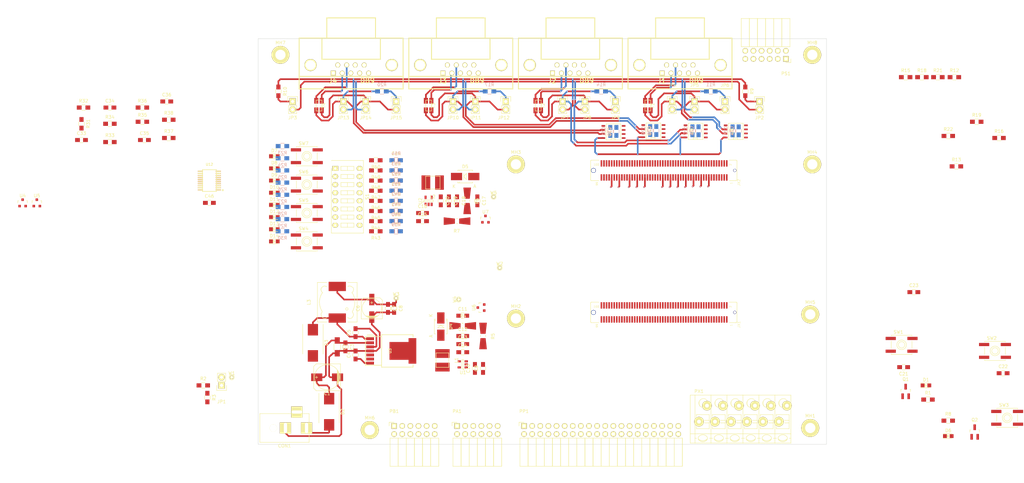
<source format=kicad_pcb>
(kicad_pcb (version 4) (host pcbnew 4.0.2-stable)

  (general
    (links 517)
    (no_connects 461)
    (area -177.850001 -63.550001 0.050001 63.550001)
    (thickness 1.5)
    (drawings 13)
    (tracks 544)
    (zones 0)
    (modules 181)
    (nets 162)
  )

  (page A4)
  (title_block
    (title "MicroZed CAN Carrier Board")
    (rev A)
    (company "FEE CTU")
  )

  (layers
    (0 F.Cu signal)
    (31 B.Cu signal)
    (32 B.Adhes user)
    (33 F.Adhes user)
    (34 B.Paste user)
    (35 F.Paste user)
    (36 B.SilkS user)
    (37 F.SilkS user)
    (38 B.Mask user)
    (39 F.Mask user)
    (40 Dwgs.User user)
    (41 Cmts.User user)
    (42 Eco1.User user)
    (43 Eco2.User user)
    (44 Edge.Cuts user)
    (45 Margin user)
    (46 B.CrtYd user)
    (47 F.CrtYd user)
    (48 B.Fab user)
    (49 F.Fab user)
  )

  (setup
    (last_trace_width 0.508)
    (trace_clearance 0.254)
    (zone_clearance 0.508)
    (zone_45_only no)
    (trace_min 0.1)
    (segment_width 0.2)
    (edge_width 0.1)
    (via_size 0.3)
    (via_drill 0.25)
    (via_min_size 0.25)
    (via_min_drill 0.25)
    (uvia_size 0.3)
    (uvia_drill 0.1)
    (uvias_allowed no)
    (uvia_min_size 0)
    (uvia_min_drill 0)
    (pcb_text_width 0.3)
    (pcb_text_size 1.5 1.5)
    (mod_edge_width 0.15)
    (mod_text_size 1 1)
    (mod_text_width 0.15)
    (pad_size 1.5 1.5)
    (pad_drill 0.6)
    (pad_to_mask_clearance 0)
    (aux_axis_origin 0 0)
    (grid_origin 52.705 73.025)
    (visible_elements FFFFF77F)
    (pcbplotparams
      (layerselection 0x00030_80000001)
      (usegerberextensions false)
      (excludeedgelayer true)
      (linewidth 0.100000)
      (plotframeref false)
      (viasonmask false)
      (mode 1)
      (useauxorigin false)
      (hpglpennumber 1)
      (hpglpenspeed 20)
      (hpglpendiameter 15)
      (hpglpenoverlay 2)
      (psnegative false)
      (psa4output false)
      (plotreference true)
      (plotvalue true)
      (plotinvisibletext false)
      (padsonsilk false)
      (subtractmaskfromsilk false)
      (outputformat 1)
      (mirror false)
      (drillshape 1)
      (scaleselection 1)
      (outputdirectory ""))
  )

  (net 0 "")
  (net 1 "/MicroHeader JX2/PG_MODULE")
  (net 2 GND)
  (net 3 "/MicroHeader JX1/CARRIER_SRST#")
  (net 4 +5V)
  (net 5 VCCIO_34)
  (net 6 "/MicroHeader JX1/FPGA_DONE")
  (net 7 "/MicroHeader JX2/VCCIO_EN")
  (net 8 VCCIO_35)
  (net 9 "/MicroHeader JX2/INIT#")
  (net 10 "Net-(D1-Pad2)")
  (net 11 /Power/VIN_24)
  (net 12 "Net-(D1-Pad1)")
  (net 13 "Net-(CON1-Pad1)")
  (net 14 "Net-(D6-Pad2)")
  (net 15 "Net-(D6-Pad1)")
  (net 16 "Net-(D7-Pad2)")
  (net 17 "Net-(D8-Pad2)")
  (net 18 "Net-(D9-Pad2)")
  (net 19 "Net-(D10-Pad2)")
  (net 20 "Net-(D11-Pad2)")
  (net 21 "Net-(D12-Pad2)")
  (net 22 "Net-(D13-Pad2)")
  (net 23 "Net-(R23-Pad2)")
  (net 24 "Net-(R31-Pad2)")
  (net 25 /Power/PWR_EN)
  (net 26 "/MicroHeader JX2/PS2")
  (net 27 "/MicroHeader JX2/PS4")
  (net 28 "/MicroHeader JX2/PS8")
  (net 29 "/MicroHeader JX2/PS10")
  (net 30 "/MicroHeader JX2/PS9")
  (net 31 "/MicroHeader JX2/PS7")
  (net 32 "/MicroHeader JX2/PS3")
  (net 33 "/MicroHeader JX2/PS1")
  (net 34 "Net-(L1-Pad1)")
  (net 35 "Net-(D14-Pad2)")
  (net 36 "Net-(JP1-Pad1)")
  (net 37 "Net-(L2-Pad1)")
  (net 38 "Net-(R24-Pad2)")
  (net 39 "Net-(R25-Pad2)")
  (net 40 "Net-(R26-Pad2)")
  (net 41 "Net-(R27-Pad2)")
  (net 42 "Net-(R28-Pad2)")
  (net 43 "Net-(R29-Pad2)")
  (net 44 "Net-(R30-Pad2)")
  (net 45 "Net-(R33-Pad2)")
  (net 46 "Net-(R35-Pad2)")
  (net 47 "Net-(R37-Pad2)")
  (net 48 "Net-(R43-Pad2)")
  (net 49 "Net-(R44-Pad2)")
  (net 50 "Net-(R45-Pad2)")
  (net 51 "Net-(R46-Pad2)")
  (net 52 "Net-(R47-Pad2)")
  (net 53 "Net-(R48-Pad2)")
  (net 54 "Net-(R49-Pad2)")
  (net 55 "Net-(R50-Pad2)")
  (net 56 "Net-(C4-Pad1)")
  (net 57 "Net-(C5-Pad1)")
  (net 58 "Net-(C5-Pad2)")
  (net 59 "Net-(C11-Pad2)")
  (net 60 "Net-(C17-Pad2)")
  (net 61 "Net-(JP6-Pad1)")
  (net 62 "Net-(JP9-Pad1)")
  (net 63 "Net-(JP12-Pad1)")
  (net 64 "Net-(JP15-Pad1)")
  (net 65 "Net-(JP2-Pad1)")
  (net 66 "Net-(JP3-Pad1)")
  (net 67 "/MicroHeader JX2/sheet5713CF9B/KEY1")
  (net 68 "/MicroHeader JX2/sheet5713CF9B/KEY2")
  (net 69 "/MicroHeader JX2/sheet5713CF9B/KEY3")
  (net 70 "/MicroHeader JX2/sheet5713CF9B/KEY4")
  (net 71 "/MicroHeader JX2/sheet5713CF9B/SW1")
  (net 72 "/MicroHeader JX2/sheet5713CF9B/SW2")
  (net 73 "/MicroHeader JX2/sheet5713CF9B/SW3")
  (net 74 "/MicroHeader JX2/sheet5713CF9B/SW4")
  (net 75 "/MicroHeader JX2/sheet5713CF9B/SW5")
  (net 76 "/MicroHeader JX2/sheet5713CF9B/SW6")
  (net 77 "/MicroHeader JX2/sheet5713CF9B/SW7")
  (net 78 "/MicroHeader JX2/sheet5713CF9B/SW8")
  (net 79 "/MicroHeader JX2/sheet5713CF9A/CAN 1/CONN_CAN-")
  (net 80 "/MicroHeader JX2/sheet5713CF9A/CAN 1/CONN_CAN+")
  (net 81 "/MicroHeader JX2/sheet5713CF9A/CAN 2/CONN_CAN-")
  (net 82 "/MicroHeader JX2/sheet5713CF9A/CAN 2/CONN_CAN+")
  (net 83 "/MicroHeader JX2/sheet5713CF9A/CAN 3/CONN_CAN-")
  (net 84 "/MicroHeader JX2/sheet5713CF9A/CAN 3/CONN_CAN+")
  (net 85 "/MicroHeader JX2/sheet5713CF9A/CAN 4/CONN_CAN-")
  (net 86 "/MicroHeader JX2/sheet5713CF9A/CAN 4/CONN_CAN+")
  (net 87 "/MicroHeader JX2/sheet5713CF9A/CAN 1/COM_CAN-")
  (net 88 "/MicroHeader JX2/sheet5713CF9A/CAN 1/CAN-")
  (net 89 "/MicroHeader JX2/sheet5713CF9A/CAN 1/CAN+")
  (net 90 "/MicroHeader JX2/sheet5713CF9A/CAN 1/COM_CAN+")
  (net 91 "/MicroHeader JX2/sheet5713CF9A/CAN 2/CAN-")
  (net 92 "/MicroHeader JX2/sheet5713CF9A/CAN 2/CAN+")
  (net 93 "/MicroHeader JX2/sheet5713CF9A/CAN 3/CAN-")
  (net 94 "/MicroHeader JX2/sheet5713CF9A/CAN 3/CAN+")
  (net 95 "/MicroHeader JX2/sheet5713CF9A/CAN 4/CAN-")
  (net 96 "/MicroHeader JX2/sheet5713CF9A/CAN 4/CAN+")
  (net 97 "/MicroHeader JX1/PB1")
  (net 98 "/MicroHeader JX1/PB2")
  (net 99 "/MicroHeader JX1/PB3")
  (net 100 "/MicroHeader JX1/PB4")
  (net 101 "/MicroHeader JX1/PB7")
  (net 102 "/MicroHeader JX1/PB8")
  (net 103 "/MicroHeader JX1/PB9")
  (net 104 "/MicroHeader JX1/PB10")
  (net 105 "/MicroHeader JX1/PP_GPIO2_SDA")
  (net 106 "/MicroHeader JX1/PP_GPIO3_SCL")
  (net 107 "/MicroHeader JX1/PP_GPIO4")
  (net 108 "/MicroHeader JX1/PP_GPIO17")
  (net 109 "/MicroHeader JX1/PP_GPIO27")
  (net 110 "/MicroHeader JX1/PP_GPIO22")
  (net 111 "/MicroHeader JX1/PP_GPIO10_MOSI")
  (net 112 "/MicroHeader JX1/PP_GPIO9_MISO")
  (net 113 "/MicroHeader JX1/PP_GPIO11_SCLK")
  (net 114 "/MicroHeader JX1/PP_ID_SD")
  (net 115 "/MicroHeader JX1/PP_GPIO5")
  (net 116 "/MicroHeader JX1/PP_GPIO6")
  (net 117 "/MicroHeader JX1/PP_GPIO13")
  (net 118 "/MicroHeader JX1/PP_GPIO19")
  (net 119 "/MicroHeader JX1/PP_GPIO26")
  (net 120 "/MicroHeader JX1/PP_GPIO21")
  (net 121 "/MicroHeader JX1/PP_GPIO20")
  (net 122 "/MicroHeader JX1/PP_GPIO16")
  (net 123 "/MicroHeader JX1/PP_GPIO12")
  (net 124 "/MicroHeader JX1/PP_ID_SC")
  (net 125 "/MicroHeader JX1/PP_GPIO7_CE1")
  (net 126 "/MicroHeader JX1/PP_GPIO8_CE0")
  (net 127 "/MicroHeader JX1/PP_GPIO25")
  (net 128 "/MicroHeader JX1/PP_GPIO24")
  (net 129 "/MicroHeader JX1/PP_GPIO23")
  (net 130 "/MicroHeader JX1/PP_GPIO18_PWM")
  (net 131 "/MicroHeader JX1/PP_GPIO15_RXD")
  (net 132 "/MicroHeader JX1/PP_GPIO14_TXD")
  (net 133 "/MicroHeader JX1/PA10")
  (net 134 "/MicroHeader JX1/PA9")
  (net 135 "/MicroHeader JX1/PA8")
  (net 136 "/MicroHeader JX1/PA7")
  (net 137 "/MicroHeader JX1/PA4")
  (net 138 "/MicroHeader JX1/PA3")
  (net 139 "/MicroHeader JX1/PA2")
  (net 140 "/MicroHeader JX1/PA1")
  (net 141 "/MicroHeader JX1/PX4")
  (net 142 "/MicroHeader JX1/PX3")
  (net 143 "/MicroHeader JX1/PX2")
  (net 144 "/MicroHeader JX1/PX1")
  (net 145 "/MicroHeader JX2/sheet5713CF9A/CAN_STBY")
  (net 146 "/MicroHeader JX2/sheet5713CF9A/CAN4_RXD")
  (net 147 "/MicroHeader JX2/sheet5713CF9A/CAN4_TXD")
  (net 148 "/MicroHeader JX2/sheet5713CF9A/CAN3_RXD")
  (net 149 "/MicroHeader JX2/sheet5713CF9A/CAN3_TXD")
  (net 150 "/MicroHeader JX2/sheet5713CF9A/CAN2_RXD")
  (net 151 "/MicroHeader JX2/sheet5713CF9A/CAN2_TXD")
  (net 152 "/MicroHeader JX2/sheet5713CF9A/CAN1_RXD")
  (net 153 "/MicroHeader JX2/sheet5713CF9A/CAN1_TXD")
  (net 154 "/MicroHeader JX2/sheet5713CF9B/LED8")
  (net 155 "/MicroHeader JX2/sheet5713CF9B/LED7")
  (net 156 "/MicroHeader JX2/sheet5713CF9B/LED6")
  (net 157 "/MicroHeader JX2/sheet5713CF9B/LED5")
  (net 158 "/MicroHeader JX2/sheet5713CF9B/LED4")
  (net 159 "/MicroHeader JX2/sheet5713CF9B/LED3")
  (net 160 "/MicroHeader JX2/sheet5713CF9B/LED2")
  (net 161 "/MicroHeader JX2/sheet5713CF9B/LED1")

  (net_class Default "This is the default net class."
    (clearance 0.254)
    (trace_width 0.508)
    (via_dia 0.3)
    (via_drill 0.25)
    (uvia_dia 0.3)
    (uvia_drill 0.1)
    (add_net "/MicroHeader JX1/CARRIER_SRST#")
    (add_net "/MicroHeader JX1/FPGA_DONE")
    (add_net "/MicroHeader JX1/PA1")
    (add_net "/MicroHeader JX1/PA10")
    (add_net "/MicroHeader JX1/PA2")
    (add_net "/MicroHeader JX1/PA3")
    (add_net "/MicroHeader JX1/PA4")
    (add_net "/MicroHeader JX1/PA7")
    (add_net "/MicroHeader JX1/PA8")
    (add_net "/MicroHeader JX1/PA9")
    (add_net "/MicroHeader JX1/PB1")
    (add_net "/MicroHeader JX1/PB10")
    (add_net "/MicroHeader JX1/PB2")
    (add_net "/MicroHeader JX1/PB3")
    (add_net "/MicroHeader JX1/PB4")
    (add_net "/MicroHeader JX1/PB7")
    (add_net "/MicroHeader JX1/PB8")
    (add_net "/MicroHeader JX1/PB9")
    (add_net "/MicroHeader JX1/PP_GPIO10_MOSI")
    (add_net "/MicroHeader JX1/PP_GPIO11_SCLK")
    (add_net "/MicroHeader JX1/PP_GPIO12")
    (add_net "/MicroHeader JX1/PP_GPIO13")
    (add_net "/MicroHeader JX1/PP_GPIO14_TXD")
    (add_net "/MicroHeader JX1/PP_GPIO15_RXD")
    (add_net "/MicroHeader JX1/PP_GPIO16")
    (add_net "/MicroHeader JX1/PP_GPIO17")
    (add_net "/MicroHeader JX1/PP_GPIO18_PWM")
    (add_net "/MicroHeader JX1/PP_GPIO19")
    (add_net "/MicroHeader JX1/PP_GPIO20")
    (add_net "/MicroHeader JX1/PP_GPIO21")
    (add_net "/MicroHeader JX1/PP_GPIO22")
    (add_net "/MicroHeader JX1/PP_GPIO23")
    (add_net "/MicroHeader JX1/PP_GPIO24")
    (add_net "/MicroHeader JX1/PP_GPIO25")
    (add_net "/MicroHeader JX1/PP_GPIO26")
    (add_net "/MicroHeader JX1/PP_GPIO27")
    (add_net "/MicroHeader JX1/PP_GPIO2_SDA")
    (add_net "/MicroHeader JX1/PP_GPIO3_SCL")
    (add_net "/MicroHeader JX1/PP_GPIO4")
    (add_net "/MicroHeader JX1/PP_GPIO5")
    (add_net "/MicroHeader JX1/PP_GPIO6")
    (add_net "/MicroHeader JX1/PP_GPIO7_CE1")
    (add_net "/MicroHeader JX1/PP_GPIO8_CE0")
    (add_net "/MicroHeader JX1/PP_GPIO9_MISO")
    (add_net "/MicroHeader JX1/PP_ID_SC")
    (add_net "/MicroHeader JX1/PP_ID_SD")
    (add_net "/MicroHeader JX1/PX1")
    (add_net "/MicroHeader JX1/PX2")
    (add_net "/MicroHeader JX1/PX3")
    (add_net "/MicroHeader JX1/PX4")
    (add_net "/MicroHeader JX2/INIT#")
    (add_net "/MicroHeader JX2/PG_MODULE")
    (add_net "/MicroHeader JX2/PS1")
    (add_net "/MicroHeader JX2/PS10")
    (add_net "/MicroHeader JX2/PS2")
    (add_net "/MicroHeader JX2/PS3")
    (add_net "/MicroHeader JX2/PS4")
    (add_net "/MicroHeader JX2/PS7")
    (add_net "/MicroHeader JX2/PS8")
    (add_net "/MicroHeader JX2/PS9")
    (add_net "/MicroHeader JX2/VCCIO_EN")
    (add_net "/MicroHeader JX2/sheet5713CF9A/CAN_STBY")
    (add_net "/MicroHeader JX2/sheet5713CF9B/KEY1")
    (add_net "/MicroHeader JX2/sheet5713CF9B/KEY2")
    (add_net "/MicroHeader JX2/sheet5713CF9B/KEY3")
    (add_net "/MicroHeader JX2/sheet5713CF9B/KEY4")
    (add_net "/MicroHeader JX2/sheet5713CF9B/LED1")
    (add_net "/MicroHeader JX2/sheet5713CF9B/LED2")
    (add_net "/MicroHeader JX2/sheet5713CF9B/LED3")
    (add_net "/MicroHeader JX2/sheet5713CF9B/LED4")
    (add_net "/MicroHeader JX2/sheet5713CF9B/LED5")
    (add_net "/MicroHeader JX2/sheet5713CF9B/LED6")
    (add_net "/MicroHeader JX2/sheet5713CF9B/LED7")
    (add_net "/MicroHeader JX2/sheet5713CF9B/LED8")
    (add_net "/MicroHeader JX2/sheet5713CF9B/SW1")
    (add_net "/MicroHeader JX2/sheet5713CF9B/SW2")
    (add_net "/MicroHeader JX2/sheet5713CF9B/SW3")
    (add_net "/MicroHeader JX2/sheet5713CF9B/SW4")
    (add_net "/MicroHeader JX2/sheet5713CF9B/SW5")
    (add_net "/MicroHeader JX2/sheet5713CF9B/SW6")
    (add_net "/MicroHeader JX2/sheet5713CF9B/SW7")
    (add_net "/MicroHeader JX2/sheet5713CF9B/SW8")
    (add_net /Power/PWR_EN)
    (add_net /Power/VIN_24)
    (add_net GND)
    (add_net "Net-(C11-Pad2)")
    (add_net "Net-(C17-Pad2)")
    (add_net "Net-(C4-Pad1)")
    (add_net "Net-(C5-Pad1)")
    (add_net "Net-(C5-Pad2)")
    (add_net "Net-(CON1-Pad1)")
    (add_net "Net-(D1-Pad1)")
    (add_net "Net-(D1-Pad2)")
    (add_net "Net-(D10-Pad2)")
    (add_net "Net-(D11-Pad2)")
    (add_net "Net-(D12-Pad2)")
    (add_net "Net-(D13-Pad2)")
    (add_net "Net-(D14-Pad2)")
    (add_net "Net-(D6-Pad1)")
    (add_net "Net-(D6-Pad2)")
    (add_net "Net-(D7-Pad2)")
    (add_net "Net-(D8-Pad2)")
    (add_net "Net-(D9-Pad2)")
    (add_net "Net-(JP1-Pad1)")
    (add_net "Net-(JP12-Pad1)")
    (add_net "Net-(JP15-Pad1)")
    (add_net "Net-(JP2-Pad1)")
    (add_net "Net-(JP3-Pad1)")
    (add_net "Net-(JP6-Pad1)")
    (add_net "Net-(JP9-Pad1)")
    (add_net "Net-(L1-Pad1)")
    (add_net "Net-(L2-Pad1)")
    (add_net "Net-(R23-Pad2)")
    (add_net "Net-(R24-Pad2)")
    (add_net "Net-(R25-Pad2)")
    (add_net "Net-(R26-Pad2)")
    (add_net "Net-(R27-Pad2)")
    (add_net "Net-(R28-Pad2)")
    (add_net "Net-(R29-Pad2)")
    (add_net "Net-(R30-Pad2)")
    (add_net "Net-(R31-Pad2)")
    (add_net "Net-(R33-Pad2)")
    (add_net "Net-(R35-Pad2)")
    (add_net "Net-(R37-Pad2)")
    (add_net "Net-(R43-Pad2)")
    (add_net "Net-(R44-Pad2)")
    (add_net "Net-(R45-Pad2)")
    (add_net "Net-(R46-Pad2)")
    (add_net "Net-(R47-Pad2)")
    (add_net "Net-(R48-Pad2)")
    (add_net "Net-(R49-Pad2)")
    (add_net "Net-(R50-Pad2)")
  )

  (net_class "CAN Diff" ""
    (clearance 0.254)
    (trace_width 0.508)
    (via_dia 0.3)
    (via_drill 0.25)
    (uvia_dia 0.3)
    (uvia_drill 0.1)
    (add_net "/MicroHeader JX2/sheet5713CF9A/CAN 1/CAN+")
    (add_net "/MicroHeader JX2/sheet5713CF9A/CAN 1/CAN-")
    (add_net "/MicroHeader JX2/sheet5713CF9A/CAN 1/COM_CAN+")
    (add_net "/MicroHeader JX2/sheet5713CF9A/CAN 1/COM_CAN-")
    (add_net "/MicroHeader JX2/sheet5713CF9A/CAN 1/CONN_CAN+")
    (add_net "/MicroHeader JX2/sheet5713CF9A/CAN 1/CONN_CAN-")
    (add_net "/MicroHeader JX2/sheet5713CF9A/CAN 2/CAN+")
    (add_net "/MicroHeader JX2/sheet5713CF9A/CAN 2/CAN-")
    (add_net "/MicroHeader JX2/sheet5713CF9A/CAN 2/CONN_CAN+")
    (add_net "/MicroHeader JX2/sheet5713CF9A/CAN 2/CONN_CAN-")
    (add_net "/MicroHeader JX2/sheet5713CF9A/CAN 3/CAN+")
    (add_net "/MicroHeader JX2/sheet5713CF9A/CAN 3/CAN-")
    (add_net "/MicroHeader JX2/sheet5713CF9A/CAN 3/CONN_CAN+")
    (add_net "/MicroHeader JX2/sheet5713CF9A/CAN 3/CONN_CAN-")
    (add_net "/MicroHeader JX2/sheet5713CF9A/CAN 4/CAN+")
    (add_net "/MicroHeader JX2/sheet5713CF9A/CAN 4/CAN-")
    (add_net "/MicroHeader JX2/sheet5713CF9A/CAN 4/CONN_CAN+")
    (add_net "/MicroHeader JX2/sheet5713CF9A/CAN 4/CONN_CAN-")
  )

  (net_class Power ""
    (clearance 0.508)
    (trace_width 0.508)
    (via_dia 0.6)
    (via_drill 0.4)
    (uvia_dia 0.3)
    (uvia_drill 0.1)
    (add_net +5V)
    (add_net VCCIO_34)
    (add_net VCCIO_35)
  )

  (net_class Signals ""
    (clearance 0.1778)
    (trace_width 0.254)
    (via_dia 0.3)
    (via_drill 0.25)
    (uvia_dia 0.3)
    (uvia_drill 0.1)
    (add_net "/MicroHeader JX2/sheet5713CF9A/CAN1_RXD")
    (add_net "/MicroHeader JX2/sheet5713CF9A/CAN1_TXD")
    (add_net "/MicroHeader JX2/sheet5713CF9A/CAN2_RXD")
    (add_net "/MicroHeader JX2/sheet5713CF9A/CAN2_TXD")
    (add_net "/MicroHeader JX2/sheet5713CF9A/CAN3_RXD")
    (add_net "/MicroHeader JX2/sheet5713CF9A/CAN3_TXD")
    (add_net "/MicroHeader JX2/sheet5713CF9A/CAN4_RXD")
    (add_net "/MicroHeader JX2/sheet5713CF9A/CAN4_TXD")
  )

  (module Pin_Headers:Pin_Header_Straight_1x02 (layer F.Cu) (tedit 570D5F1E) (tstamp 570443E0)
    (at -116.84 -43.815)
    (descr "Through hole pin header")
    (tags "pin header")
    (path /56EC20E2/5713CFE4/57098102/57093CFD)
    (fp_text reference JP10 (at 0 5.08) (layer F.SilkS)
      (effects (font (size 1 1) (thickness 0.15)))
    )
    (fp_text value Jumper_NO_Small (at 0 -3.1) (layer F.Fab)
      (effects (font (size 1 1) (thickness 0.15)))
    )
    (fp_line (start 1.27 1.27) (end 1.27 3.81) (layer F.SilkS) (width 0.15))
    (fp_line (start 1.55 -1.55) (end 1.55 0) (layer F.SilkS) (width 0.15))
    (fp_line (start -1.75 -1.75) (end -1.75 4.3) (layer F.CrtYd) (width 0.05))
    (fp_line (start 1.75 -1.75) (end 1.75 4.3) (layer F.CrtYd) (width 0.05))
    (fp_line (start -1.75 -1.75) (end 1.75 -1.75) (layer F.CrtYd) (width 0.05))
    (fp_line (start -1.75 4.3) (end 1.75 4.3) (layer F.CrtYd) (width 0.05))
    (fp_line (start 1.27 1.27) (end -1.27 1.27) (layer F.SilkS) (width 0.15))
    (fp_line (start -1.55 0) (end -1.55 -1.55) (layer F.SilkS) (width 0.15))
    (fp_line (start -1.55 -1.55) (end 1.55 -1.55) (layer F.SilkS) (width 0.15))
    (fp_line (start -1.27 1.27) (end -1.27 3.81) (layer F.SilkS) (width 0.15))
    (fp_line (start -1.27 3.81) (end 1.27 3.81) (layer F.SilkS) (width 0.15))
    (pad 1 thru_hole rect (at 0 0) (size 2.032 2.032) (drill 1.016) (layers *.Cu *.Mask F.SilkS)
      (net 94 "/MicroHeader JX2/sheet5713CF9A/CAN 3/CAN+"))
    (pad 2 thru_hole oval (at 0 2.54) (size 2.032 2.032) (drill 1.016) (layers *.Cu *.Mask F.SilkS)
      (net 90 "/MicroHeader JX2/sheet5713CF9A/CAN 1/COM_CAN+"))
    (model Pin_Headers.3dshapes/Pin_Header_Straight_1x02.wrl
      (at (xyz 0 -0.05 0))
      (scale (xyz 1 1 1))
      (rotate (xyz 0 0 90))
    )
  )

  (module Pin_Headers:Pin_Header_Straight_1x02 (layer F.Cu) (tedit 570D5F27) (tstamp 570443E6)
    (at -109.855 -43.815)
    (descr "Through hole pin header")
    (tags "pin header")
    (path /56EC20E2/5713CFE4/57098102/5709431A)
    (fp_text reference JP11 (at 0 5.08) (layer F.SilkS)
      (effects (font (size 1 1) (thickness 0.15)))
    )
    (fp_text value Jumper_NO_Small (at 0 -3.1) (layer F.Fab)
      (effects (font (size 1 1) (thickness 0.15)))
    )
    (fp_line (start 1.27 1.27) (end 1.27 3.81) (layer F.SilkS) (width 0.15))
    (fp_line (start 1.55 -1.55) (end 1.55 0) (layer F.SilkS) (width 0.15))
    (fp_line (start -1.75 -1.75) (end -1.75 4.3) (layer F.CrtYd) (width 0.05))
    (fp_line (start 1.75 -1.75) (end 1.75 4.3) (layer F.CrtYd) (width 0.05))
    (fp_line (start -1.75 -1.75) (end 1.75 -1.75) (layer F.CrtYd) (width 0.05))
    (fp_line (start -1.75 4.3) (end 1.75 4.3) (layer F.CrtYd) (width 0.05))
    (fp_line (start 1.27 1.27) (end -1.27 1.27) (layer F.SilkS) (width 0.15))
    (fp_line (start -1.55 0) (end -1.55 -1.55) (layer F.SilkS) (width 0.15))
    (fp_line (start -1.55 -1.55) (end 1.55 -1.55) (layer F.SilkS) (width 0.15))
    (fp_line (start -1.27 1.27) (end -1.27 3.81) (layer F.SilkS) (width 0.15))
    (fp_line (start -1.27 3.81) (end 1.27 3.81) (layer F.SilkS) (width 0.15))
    (pad 1 thru_hole rect (at 0 0) (size 2.032 2.032) (drill 1.016) (layers *.Cu *.Mask F.SilkS)
      (net 93 "/MicroHeader JX2/sheet5713CF9A/CAN 3/CAN-"))
    (pad 2 thru_hole oval (at 0 2.54) (size 2.032 2.032) (drill 1.016) (layers *.Cu *.Mask F.SilkS)
      (net 87 "/MicroHeader JX2/sheet5713CF9A/CAN 1/COM_CAN-"))
    (model Pin_Headers.3dshapes/Pin_Header_Straight_1x02.wrl
      (at (xyz 0 -0.05 0))
      (scale (xyz 1 1 1))
      (rotate (xyz 0 0 90))
    )
  )

  (module SMD_Packages:SOIC-8-N (layer F.Cu) (tedit 0) (tstamp 570445D5)
    (at -66.631001 -34.269937 90)
    (descr "Module Narrow CMS SOJ 8 pins large")
    (tags "CMS SOJ")
    (path /56EC20E2/5713CFE4/5709853A/56E6BD6C)
    (attr smd)
    (fp_text reference U11 (at 0 -1.27 90) (layer F.SilkS)
      (effects (font (size 1 1) (thickness 0.15)))
    )
    (fp_text value MCP2562FD (at 0 1.27 90) (layer F.Fab)
      (effects (font (size 1 1) (thickness 0.15)))
    )
    (fp_line (start -2.54 -2.286) (end 2.54 -2.286) (layer F.SilkS) (width 0.15))
    (fp_line (start 2.54 -2.286) (end 2.54 2.286) (layer F.SilkS) (width 0.15))
    (fp_line (start 2.54 2.286) (end -2.54 2.286) (layer F.SilkS) (width 0.15))
    (fp_line (start -2.54 2.286) (end -2.54 -2.286) (layer F.SilkS) (width 0.15))
    (fp_line (start -2.54 -0.762) (end -2.032 -0.762) (layer F.SilkS) (width 0.15))
    (fp_line (start -2.032 -0.762) (end -2.032 0.508) (layer F.SilkS) (width 0.15))
    (fp_line (start -2.032 0.508) (end -2.54 0.508) (layer F.SilkS) (width 0.15))
    (pad 8 smd rect (at -1.905 -3.175 90) (size 0.508 1.143) (layers F.Cu F.Paste F.Mask)
      (net 145 "/MicroHeader JX2/sheet5713CF9A/CAN_STBY"))
    (pad 7 smd rect (at -0.635 -3.175 90) (size 0.508 1.143) (layers F.Cu F.Paste F.Mask)
      (net 96 "/MicroHeader JX2/sheet5713CF9A/CAN 4/CAN+"))
    (pad 6 smd rect (at 0.635 -3.175 90) (size 0.508 1.143) (layers F.Cu F.Paste F.Mask)
      (net 95 "/MicroHeader JX2/sheet5713CF9A/CAN 4/CAN-"))
    (pad 5 smd rect (at 1.905 -3.175 90) (size 0.508 1.143) (layers F.Cu F.Paste F.Mask)
      (net 5 VCCIO_34))
    (pad 4 smd rect (at 1.905 3.175 90) (size 0.508 1.143) (layers F.Cu F.Paste F.Mask)
      (net 146 "/MicroHeader JX2/sheet5713CF9A/CAN4_RXD"))
    (pad 3 smd rect (at 0.635 3.175 90) (size 0.508 1.143) (layers F.Cu F.Paste F.Mask)
      (net 4 +5V))
    (pad 2 smd rect (at -0.635 3.175 90) (size 0.508 1.143) (layers F.Cu F.Paste F.Mask)
      (net 2 GND))
    (pad 1 smd rect (at -1.905 3.175 90) (size 0.508 1.143) (layers F.Cu F.Paste F.Mask)
      (net 147 "/MicroHeader JX2/sheet5713CF9A/CAN4_TXD"))
    (model SMD_Packages.3dshapes/SOIC-8-N.wrl
      (at (xyz 0 0 0))
      (scale (xyz 0.5 0.38 0.5))
      (rotate (xyz 0 0 0))
    )
  )

  (module Pin_Headers:Pin_Header_Straight_1x02 (layer F.Cu) (tedit 570D5CD5) (tstamp 570443F2)
    (at -151.13 -43.815)
    (descr "Through hole pin header")
    (tags "pin header")
    (path /56EC20E2/5713CFE4/5709853A/57093CFD)
    (fp_text reference JP13 (at 0 5.08) (layer F.SilkS)
      (effects (font (size 1 1) (thickness 0.15)))
    )
    (fp_text value Jumper_NO_Small (at 0 -3.1) (layer F.Fab)
      (effects (font (size 1 1) (thickness 0.15)))
    )
    (fp_line (start 1.27 1.27) (end 1.27 3.81) (layer F.SilkS) (width 0.15))
    (fp_line (start 1.55 -1.55) (end 1.55 0) (layer F.SilkS) (width 0.15))
    (fp_line (start -1.75 -1.75) (end -1.75 4.3) (layer F.CrtYd) (width 0.05))
    (fp_line (start 1.75 -1.75) (end 1.75 4.3) (layer F.CrtYd) (width 0.05))
    (fp_line (start -1.75 -1.75) (end 1.75 -1.75) (layer F.CrtYd) (width 0.05))
    (fp_line (start -1.75 4.3) (end 1.75 4.3) (layer F.CrtYd) (width 0.05))
    (fp_line (start 1.27 1.27) (end -1.27 1.27) (layer F.SilkS) (width 0.15))
    (fp_line (start -1.55 0) (end -1.55 -1.55) (layer F.SilkS) (width 0.15))
    (fp_line (start -1.55 -1.55) (end 1.55 -1.55) (layer F.SilkS) (width 0.15))
    (fp_line (start -1.27 1.27) (end -1.27 3.81) (layer F.SilkS) (width 0.15))
    (fp_line (start -1.27 3.81) (end 1.27 3.81) (layer F.SilkS) (width 0.15))
    (pad 1 thru_hole rect (at 0 0) (size 2.032 2.032) (drill 1.016) (layers *.Cu *.Mask F.SilkS)
      (net 96 "/MicroHeader JX2/sheet5713CF9A/CAN 4/CAN+"))
    (pad 2 thru_hole oval (at 0 2.54) (size 2.032 2.032) (drill 1.016) (layers *.Cu *.Mask F.SilkS)
      (net 90 "/MicroHeader JX2/sheet5713CF9A/CAN 1/COM_CAN+"))
    (model Pin_Headers.3dshapes/Pin_Header_Straight_1x02.wrl
      (at (xyz 0 -0.05 0))
      (scale (xyz 1 1 1))
      (rotate (xyz 0 0 90))
    )
  )

  (module Resistors_SMD:R_0805_HandSoldering (layer F.Cu) (tedit 54189DEE) (tstamp 5707BE10)
    (at -171.45 -46.99 270)
    (descr "Resistor SMD 0805, hand soldering")
    (tags "resistor 0805")
    (path /56EC20E2/5713CFE4/5707BAE6)
    (attr smd)
    (fp_text reference R10 (at 0 -2.1 270) (layer F.SilkS)
      (effects (font (size 1 1) (thickness 0.15)))
    )
    (fp_text value 120R (at 0 2.1 270) (layer F.Fab)
      (effects (font (size 1 1) (thickness 0.15)))
    )
    (fp_line (start -2.4 -1) (end 2.4 -1) (layer F.CrtYd) (width 0.05))
    (fp_line (start -2.4 1) (end 2.4 1) (layer F.CrtYd) (width 0.05))
    (fp_line (start -2.4 -1) (end -2.4 1) (layer F.CrtYd) (width 0.05))
    (fp_line (start 2.4 -1) (end 2.4 1) (layer F.CrtYd) (width 0.05))
    (fp_line (start 0.6 0.875) (end -0.6 0.875) (layer F.SilkS) (width 0.15))
    (fp_line (start -0.6 -0.875) (end 0.6 -0.875) (layer F.SilkS) (width 0.15))
    (pad 1 smd rect (at -1.35 0 270) (size 1.5 1.3) (layers F.Cu F.Paste F.Mask)
      (net 90 "/MicroHeader JX2/sheet5713CF9A/CAN 1/COM_CAN+"))
    (pad 2 smd rect (at 1.35 0 270) (size 1.5 1.3) (layers F.Cu F.Paste F.Mask)
      (net 66 "Net-(JP3-Pad1)"))
    (model Resistors_SMD.3dshapes/R_0805_HandSoldering.wrl
      (at (xyz 0 0 0))
      (scale (xyz 1 1 1))
      (rotate (xyz 0 0 0))
    )
  )

  (module conn_DBxx:DB9FU_small (layer F.Cu) (tedit 570D4674) (tstamp 570D644C)
    (at -45.948358 -53.965142)
    (descr "Connector DB9 female universal")
    (tags "CONN DB9")
    (path /56EC20E2/5713CFE4/56F326CC/570FA364)
    (fp_text reference J1 (at -5.6 3.7) (layer F.SilkS)
      (effects (font (thickness 0.3048)))
    )
    (fp_text value DB9 (at 5.2 3.6) (layer F.SilkS)
      (effects (font (thickness 0.3048)))
    )
    (fp_line (start -16.129 2.286) (end 16.383 2.286) (layer F.SilkS) (width 0.3048))
    (fp_line (start -16.129 6.186) (end 16.383 6.186) (layer F.SilkS) (width 0.3048))
    (fp_line (start 16.383 6.2) (end 16.383 -9.694) (layer F.SilkS) (width 0.3048))
    (fp_line (start 16.383 -9.694) (end -16.129 -9.694) (layer F.SilkS) (width 0.3048))
    (fp_line (start -16.129 -9.694) (end -16.129 6.2) (layer F.SilkS) (width 0.3048))
    (fp_line (start -9.017 -9.694) (end -9.017 -3.074) (layer F.SilkS) (width 0.3048))
    (fp_line (start -9.017 -3.074) (end 9.271 -3.074) (layer F.SilkS) (width 0.3048))
    (fp_line (start 9.271 -3.074) (end 9.271 -9.694) (layer F.SilkS) (width 0.3048))
    (fp_line (start -7.493 -9.694) (end -7.493 -16.03) (layer F.SilkS) (width 0.3048))
    (fp_line (start -7.493 -16.03) (end 7.747 -16.03) (layer F.SilkS) (width 0.3048))
    (fp_line (start 7.747 -16.03) (end 7.747 -9.694) (layer F.SilkS) (width 0.3048))
    (pad "" thru_hole circle (at 12.827 -1.27) (size 3.81 3.81) (drill 3.048) (layers *.Cu *.Mask F.SilkS))
    (pad "" thru_hole circle (at -12.573 -1.27) (size 3.81 3.81) (drill 3.048) (layers *.Cu *.Mask F.SilkS))
    (pad 1 thru_hole rect (at -5.461 1.27) (size 1.524 1.524) (drill 1.016) (layers *.Cu *.Mask F.SilkS))
    (pad 2 thru_hole circle (at -2.667 1.27) (size 1.524 1.524) (drill 1.016) (layers *.Cu *.Mask F.SilkS)
      (net 79 "/MicroHeader JX2/sheet5713CF9A/CAN 1/CONN_CAN-"))
    (pad 3 thru_hole circle (at 0 1.27) (size 1.524 1.524) (drill 1.016) (layers *.Cu *.Mask F.SilkS)
      (net 2 GND))
    (pad 4 thru_hole circle (at 2.794 1.27) (size 1.524 1.524) (drill 1.016) (layers *.Cu *.Mask F.SilkS))
    (pad 5 thru_hole circle (at 5.588 1.27) (size 1.524 1.524) (drill 1.016) (layers *.Cu *.Mask F.SilkS))
    (pad 6 thru_hole circle (at -4.064 -1.27) (size 1.524 1.524) (drill 1.016) (layers *.Cu *.Mask F.SilkS)
      (net 2 GND))
    (pad 7 thru_hole circle (at -1.27 -1.27) (size 1.524 1.524) (drill 1.016) (layers *.Cu *.Mask F.SilkS)
      (net 80 "/MicroHeader JX2/sheet5713CF9A/CAN 1/CONN_CAN+"))
    (pad 8 thru_hole circle (at 1.397 -1.27) (size 1.524 1.524) (drill 1.016) (layers *.Cu *.Mask F.SilkS))
    (pad 9 thru_hole circle (at 4.191 -1.27) (size 1.524 1.524) (drill 1.016) (layers *.Cu *.Mask F.SilkS))
    (model Connect.3dshapes/DB9FC.wrl
      (at (xyz 0 0 0))
      (scale (xyz 1 1 1))
      (rotate (xyz 0 0 0))
    )
  )

  (module Pin_Headers:Pin_Header_Straight_1x02 (layer F.Cu) (tedit 570D5F94) (tstamp 570C3D10)
    (at -167.005 -43.815)
    (descr "Through hole pin header")
    (tags "pin header")
    (path /56EC20E2/5713CFE4/570CC4EE)
    (fp_text reference JP3 (at 0 5.08) (layer F.SilkS)
      (effects (font (size 1 1) (thickness 0.15)))
    )
    (fp_text value Jumper_NC_Small (at 0 -3.1) (layer F.Fab)
      (effects (font (size 1 1) (thickness 0.15)))
    )
    (fp_line (start 1.27 1.27) (end 1.27 3.81) (layer F.SilkS) (width 0.15))
    (fp_line (start 1.55 -1.55) (end 1.55 0) (layer F.SilkS) (width 0.15))
    (fp_line (start -1.75 -1.75) (end -1.75 4.3) (layer F.CrtYd) (width 0.05))
    (fp_line (start 1.75 -1.75) (end 1.75 4.3) (layer F.CrtYd) (width 0.05))
    (fp_line (start -1.75 -1.75) (end 1.75 -1.75) (layer F.CrtYd) (width 0.05))
    (fp_line (start -1.75 4.3) (end 1.75 4.3) (layer F.CrtYd) (width 0.05))
    (fp_line (start 1.27 1.27) (end -1.27 1.27) (layer F.SilkS) (width 0.15))
    (fp_line (start -1.55 0) (end -1.55 -1.55) (layer F.SilkS) (width 0.15))
    (fp_line (start -1.55 -1.55) (end 1.55 -1.55) (layer F.SilkS) (width 0.15))
    (fp_line (start -1.27 1.27) (end -1.27 3.81) (layer F.SilkS) (width 0.15))
    (fp_line (start -1.27 3.81) (end 1.27 3.81) (layer F.SilkS) (width 0.15))
    (pad 1 thru_hole rect (at 0 0) (size 2.032 2.032) (drill 1.016) (layers *.Cu *.Mask F.SilkS)
      (net 66 "Net-(JP3-Pad1)"))
    (pad 2 thru_hole oval (at 0 2.54) (size 2.032 2.032) (drill 1.016) (layers *.Cu *.Mask F.SilkS)
      (net 87 "/MicroHeader JX2/sheet5713CF9A/CAN 1/COM_CAN-"))
    (model Pin_Headers.3dshapes/Pin_Header_Straight_1x02.wrl
      (at (xyz 0 -0.05 0))
      (scale (xyz 1 1 1))
      (rotate (xyz 0 0 90))
    )
  )

  (module conn_DBxx:DB9FU_small (layer F.Cu) (tedit 570D4674) (tstamp 570D647E)
    (at -114.528358 -53.965142)
    (descr "Connector DB9 female universal")
    (tags "CONN DB9")
    (path /56EC20E2/5713CFE4/57098102/570FA364)
    (fp_text reference J3 (at -5.6 3.7) (layer F.SilkS)
      (effects (font (thickness 0.3048)))
    )
    (fp_text value DB9 (at 5.2 3.6) (layer F.SilkS)
      (effects (font (thickness 0.3048)))
    )
    (fp_line (start -16.129 2.286) (end 16.383 2.286) (layer F.SilkS) (width 0.3048))
    (fp_line (start -16.129 6.186) (end 16.383 6.186) (layer F.SilkS) (width 0.3048))
    (fp_line (start 16.383 6.2) (end 16.383 -9.694) (layer F.SilkS) (width 0.3048))
    (fp_line (start 16.383 -9.694) (end -16.129 -9.694) (layer F.SilkS) (width 0.3048))
    (fp_line (start -16.129 -9.694) (end -16.129 6.2) (layer F.SilkS) (width 0.3048))
    (fp_line (start -9.017 -9.694) (end -9.017 -3.074) (layer F.SilkS) (width 0.3048))
    (fp_line (start -9.017 -3.074) (end 9.271 -3.074) (layer F.SilkS) (width 0.3048))
    (fp_line (start 9.271 -3.074) (end 9.271 -9.694) (layer F.SilkS) (width 0.3048))
    (fp_line (start -7.493 -9.694) (end -7.493 -16.03) (layer F.SilkS) (width 0.3048))
    (fp_line (start -7.493 -16.03) (end 7.747 -16.03) (layer F.SilkS) (width 0.3048))
    (fp_line (start 7.747 -16.03) (end 7.747 -9.694) (layer F.SilkS) (width 0.3048))
    (pad "" thru_hole circle (at 12.827 -1.27) (size 3.81 3.81) (drill 3.048) (layers *.Cu *.Mask F.SilkS))
    (pad "" thru_hole circle (at -12.573 -1.27) (size 3.81 3.81) (drill 3.048) (layers *.Cu *.Mask F.SilkS))
    (pad 1 thru_hole rect (at -5.461 1.27) (size 1.524 1.524) (drill 1.016) (layers *.Cu *.Mask F.SilkS))
    (pad 2 thru_hole circle (at -2.667 1.27) (size 1.524 1.524) (drill 1.016) (layers *.Cu *.Mask F.SilkS)
      (net 83 "/MicroHeader JX2/sheet5713CF9A/CAN 3/CONN_CAN-"))
    (pad 3 thru_hole circle (at 0 1.27) (size 1.524 1.524) (drill 1.016) (layers *.Cu *.Mask F.SilkS)
      (net 2 GND))
    (pad 4 thru_hole circle (at 2.794 1.27) (size 1.524 1.524) (drill 1.016) (layers *.Cu *.Mask F.SilkS))
    (pad 5 thru_hole circle (at 5.588 1.27) (size 1.524 1.524) (drill 1.016) (layers *.Cu *.Mask F.SilkS))
    (pad 6 thru_hole circle (at -4.064 -1.27) (size 1.524 1.524) (drill 1.016) (layers *.Cu *.Mask F.SilkS)
      (net 2 GND))
    (pad 7 thru_hole circle (at -1.27 -1.27) (size 1.524 1.524) (drill 1.016) (layers *.Cu *.Mask F.SilkS)
      (net 84 "/MicroHeader JX2/sheet5713CF9A/CAN 3/CONN_CAN+"))
    (pad 8 thru_hole circle (at 1.397 -1.27) (size 1.524 1.524) (drill 1.016) (layers *.Cu *.Mask F.SilkS))
    (pad 9 thru_hole circle (at 4.191 -1.27) (size 1.524 1.524) (drill 1.016) (layers *.Cu *.Mask F.SilkS))
    (model Connect.3dshapes/DB9FC.wrl
      (at (xyz 0 0 0))
      (scale (xyz 1 1 1))
      (rotate (xyz 0 0 0))
    )
  )

  (module Capacitors_SMD:c_elec_8x10 (layer F.Cu) (tedit 55729723) (tstamp 570CEA24)
    (at -156.21 42.545 180)
    (descr "SMT capacitor, aluminium electrolytic, 8x10")
    (path /56E8FE78/570CA185)
    (attr smd)
    (fp_text reference C1 (at 0 -5.08 180) (layer F.SilkS)
      (effects (font (size 1 1) (thickness 0.15)))
    )
    (fp_text value 220u (at 0 5.08 180) (layer F.Fab)
      (effects (font (size 1 1) (thickness 0.15)))
    )
    (fp_line (start -5.35 -4.55) (end 5.35 -4.55) (layer F.CrtYd) (width 0.05))
    (fp_line (start 5.35 -4.55) (end 5.35 4.55) (layer F.CrtYd) (width 0.05))
    (fp_line (start 5.35 4.55) (end -5.35 4.55) (layer F.CrtYd) (width 0.05))
    (fp_line (start -5.35 4.55) (end -5.35 -4.55) (layer F.CrtYd) (width 0.05))
    (fp_line (start -3.81 -1.016) (end -3.81 1.016) (layer F.SilkS) (width 0.15))
    (fp_line (start -3.683 1.397) (end -3.683 -1.397) (layer F.SilkS) (width 0.15))
    (fp_line (start -3.556 -1.651) (end -3.556 1.651) (layer F.SilkS) (width 0.15))
    (fp_line (start -3.429 1.905) (end -3.429 -1.905) (layer F.SilkS) (width 0.15))
    (fp_line (start -3.302 2.032) (end -3.302 -2.032) (layer F.SilkS) (width 0.15))
    (fp_line (start -3.175 -2.286) (end -3.175 2.286) (layer F.SilkS) (width 0.15))
    (fp_line (start -4.191 -4.191) (end -4.191 4.191) (layer F.SilkS) (width 0.15))
    (fp_line (start -4.191 4.191) (end 3.429 4.191) (layer F.SilkS) (width 0.15))
    (fp_line (start 3.429 4.191) (end 4.191 3.429) (layer F.SilkS) (width 0.15))
    (fp_line (start 4.191 3.429) (end 4.191 -3.429) (layer F.SilkS) (width 0.15))
    (fp_line (start 4.191 -3.429) (end 3.429 -4.191) (layer F.SilkS) (width 0.15))
    (fp_line (start 3.429 -4.191) (end -4.191 -4.191) (layer F.SilkS) (width 0.15))
    (fp_line (start 3.683 0) (end 2.921 0) (layer F.SilkS) (width 0.15))
    (fp_line (start 3.302 -0.381) (end 3.302 0.381) (layer F.SilkS) (width 0.15))
    (fp_circle (center 0 0) (end 3.937 0) (layer F.SilkS) (width 0.15))
    (pad 1 smd rect (at 3.2512 0 180) (size 3.50012 2.4003) (layers F.Cu F.Paste F.Mask)
      (net 11 /Power/VIN_24))
    (pad 2 smd rect (at -3.2512 0 180) (size 3.50012 2.4003) (layers F.Cu F.Paste F.Mask)
      (net 2 GND))
    (model Capacitors_SMD.3dshapes/c_elec_8x10.wrl
      (at (xyz 0 0 0))
      (scale (xyz 1 1 1))
      (rotate (xyz 0 0 0))
    )
  )

  (module Diodes_SMD:SMB_Handsoldering (layer F.Cu) (tedit 552FF2F0) (tstamp 570BF658)
    (at -120.65 26.67 270)
    (descr "Diode SMB Handsoldering")
    (tags "Diode SMB Handsoldering")
    (path /56E8FE78/5717B426)
    (attr smd)
    (fp_text reference D4 (at 0 -3.1 270) (layer F.SilkS)
      (effects (font (size 1 1) (thickness 0.15)))
    )
    (fp_text value SK13 (at 0.1 4.75 270) (layer F.Fab)
      (effects (font (size 1 1) (thickness 0.15)))
    )
    (fp_line (start -4.7 -2.25) (end 4.7 -2.25) (layer F.CrtYd) (width 0.05))
    (fp_line (start 4.7 -2.25) (end 4.7 2.25) (layer F.CrtYd) (width 0.05))
    (fp_line (start 4.7 2.25) (end -4.7 2.25) (layer F.CrtYd) (width 0.05))
    (fp_line (start -4.7 2.25) (end -4.7 -2.25) (layer F.CrtYd) (width 0.05))
    (fp_line (start -0.44958 0) (end 0.39878 -1.00076) (layer F.SilkS) (width 0.15))
    (fp_line (start 0.39878 -1.00076) (end 0.39878 1.00076) (layer F.SilkS) (width 0.15))
    (fp_line (start 0.39878 1.00076) (end -0.44958 0) (layer F.SilkS) (width 0.15))
    (fp_line (start -0.44958 0) (end -0.44958 1.00076) (layer F.SilkS) (width 0.15))
    (fp_line (start -0.44958 0) (end -0.44958 -1.00076) (layer F.SilkS) (width 0.15))
    (fp_text user K (at -3.5 3.1 270) (layer F.SilkS)
      (effects (font (size 1 1) (thickness 0.15)))
    )
    (fp_text user A (at 3 3.05 270) (layer F.SilkS)
      (effects (font (size 1 1) (thickness 0.15)))
    )
    (fp_line (start -2.30632 1.8) (end -2.30632 1.6002) (layer F.SilkS) (width 0.15))
    (fp_line (start -1.84928 1.8) (end -1.84928 1.601) (layer F.SilkS) (width 0.15))
    (fp_line (start 2.30124 1.8) (end 2.30124 1.651) (layer F.SilkS) (width 0.15))
    (fp_line (start -2.30124 -1.8) (end -2.30124 -1.651) (layer F.SilkS) (width 0.15))
    (fp_line (start -1.84928 -1.8) (end -1.84928 -1.651) (layer F.SilkS) (width 0.15))
    (fp_line (start 2.30124 -1.8) (end 2.30124 -1.651) (layer F.SilkS) (width 0.15))
    (fp_line (start -1.84928 1.94898) (end -1.84928 1.75086) (layer F.SilkS) (width 0.15))
    (fp_line (start -1.84928 -1.99898) (end -1.84928 -1.80086) (layer F.SilkS) (width 0.15))
    (fp_line (start 2.29616 1.99644) (end 2.29616 1.79832) (layer F.SilkS) (width 0.15))
    (fp_line (start -2.30632 1.99644) (end 2.29616 1.99644) (layer F.SilkS) (width 0.15))
    (fp_line (start -2.30632 1.99644) (end -2.30632 1.79832) (layer F.SilkS) (width 0.15))
    (fp_line (start -2.30124 -1.99898) (end -2.30124 -1.80086) (layer F.SilkS) (width 0.15))
    (fp_line (start -2.30124 -1.99898) (end 2.30124 -1.99898) (layer F.SilkS) (width 0.15))
    (fp_line (start 2.30124 -1.99898) (end 2.30124 -1.80086) (layer F.SilkS) (width 0.15))
    (pad 1 smd rect (at -2.70002 0 270) (size 3.50012 2.30124) (layers F.Cu F.Paste F.Mask)
      (net 4 +5V))
    (pad 2 smd rect (at 2.70002 0 270) (size 3.50012 2.30124) (layers F.Cu F.Paste F.Mask)
      (net 5 VCCIO_34))
    (model Diodes_SMD.3dshapes/SMB_Handsoldering.wrl
      (at (xyz 0 0 0))
      (scale (xyz 0.3937 0.3937 0.3937))
      (rotate (xyz 0 0 180))
    )
  )

  (module conn_DBxx:DB9FU_small (layer F.Cu) (tedit 570D4674) (tstamp 570D6497)
    (at -148.818358 -53.965142)
    (descr "Connector DB9 female universal")
    (tags "CONN DB9")
    (path /56EC20E2/5713CFE4/5709853A/570FA364)
    (fp_text reference J4 (at -5.6 3.7) (layer F.SilkS)
      (effects (font (thickness 0.3048)))
    )
    (fp_text value DB9 (at 5.2 3.6) (layer F.SilkS)
      (effects (font (thickness 0.3048)))
    )
    (fp_line (start -16.129 2.286) (end 16.383 2.286) (layer F.SilkS) (width 0.3048))
    (fp_line (start -16.129 6.186) (end 16.383 6.186) (layer F.SilkS) (width 0.3048))
    (fp_line (start 16.383 6.2) (end 16.383 -9.694) (layer F.SilkS) (width 0.3048))
    (fp_line (start 16.383 -9.694) (end -16.129 -9.694) (layer F.SilkS) (width 0.3048))
    (fp_line (start -16.129 -9.694) (end -16.129 6.2) (layer F.SilkS) (width 0.3048))
    (fp_line (start -9.017 -9.694) (end -9.017 -3.074) (layer F.SilkS) (width 0.3048))
    (fp_line (start -9.017 -3.074) (end 9.271 -3.074) (layer F.SilkS) (width 0.3048))
    (fp_line (start 9.271 -3.074) (end 9.271 -9.694) (layer F.SilkS) (width 0.3048))
    (fp_line (start -7.493 -9.694) (end -7.493 -16.03) (layer F.SilkS) (width 0.3048))
    (fp_line (start -7.493 -16.03) (end 7.747 -16.03) (layer F.SilkS) (width 0.3048))
    (fp_line (start 7.747 -16.03) (end 7.747 -9.694) (layer F.SilkS) (width 0.3048))
    (pad "" thru_hole circle (at 12.827 -1.27) (size 3.81 3.81) (drill 3.048) (layers *.Cu *.Mask F.SilkS))
    (pad "" thru_hole circle (at -12.573 -1.27) (size 3.81 3.81) (drill 3.048) (layers *.Cu *.Mask F.SilkS))
    (pad 1 thru_hole rect (at -5.461 1.27) (size 1.524 1.524) (drill 1.016) (layers *.Cu *.Mask F.SilkS))
    (pad 2 thru_hole circle (at -2.667 1.27) (size 1.524 1.524) (drill 1.016) (layers *.Cu *.Mask F.SilkS)
      (net 85 "/MicroHeader JX2/sheet5713CF9A/CAN 4/CONN_CAN-"))
    (pad 3 thru_hole circle (at 0 1.27) (size 1.524 1.524) (drill 1.016) (layers *.Cu *.Mask F.SilkS)
      (net 2 GND))
    (pad 4 thru_hole circle (at 2.794 1.27) (size 1.524 1.524) (drill 1.016) (layers *.Cu *.Mask F.SilkS))
    (pad 5 thru_hole circle (at 5.588 1.27) (size 1.524 1.524) (drill 1.016) (layers *.Cu *.Mask F.SilkS))
    (pad 6 thru_hole circle (at -4.064 -1.27) (size 1.524 1.524) (drill 1.016) (layers *.Cu *.Mask F.SilkS)
      (net 2 GND))
    (pad 7 thru_hole circle (at -1.27 -1.27) (size 1.524 1.524) (drill 1.016) (layers *.Cu *.Mask F.SilkS)
      (net 86 "/MicroHeader JX2/sheet5713CF9A/CAN 4/CONN_CAN+"))
    (pad 8 thru_hole circle (at 1.397 -1.27) (size 1.524 1.524) (drill 1.016) (layers *.Cu *.Mask F.SilkS))
    (pad 9 thru_hole circle (at 4.191 -1.27) (size 1.524 1.524) (drill 1.016) (layers *.Cu *.Mask F.SilkS))
    (model Connect.3dshapes/DB9FC.wrl
      (at (xyz 0 0 0))
      (scale (xyz 1 1 1))
      (rotate (xyz 0 0 0))
    )
  )

  (module Resistors_SMD:R_0805_HandSoldering (layer B.Cu) (tedit 54189DEE) (tstamp 5704449C)
    (at -170.18 -26.035)
    (descr "Resistor SMD 0805, hand soldering")
    (tags "resistor 0805")
    (path /56EC20E2/5713D01F/56FF5291)
    (attr smd)
    (fp_text reference R24 (at 0 2.1) (layer B.SilkS)
      (effects (font (size 1 1) (thickness 0.15)) (justify mirror))
    )
    (fp_text value 560R (at 0 -2.1) (layer B.Fab)
      (effects (font (size 1 1) (thickness 0.15)) (justify mirror))
    )
    (fp_line (start -2.4 1) (end 2.4 1) (layer B.CrtYd) (width 0.05))
    (fp_line (start -2.4 -1) (end 2.4 -1) (layer B.CrtYd) (width 0.05))
    (fp_line (start -2.4 1) (end -2.4 -1) (layer B.CrtYd) (width 0.05))
    (fp_line (start 2.4 1) (end 2.4 -1) (layer B.CrtYd) (width 0.05))
    (fp_line (start 0.6 -0.875) (end -0.6 -0.875) (layer B.SilkS) (width 0.15))
    (fp_line (start -0.6 0.875) (end 0.6 0.875) (layer B.SilkS) (width 0.15))
    (pad 1 smd rect (at -1.35 0) (size 1.5 1.3) (layers B.Cu B.Paste B.Mask)
      (net 17 "Net-(D8-Pad2)"))
    (pad 2 smd rect (at 1.35 0) (size 1.5 1.3) (layers B.Cu B.Paste B.Mask)
      (net 38 "Net-(R24-Pad2)"))
    (model Resistors_SMD.3dshapes/R_0805_HandSoldering.wrl
      (at (xyz 0 0 0))
      (scale (xyz 1 1 1))
      (rotate (xyz 0 0 0))
    )
  )

  (module Capacitors_SMD:C_0805_HandSoldering (layer F.Cu) (tedit 541A9B8D) (tstamp 56F05A5F)
    (at 24.13 39.37 180)
    (descr "Capacitor SMD 0805, hand soldering")
    (tags "capacitor 0805")
    (path /56E96856)
    (attr smd)
    (fp_text reference C21 (at 0 -2.1 180) (layer F.SilkS)
      (effects (font (size 1 1) (thickness 0.15)))
    )
    (fp_text value 10n (at 0 2.1 180) (layer F.Fab)
      (effects (font (size 1 1) (thickness 0.15)))
    )
    (fp_line (start -2.3 -1) (end 2.3 -1) (layer F.CrtYd) (width 0.05))
    (fp_line (start -2.3 1) (end 2.3 1) (layer F.CrtYd) (width 0.05))
    (fp_line (start -2.3 -1) (end -2.3 1) (layer F.CrtYd) (width 0.05))
    (fp_line (start 2.3 -1) (end 2.3 1) (layer F.CrtYd) (width 0.05))
    (fp_line (start 0.5 -0.85) (end -0.5 -0.85) (layer F.SilkS) (width 0.15))
    (fp_line (start -0.5 0.85) (end 0.5 0.85) (layer F.SilkS) (width 0.15))
    (pad 1 smd rect (at -1.25 0 180) (size 1.5 1.25) (layers F.Cu F.Paste F.Mask)
      (net 1 "/MicroHeader JX2/PG_MODULE"))
    (pad 2 smd rect (at 1.25 0 180) (size 1.5 1.25) (layers F.Cu F.Paste F.Mask)
      (net 2 GND))
    (model Capacitors_SMD.3dshapes/C_0805_HandSoldering.wrl
      (at (xyz 0 0 0))
      (scale (xyz 1 1 1))
      (rotate (xyz 0 0 0))
    )
  )

  (module Capacitors_SMD:C_0805_HandSoldering (layer B.Cu) (tedit 541A9B8D) (tstamp 56F05A65)
    (at -27.466416 -34.617888 270)
    (descr "Capacitor SMD 0805, hand soldering")
    (tags "capacitor 0805")
    (path /56EC20E2/5713CFE4/56F326CC/56E6C88E)
    (attr smd)
    (fp_text reference C24 (at 0 2.1 270) (layer B.SilkS)
      (effects (font (size 1 1) (thickness 0.15)) (justify mirror))
    )
    (fp_text value 100n (at 0 -2.1 270) (layer B.Fab)
      (effects (font (size 1 1) (thickness 0.15)) (justify mirror))
    )
    (fp_line (start -2.3 1) (end 2.3 1) (layer B.CrtYd) (width 0.05))
    (fp_line (start -2.3 -1) (end 2.3 -1) (layer B.CrtYd) (width 0.05))
    (fp_line (start -2.3 1) (end -2.3 -1) (layer B.CrtYd) (width 0.05))
    (fp_line (start 2.3 1) (end 2.3 -1) (layer B.CrtYd) (width 0.05))
    (fp_line (start 0.5 0.85) (end -0.5 0.85) (layer B.SilkS) (width 0.15))
    (fp_line (start -0.5 -0.85) (end 0.5 -0.85) (layer B.SilkS) (width 0.15))
    (pad 1 smd rect (at -1.25 0 270) (size 1.5 1.25) (layers B.Cu B.Paste B.Mask)
      (net 4 +5V))
    (pad 2 smd rect (at 1.25 0 270) (size 1.5 1.25) (layers B.Cu B.Paste B.Mask)
      (net 2 GND))
    (model Capacitors_SMD.3dshapes/C_0805_HandSoldering.wrl
      (at (xyz 0 0 0))
      (scale (xyz 1 1 1))
      (rotate (xyz 0 0 0))
    )
  )

  (module Capacitors_SMD:C_0805_HandSoldering (layer F.Cu) (tedit 541A9B8D) (tstamp 56F05A83)
    (at -150.495 33.02 270)
    (descr "Capacitor SMD 0805, hand soldering")
    (tags "capacitor 0805")
    (path /56E8FE78/56FE9335)
    (attr smd)
    (fp_text reference C3 (at 0 -2.1 270) (layer F.SilkS)
      (effects (font (size 1 1) (thickness 0.15)))
    )
    (fp_text value 470n (at 0 2.1 270) (layer F.Fab)
      (effects (font (size 1 1) (thickness 0.15)))
    )
    (fp_line (start -2.3 -1) (end 2.3 -1) (layer F.CrtYd) (width 0.05))
    (fp_line (start -2.3 1) (end 2.3 1) (layer F.CrtYd) (width 0.05))
    (fp_line (start -2.3 -1) (end -2.3 1) (layer F.CrtYd) (width 0.05))
    (fp_line (start 2.3 -1) (end 2.3 1) (layer F.CrtYd) (width 0.05))
    (fp_line (start 0.5 -0.85) (end -0.5 -0.85) (layer F.SilkS) (width 0.15))
    (fp_line (start -0.5 0.85) (end 0.5 0.85) (layer F.SilkS) (width 0.15))
    (pad 1 smd rect (at -1.25 0 270) (size 1.5 1.25) (layers F.Cu F.Paste F.Mask)
      (net 11 /Power/VIN_24))
    (pad 2 smd rect (at 1.25 0 270) (size 1.5 1.25) (layers F.Cu F.Paste F.Mask)
      (net 2 GND))
    (model Capacitors_SMD.3dshapes/C_0805_HandSoldering.wrl
      (at (xyz 0 0 0))
      (scale (xyz 1 1 1))
      (rotate (xyz 0 0 0))
    )
  )

  (module Capacitors_SMD:C_0805_HandSoldering (layer F.Cu) (tedit 541A9B8D) (tstamp 56F05A89)
    (at -147.32 35.56 90)
    (descr "Capacitor SMD 0805, hand soldering")
    (tags "capacitor 0805")
    (path /56E8FE78/56FE928B)
    (attr smd)
    (fp_text reference C4 (at 0 -2.1 90) (layer F.SilkS)
      (effects (font (size 1 1) (thickness 0.15)))
    )
    (fp_text value 10n (at 0 2.1 90) (layer F.Fab)
      (effects (font (size 1 1) (thickness 0.15)))
    )
    (fp_line (start -2.3 -1) (end 2.3 -1) (layer F.CrtYd) (width 0.05))
    (fp_line (start -2.3 1) (end 2.3 1) (layer F.CrtYd) (width 0.05))
    (fp_line (start -2.3 -1) (end -2.3 1) (layer F.CrtYd) (width 0.05))
    (fp_line (start 2.3 -1) (end 2.3 1) (layer F.CrtYd) (width 0.05))
    (fp_line (start 0.5 -0.85) (end -0.5 -0.85) (layer F.SilkS) (width 0.15))
    (fp_line (start -0.5 0.85) (end 0.5 0.85) (layer F.SilkS) (width 0.15))
    (pad 1 smd rect (at -1.25 0 90) (size 1.5 1.25) (layers F.Cu F.Paste F.Mask)
      (net 56 "Net-(C4-Pad1)"))
    (pad 2 smd rect (at 1.25 0 90) (size 1.5 1.25) (layers F.Cu F.Paste F.Mask)
      (net 2 GND))
    (model Capacitors_SMD.3dshapes/C_0805_HandSoldering.wrl
      (at (xyz 0 0 0))
      (scale (xyz 1 1 1))
      (rotate (xyz 0 0 0))
    )
  )

  (module Capacitors_SMD:C_0805_HandSoldering (layer F.Cu) (tedit 541A9B8D) (tstamp 56F05A8F)
    (at -147.32 28.575 90)
    (descr "Capacitor SMD 0805, hand soldering")
    (tags "capacitor 0805")
    (path /56E8FE78/56FE95A0)
    (attr smd)
    (fp_text reference C5 (at 0 -2.1 90) (layer F.SilkS)
      (effects (font (size 1 1) (thickness 0.15)))
    )
    (fp_text value 10n (at 0 2.1 90) (layer F.Fab)
      (effects (font (size 1 1) (thickness 0.15)))
    )
    (fp_line (start -2.3 -1) (end 2.3 -1) (layer F.CrtYd) (width 0.05))
    (fp_line (start -2.3 1) (end 2.3 1) (layer F.CrtYd) (width 0.05))
    (fp_line (start -2.3 -1) (end -2.3 1) (layer F.CrtYd) (width 0.05))
    (fp_line (start 2.3 -1) (end 2.3 1) (layer F.CrtYd) (width 0.05))
    (fp_line (start 0.5 -0.85) (end -0.5 -0.85) (layer F.SilkS) (width 0.15))
    (fp_line (start -0.5 0.85) (end 0.5 0.85) (layer F.SilkS) (width 0.15))
    (pad 1 smd rect (at -1.25 0 90) (size 1.5 1.25) (layers F.Cu F.Paste F.Mask)
      (net 57 "Net-(C5-Pad1)"))
    (pad 2 smd rect (at 1.25 0 90) (size 1.5 1.25) (layers F.Cu F.Paste F.Mask)
      (net 58 "Net-(C5-Pad2)"))
    (model Capacitors_SMD.3dshapes/C_0805_HandSoldering.wrl
      (at (xyz 0 0 0))
      (scale (xyz 1 1 1))
      (rotate (xyz 0 0 0))
    )
  )

  (module Resistors_SMD:R_0805_HandSoldering (layer F.Cu) (tedit 54189DEE) (tstamp 56F05BB9)
    (at 31.75 49.53)
    (descr "Resistor SMD 0805, hand soldering")
    (tags "resistor 0805")
    (path /56E95ED5)
    (attr smd)
    (fp_text reference R1 (at 0 -2.1) (layer F.SilkS)
      (effects (font (size 1 1) (thickness 0.15)))
    )
    (fp_text value 560R (at 0 2.1) (layer F.Fab)
      (effects (font (size 1 1) (thickness 0.15)))
    )
    (fp_line (start -2.4 -1) (end 2.4 -1) (layer F.CrtYd) (width 0.05))
    (fp_line (start -2.4 1) (end 2.4 1) (layer F.CrtYd) (width 0.05))
    (fp_line (start -2.4 -1) (end -2.4 1) (layer F.CrtYd) (width 0.05))
    (fp_line (start 2.4 -1) (end 2.4 1) (layer F.CrtYd) (width 0.05))
    (fp_line (start 0.6 0.875) (end -0.6 0.875) (layer F.SilkS) (width 0.15))
    (fp_line (start -0.6 -0.875) (end 0.6 -0.875) (layer F.SilkS) (width 0.15))
    (pad 1 smd rect (at -1.35 0) (size 1.5 1.3) (layers F.Cu F.Paste F.Mask)
      (net 10 "Net-(D1-Pad2)"))
    (pad 2 smd rect (at 1.35 0) (size 1.5 1.3) (layers F.Cu F.Paste F.Mask)
      (net 4 +5V))
    (model Resistors_SMD.3dshapes/R_0805_HandSoldering.wrl
      (at (xyz 0 0 0))
      (scale (xyz 1 1 1))
      (rotate (xyz 0 0 0))
    )
  )

  (module Resistors_SMD:R_0805_HandSoldering (layer F.Cu) (tedit 54189DEE) (tstamp 56F05BBF)
    (at 38.078001 56.138)
    (descr "Resistor SMD 0805, hand soldering")
    (tags "resistor 0805")
    (path /56EC0B74/57134D8A)
    (attr smd)
    (fp_text reference R8 (at 0 -2.1) (layer F.SilkS)
      (effects (font (size 1 1) (thickness 0.15)))
    )
    (fp_text value 270R (at 0 2.1) (layer F.Fab)
      (effects (font (size 1 1) (thickness 0.15)))
    )
    (fp_line (start -2.4 -1) (end 2.4 -1) (layer F.CrtYd) (width 0.05))
    (fp_line (start -2.4 1) (end 2.4 1) (layer F.CrtYd) (width 0.05))
    (fp_line (start -2.4 -1) (end -2.4 1) (layer F.CrtYd) (width 0.05))
    (fp_line (start 2.4 -1) (end 2.4 1) (layer F.CrtYd) (width 0.05))
    (fp_line (start 0.6 0.875) (end -0.6 0.875) (layer F.SilkS) (width 0.15))
    (fp_line (start -0.6 -0.875) (end 0.6 -0.875) (layer F.SilkS) (width 0.15))
    (pad 1 smd rect (at -1.35 0) (size 1.5 1.3) (layers F.Cu F.Paste F.Mask)
      (net 14 "Net-(D6-Pad2)"))
    (pad 2 smd rect (at 1.35 0) (size 1.5 1.3) (layers F.Cu F.Paste F.Mask)
      (net 4 +5V))
    (model Resistors_SMD.3dshapes/R_0805_HandSoldering.wrl
      (at (xyz 0 0 0))
      (scale (xyz 1 1 1))
      (rotate (xyz 0 0 0))
    )
  )

  (module Buttons_Switches_SMD:SW_SPST_EVQP0 (layer F.Cu) (tedit 55DAF695) (tstamp 56F07C70)
    (at 23.495 32.385)
    (descr "Light Touch Switch")
    (path /56E96850)
    (attr smd)
    (fp_text reference SW1 (at -1 -4) (layer F.SilkS)
      (effects (font (size 1 1) (thickness 0.15)))
    )
    (fp_text value SW_PUSH (at 0 0) (layer F.Fab)
      (effects (font (size 1 1) (thickness 0.15)))
    )
    (fp_line (start -5.25 -3.25) (end 5.25 -3.25) (layer F.CrtYd) (width 0.05))
    (fp_line (start 5.25 -3.25) (end 5.25 3.25) (layer F.CrtYd) (width 0.05))
    (fp_line (start 5.25 3.25) (end -5.25 3.25) (layer F.CrtYd) (width 0.05))
    (fp_line (start -5.25 3.25) (end -5.25 -3.25) (layer F.CrtYd) (width 0.05))
    (fp_line (start 3.25 -3) (end 3.25 -2.8) (layer F.SilkS) (width 0.15))
    (fp_line (start 3.25 3) (end 3.25 2.8) (layer F.SilkS) (width 0.15))
    (fp_line (start -3.25 3) (end -3.25 2.8) (layer F.SilkS) (width 0.15))
    (fp_line (start -3.25 -3) (end -3.25 -2.8) (layer F.SilkS) (width 0.15))
    (fp_line (start -3.25 -1.2) (end -3.25 1.2) (layer F.SilkS) (width 0.15))
    (fp_line (start 3.25 -1.2) (end 3.25 1.2) (layer F.SilkS) (width 0.15))
    (fp_line (start 3.25 -3) (end -3.25 -3) (layer F.SilkS) (width 0.15))
    (fp_line (start -3.25 3) (end 3.25 3) (layer F.SilkS) (width 0.15))
    (fp_circle (center 0 0) (end 1 0) (layer F.SilkS) (width 0.15))
    (fp_circle (center 0 0) (end 1.5 0) (layer F.SilkS) (width 0.15))
    (pad 1 smd rect (at 3.4 -2) (size 3.2 1) (layers F.Cu F.Paste F.Mask)
      (net 2 GND))
    (pad 1 smd rect (at -3.4 -2) (size 3.2 1) (layers F.Cu F.Paste F.Mask)
      (net 2 GND))
    (pad 2 smd rect (at -3.4 2) (size 3.2 1) (layers F.Cu F.Paste F.Mask)
      (net 1 "/MicroHeader JX2/PG_MODULE"))
    (pad 2 smd rect (at 3.4 2) (size 3.2 1) (layers F.Cu F.Paste F.Mask)
      (net 1 "/MicroHeader JX2/PG_MODULE"))
  )

  (module SMD_Packages:SOIC-8-N (layer F.Cu) (tedit 0) (tstamp 56F07CA8)
    (at -28.37106 -34.444278 90)
    (descr "Module Narrow CMS SOJ 8 pins large")
    (tags "CMS SOJ")
    (path /56EC20E2/5713CFE4/56F326CC/56E6BD6C)
    (attr smd)
    (fp_text reference U8 (at 0 -1.27 90) (layer F.SilkS)
      (effects (font (size 1 1) (thickness 0.15)))
    )
    (fp_text value MCP2562FD (at 0 1.27 90) (layer F.Fab)
      (effects (font (size 1 1) (thickness 0.15)))
    )
    (fp_line (start -2.54 -2.286) (end 2.54 -2.286) (layer F.SilkS) (width 0.15))
    (fp_line (start 2.54 -2.286) (end 2.54 2.286) (layer F.SilkS) (width 0.15))
    (fp_line (start 2.54 2.286) (end -2.54 2.286) (layer F.SilkS) (width 0.15))
    (fp_line (start -2.54 2.286) (end -2.54 -2.286) (layer F.SilkS) (width 0.15))
    (fp_line (start -2.54 -0.762) (end -2.032 -0.762) (layer F.SilkS) (width 0.15))
    (fp_line (start -2.032 -0.762) (end -2.032 0.508) (layer F.SilkS) (width 0.15))
    (fp_line (start -2.032 0.508) (end -2.54 0.508) (layer F.SilkS) (width 0.15))
    (pad 8 smd rect (at -1.905 -3.175 90) (size 0.508 1.143) (layers F.Cu F.Paste F.Mask)
      (net 145 "/MicroHeader JX2/sheet5713CF9A/CAN_STBY"))
    (pad 7 smd rect (at -0.635 -3.175 90) (size 0.508 1.143) (layers F.Cu F.Paste F.Mask)
      (net 89 "/MicroHeader JX2/sheet5713CF9A/CAN 1/CAN+"))
    (pad 6 smd rect (at 0.635 -3.175 90) (size 0.508 1.143) (layers F.Cu F.Paste F.Mask)
      (net 88 "/MicroHeader JX2/sheet5713CF9A/CAN 1/CAN-"))
    (pad 5 smd rect (at 1.905 -3.175 90) (size 0.508 1.143) (layers F.Cu F.Paste F.Mask)
      (net 5 VCCIO_34))
    (pad 4 smd rect (at 1.905 3.175 90) (size 0.508 1.143) (layers F.Cu F.Paste F.Mask)
      (net 152 "/MicroHeader JX2/sheet5713CF9A/CAN1_RXD"))
    (pad 3 smd rect (at 0.635 3.175 90) (size 0.508 1.143) (layers F.Cu F.Paste F.Mask)
      (net 4 +5V))
    (pad 2 smd rect (at -0.635 3.175 90) (size 0.508 1.143) (layers F.Cu F.Paste F.Mask)
      (net 2 GND))
    (pad 1 smd rect (at -1.905 3.175 90) (size 0.508 1.143) (layers F.Cu F.Paste F.Mask)
      (net 153 "/MicroHeader JX2/sheet5713CF9A/CAN1_TXD"))
    (model SMD_Packages.3dshapes/SOIC-8-N.wrl
      (at (xyz 0 0 0))
      (scale (xyz 0.5 0.38 0.5))
      (rotate (xyz 0 0 0))
    )
  )

  (module Capacitors_SMD:C_0805_HandSoldering (layer F.Cu) (tedit 541A9B8D) (tstamp 5704426E)
    (at -137.16 20.975 270)
    (descr "Capacitor SMD 0805, hand soldering")
    (tags "capacitor 0805")
    (path /56E8FE78/56FE9EA2)
    (attr smd)
    (fp_text reference C7 (at 0 -2.1 270) (layer F.SilkS)
      (effects (font (size 1 1) (thickness 0.15)))
    )
    (fp_text value 100n (at 0 2.1 270) (layer F.Fab)
      (effects (font (size 1 1) (thickness 0.15)))
    )
    (fp_line (start -2.3 -1) (end 2.3 -1) (layer F.CrtYd) (width 0.05))
    (fp_line (start -2.3 1) (end 2.3 1) (layer F.CrtYd) (width 0.05))
    (fp_line (start -2.3 -1) (end -2.3 1) (layer F.CrtYd) (width 0.05))
    (fp_line (start 2.3 -1) (end 2.3 1) (layer F.CrtYd) (width 0.05))
    (fp_line (start 0.5 -0.85) (end -0.5 -0.85) (layer F.SilkS) (width 0.15))
    (fp_line (start -0.5 0.85) (end 0.5 0.85) (layer F.SilkS) (width 0.15))
    (pad 1 smd rect (at -1.25 0 270) (size 1.5 1.25) (layers F.Cu F.Paste F.Mask)
      (net 4 +5V))
    (pad 2 smd rect (at 1.25 0 270) (size 1.5 1.25) (layers F.Cu F.Paste F.Mask)
      (net 2 GND))
    (model Capacitors_SMD.3dshapes/C_0805_HandSoldering.wrl
      (at (xyz 0 0 0))
      (scale (xyz 1 1 1))
      (rotate (xyz 0 0 0))
    )
  )

  (module Capacitors_SMD:C_0805_HandSoldering (layer F.Cu) (tedit 541A9B8D) (tstamp 57044274)
    (at -135.255 20.975 270)
    (descr "Capacitor SMD 0805, hand soldering")
    (tags "capacitor 0805")
    (path /56E8FE78/56FE9EE2)
    (attr smd)
    (fp_text reference C8 (at 0 -2.1 270) (layer F.SilkS)
      (effects (font (size 1 1) (thickness 0.15)))
    )
    (fp_text value 10u (at 0 2.1 270) (layer F.Fab)
      (effects (font (size 1 1) (thickness 0.15)))
    )
    (fp_line (start -2.3 -1) (end 2.3 -1) (layer F.CrtYd) (width 0.05))
    (fp_line (start -2.3 1) (end 2.3 1) (layer F.CrtYd) (width 0.05))
    (fp_line (start -2.3 -1) (end -2.3 1) (layer F.CrtYd) (width 0.05))
    (fp_line (start 2.3 -1) (end 2.3 1) (layer F.CrtYd) (width 0.05))
    (fp_line (start 0.5 -0.85) (end -0.5 -0.85) (layer F.SilkS) (width 0.15))
    (fp_line (start -0.5 0.85) (end 0.5 0.85) (layer F.SilkS) (width 0.15))
    (pad 1 smd rect (at -1.25 0 270) (size 1.5 1.25) (layers F.Cu F.Paste F.Mask)
      (net 4 +5V))
    (pad 2 smd rect (at 1.25 0 270) (size 1.5 1.25) (layers F.Cu F.Paste F.Mask)
      (net 2 GND))
    (model Capacitors_SMD.3dshapes/C_0805_HandSoldering.wrl
      (at (xyz 0 0 0))
      (scale (xyz 1 1 1))
      (rotate (xyz 0 0 0))
    )
  )

  (module Capacitors_SMD:C_0805_HandSoldering (layer F.Cu) (tedit 541A9B8D) (tstamp 5704427A)
    (at -233.045 -31.75)
    (descr "Capacitor SMD 0805, hand soldering")
    (tags "capacitor 0805")
    (path /56EC20E2/5713D01F/57006559)
    (attr smd)
    (fp_text reference C33 (at 0 -2.1) (layer F.SilkS)
      (effects (font (size 1 1) (thickness 0.15)))
    )
    (fp_text value 10n (at 0 2.1) (layer F.Fab)
      (effects (font (size 1 1) (thickness 0.15)))
    )
    (fp_line (start -2.3 -1) (end 2.3 -1) (layer F.CrtYd) (width 0.05))
    (fp_line (start -2.3 1) (end 2.3 1) (layer F.CrtYd) (width 0.05))
    (fp_line (start -2.3 -1) (end -2.3 1) (layer F.CrtYd) (width 0.05))
    (fp_line (start 2.3 -1) (end 2.3 1) (layer F.CrtYd) (width 0.05))
    (fp_line (start 0.5 -0.85) (end -0.5 -0.85) (layer F.SilkS) (width 0.15))
    (fp_line (start -0.5 0.85) (end 0.5 0.85) (layer F.SilkS) (width 0.15))
    (pad 1 smd rect (at -1.25 0) (size 1.5 1.25) (layers F.Cu F.Paste F.Mask)
      (net 67 "/MicroHeader JX2/sheet5713CF9B/KEY1"))
    (pad 2 smd rect (at 1.25 0) (size 1.5 1.25) (layers F.Cu F.Paste F.Mask)
      (net 2 GND))
    (model Capacitors_SMD.3dshapes/C_0805_HandSoldering.wrl
      (at (xyz 0 0 0))
      (scale (xyz 1 1 1))
      (rotate (xyz 0 0 0))
    )
  )

  (module Capacitors_SMD:C_0805_HandSoldering (layer F.Cu) (tedit 541A9B8D) (tstamp 57044280)
    (at -224.155 -41.91)
    (descr "Capacitor SMD 0805, hand soldering")
    (tags "capacitor 0805")
    (path /56EC20E2/5713D01F/57061E76)
    (attr smd)
    (fp_text reference C34 (at 0 -2.1) (layer F.SilkS)
      (effects (font (size 1 1) (thickness 0.15)))
    )
    (fp_text value 10n (at 0 2.1) (layer F.Fab)
      (effects (font (size 1 1) (thickness 0.15)))
    )
    (fp_line (start -2.3 -1) (end 2.3 -1) (layer F.CrtYd) (width 0.05))
    (fp_line (start -2.3 1) (end 2.3 1) (layer F.CrtYd) (width 0.05))
    (fp_line (start -2.3 -1) (end -2.3 1) (layer F.CrtYd) (width 0.05))
    (fp_line (start 2.3 -1) (end 2.3 1) (layer F.CrtYd) (width 0.05))
    (fp_line (start 0.5 -0.85) (end -0.5 -0.85) (layer F.SilkS) (width 0.15))
    (fp_line (start -0.5 0.85) (end 0.5 0.85) (layer F.SilkS) (width 0.15))
    (pad 1 smd rect (at -1.25 0) (size 1.5 1.25) (layers F.Cu F.Paste F.Mask)
      (net 68 "/MicroHeader JX2/sheet5713CF9B/KEY2"))
    (pad 2 smd rect (at 1.25 0) (size 1.5 1.25) (layers F.Cu F.Paste F.Mask)
      (net 2 GND))
    (model Capacitors_SMD.3dshapes/C_0805_HandSoldering.wrl
      (at (xyz 0 0 0))
      (scale (xyz 1 1 1))
      (rotate (xyz 0 0 0))
    )
  )

  (module Capacitors_SMD:C_0805_HandSoldering (layer F.Cu) (tedit 541A9B8D) (tstamp 57044286)
    (at -134.62 -3.175)
    (descr "Capacitor SMD 0805, hand soldering")
    (tags "capacitor 0805")
    (path /56EC20E2/5713D01F/57035540)
    (attr smd)
    (fp_text reference C37 (at 0 -2.1) (layer F.SilkS)
      (effects (font (size 1 1) (thickness 0.15)))
    )
    (fp_text value 10n (at 0 2.1) (layer F.Fab)
      (effects (font (size 1 1) (thickness 0.15)))
    )
    (fp_line (start -2.3 -1) (end 2.3 -1) (layer F.CrtYd) (width 0.05))
    (fp_line (start -2.3 1) (end 2.3 1) (layer F.CrtYd) (width 0.05))
    (fp_line (start -2.3 -1) (end -2.3 1) (layer F.CrtYd) (width 0.05))
    (fp_line (start 2.3 -1) (end 2.3 1) (layer F.CrtYd) (width 0.05))
    (fp_line (start 0.5 -0.85) (end -0.5 -0.85) (layer F.SilkS) (width 0.15))
    (fp_line (start -0.5 0.85) (end 0.5 0.85) (layer F.SilkS) (width 0.15))
    (pad 1 smd rect (at -1.25 0) (size 1.5 1.25) (layers F.Cu F.Paste F.Mask)
      (net 71 "/MicroHeader JX2/sheet5713CF9B/SW1"))
    (pad 2 smd rect (at 1.25 0) (size 1.5 1.25) (layers F.Cu F.Paste F.Mask)
      (net 2 GND))
    (model Capacitors_SMD.3dshapes/C_0805_HandSoldering.wrl
      (at (xyz 0 0 0))
      (scale (xyz 1 1 1))
      (rotate (xyz 0 0 0))
    )
  )

  (module Capacitors_SMD:C_0805_HandSoldering (layer F.Cu) (tedit 541A9B8D) (tstamp 5704428C)
    (at -134.62 -6.35)
    (descr "Capacitor SMD 0805, hand soldering")
    (tags "capacitor 0805")
    (path /56EC20E2/5713D01F/57035AC6)
    (attr smd)
    (fp_text reference C38 (at 0 -2.1) (layer F.SilkS)
      (effects (font (size 1 1) (thickness 0.15)))
    )
    (fp_text value 10n (at 0 2.1) (layer F.Fab)
      (effects (font (size 1 1) (thickness 0.15)))
    )
    (fp_line (start -2.3 -1) (end 2.3 -1) (layer F.CrtYd) (width 0.05))
    (fp_line (start -2.3 1) (end 2.3 1) (layer F.CrtYd) (width 0.05))
    (fp_line (start -2.3 -1) (end -2.3 1) (layer F.CrtYd) (width 0.05))
    (fp_line (start 2.3 -1) (end 2.3 1) (layer F.CrtYd) (width 0.05))
    (fp_line (start 0.5 -0.85) (end -0.5 -0.85) (layer F.SilkS) (width 0.15))
    (fp_line (start -0.5 0.85) (end 0.5 0.85) (layer F.SilkS) (width 0.15))
    (pad 1 smd rect (at -1.25 0) (size 1.5 1.25) (layers F.Cu F.Paste F.Mask)
      (net 72 "/MicroHeader JX2/sheet5713CF9B/SW2"))
    (pad 2 smd rect (at 1.25 0) (size 1.5 1.25) (layers F.Cu F.Paste F.Mask)
      (net 2 GND))
    (model Capacitors_SMD.3dshapes/C_0805_HandSoldering.wrl
      (at (xyz 0 0 0))
      (scale (xyz 1 1 1))
      (rotate (xyz 0 0 0))
    )
  )

  (module Capacitors_SMD:C_0805_HandSoldering (layer F.Cu) (tedit 541A9B8D) (tstamp 57044292)
    (at -134.62 -9.525)
    (descr "Capacitor SMD 0805, hand soldering")
    (tags "capacitor 0805")
    (path /56EC20E2/5713D01F/57035B3C)
    (attr smd)
    (fp_text reference C39 (at 0 -2.1) (layer F.SilkS)
      (effects (font (size 1 1) (thickness 0.15)))
    )
    (fp_text value 10n (at 0 2.1) (layer F.Fab)
      (effects (font (size 1 1) (thickness 0.15)))
    )
    (fp_line (start -2.3 -1) (end 2.3 -1) (layer F.CrtYd) (width 0.05))
    (fp_line (start -2.3 1) (end 2.3 1) (layer F.CrtYd) (width 0.05))
    (fp_line (start -2.3 -1) (end -2.3 1) (layer F.CrtYd) (width 0.05))
    (fp_line (start 2.3 -1) (end 2.3 1) (layer F.CrtYd) (width 0.05))
    (fp_line (start 0.5 -0.85) (end -0.5 -0.85) (layer F.SilkS) (width 0.15))
    (fp_line (start -0.5 0.85) (end 0.5 0.85) (layer F.SilkS) (width 0.15))
    (pad 1 smd rect (at -1.25 0) (size 1.5 1.25) (layers F.Cu F.Paste F.Mask)
      (net 73 "/MicroHeader JX2/sheet5713CF9B/SW3"))
    (pad 2 smd rect (at 1.25 0) (size 1.5 1.25) (layers F.Cu F.Paste F.Mask)
      (net 2 GND))
    (model Capacitors_SMD.3dshapes/C_0805_HandSoldering.wrl
      (at (xyz 0 0 0))
      (scale (xyz 1 1 1))
      (rotate (xyz 0 0 0))
    )
  )

  (module Capacitors_SMD:C_0805_HandSoldering (layer F.Cu) (tedit 541A9B8D) (tstamp 57044298)
    (at -213.36 -31.75)
    (descr "Capacitor SMD 0805, hand soldering")
    (tags "capacitor 0805")
    (path /56EC20E2/5713D01F/57063085)
    (attr smd)
    (fp_text reference C35 (at 0 -2.1) (layer F.SilkS)
      (effects (font (size 1 1) (thickness 0.15)))
    )
    (fp_text value 10n (at 0 2.1) (layer F.Fab)
      (effects (font (size 1 1) (thickness 0.15)))
    )
    (fp_line (start -2.3 -1) (end 2.3 -1) (layer F.CrtYd) (width 0.05))
    (fp_line (start -2.3 1) (end 2.3 1) (layer F.CrtYd) (width 0.05))
    (fp_line (start -2.3 -1) (end -2.3 1) (layer F.CrtYd) (width 0.05))
    (fp_line (start 2.3 -1) (end 2.3 1) (layer F.CrtYd) (width 0.05))
    (fp_line (start 0.5 -0.85) (end -0.5 -0.85) (layer F.SilkS) (width 0.15))
    (fp_line (start -0.5 0.85) (end 0.5 0.85) (layer F.SilkS) (width 0.15))
    (pad 1 smd rect (at -1.25 0) (size 1.5 1.25) (layers F.Cu F.Paste F.Mask)
      (net 69 "/MicroHeader JX2/sheet5713CF9B/KEY3"))
    (pad 2 smd rect (at 1.25 0) (size 1.5 1.25) (layers F.Cu F.Paste F.Mask)
      (net 2 GND))
    (model Capacitors_SMD.3dshapes/C_0805_HandSoldering.wrl
      (at (xyz 0 0 0))
      (scale (xyz 1 1 1))
      (rotate (xyz 0 0 0))
    )
  )

  (module Capacitors_SMD:C_0805_HandSoldering (layer F.Cu) (tedit 541A9B8D) (tstamp 5704429E)
    (at -134.62 -12.7)
    (descr "Capacitor SMD 0805, hand soldering")
    (tags "capacitor 0805")
    (path /56EC20E2/5713D01F/57035C48)
    (attr smd)
    (fp_text reference C40 (at 0 -2.1) (layer F.SilkS)
      (effects (font (size 1 1) (thickness 0.15)))
    )
    (fp_text value 10n (at 0 2.1) (layer F.Fab)
      (effects (font (size 1 1) (thickness 0.15)))
    )
    (fp_line (start -2.3 -1) (end 2.3 -1) (layer F.CrtYd) (width 0.05))
    (fp_line (start -2.3 1) (end 2.3 1) (layer F.CrtYd) (width 0.05))
    (fp_line (start -2.3 -1) (end -2.3 1) (layer F.CrtYd) (width 0.05))
    (fp_line (start 2.3 -1) (end 2.3 1) (layer F.CrtYd) (width 0.05))
    (fp_line (start 0.5 -0.85) (end -0.5 -0.85) (layer F.SilkS) (width 0.15))
    (fp_line (start -0.5 0.85) (end 0.5 0.85) (layer F.SilkS) (width 0.15))
    (pad 1 smd rect (at -1.25 0) (size 1.5 1.25) (layers F.Cu F.Paste F.Mask)
      (net 74 "/MicroHeader JX2/sheet5713CF9B/SW4"))
    (pad 2 smd rect (at 1.25 0) (size 1.5 1.25) (layers F.Cu F.Paste F.Mask)
      (net 2 GND))
    (model Capacitors_SMD.3dshapes/C_0805_HandSoldering.wrl
      (at (xyz 0 0 0))
      (scale (xyz 1 1 1))
      (rotate (xyz 0 0 0))
    )
  )

  (module Capacitors_SMD:C_0805_HandSoldering (layer F.Cu) (tedit 541A9B8D) (tstamp 570442A4)
    (at -134.62 -15.875)
    (descr "Capacitor SMD 0805, hand soldering")
    (tags "capacitor 0805")
    (path /56EC20E2/5713D01F/5703912A)
    (attr smd)
    (fp_text reference C41 (at 0 -2.1) (layer F.SilkS)
      (effects (font (size 1 1) (thickness 0.15)))
    )
    (fp_text value 10n (at 0 2.1) (layer F.Fab)
      (effects (font (size 1 1) (thickness 0.15)))
    )
    (fp_line (start -2.3 -1) (end 2.3 -1) (layer F.CrtYd) (width 0.05))
    (fp_line (start -2.3 1) (end 2.3 1) (layer F.CrtYd) (width 0.05))
    (fp_line (start -2.3 -1) (end -2.3 1) (layer F.CrtYd) (width 0.05))
    (fp_line (start 2.3 -1) (end 2.3 1) (layer F.CrtYd) (width 0.05))
    (fp_line (start 0.5 -0.85) (end -0.5 -0.85) (layer F.SilkS) (width 0.15))
    (fp_line (start -0.5 0.85) (end 0.5 0.85) (layer F.SilkS) (width 0.15))
    (pad 1 smd rect (at -1.25 0) (size 1.5 1.25) (layers F.Cu F.Paste F.Mask)
      (net 75 "/MicroHeader JX2/sheet5713CF9B/SW5"))
    (pad 2 smd rect (at 1.25 0) (size 1.5 1.25) (layers F.Cu F.Paste F.Mask)
      (net 2 GND))
    (model Capacitors_SMD.3dshapes/C_0805_HandSoldering.wrl
      (at (xyz 0 0 0))
      (scale (xyz 1 1 1))
      (rotate (xyz 0 0 0))
    )
  )

  (module Capacitors_SMD:C_0805_HandSoldering (layer F.Cu) (tedit 541A9B8D) (tstamp 570442AA)
    (at -134.62 -19.05)
    (descr "Capacitor SMD 0805, hand soldering")
    (tags "capacitor 0805")
    (path /56EC20E2/5713D01F/57039141)
    (attr smd)
    (fp_text reference C42 (at 0 -2.1) (layer F.SilkS)
      (effects (font (size 1 1) (thickness 0.15)))
    )
    (fp_text value 10n (at 0 2.1) (layer F.Fab)
      (effects (font (size 1 1) (thickness 0.15)))
    )
    (fp_line (start -2.3 -1) (end 2.3 -1) (layer F.CrtYd) (width 0.05))
    (fp_line (start -2.3 1) (end 2.3 1) (layer F.CrtYd) (width 0.05))
    (fp_line (start -2.3 -1) (end -2.3 1) (layer F.CrtYd) (width 0.05))
    (fp_line (start 2.3 -1) (end 2.3 1) (layer F.CrtYd) (width 0.05))
    (fp_line (start 0.5 -0.85) (end -0.5 -0.85) (layer F.SilkS) (width 0.15))
    (fp_line (start -0.5 0.85) (end 0.5 0.85) (layer F.SilkS) (width 0.15))
    (pad 1 smd rect (at -1.25 0) (size 1.5 1.25) (layers F.Cu F.Paste F.Mask)
      (net 76 "/MicroHeader JX2/sheet5713CF9B/SW6"))
    (pad 2 smd rect (at 1.25 0) (size 1.5 1.25) (layers F.Cu F.Paste F.Mask)
      (net 2 GND))
    (model Capacitors_SMD.3dshapes/C_0805_HandSoldering.wrl
      (at (xyz 0 0 0))
      (scale (xyz 1 1 1))
      (rotate (xyz 0 0 0))
    )
  )

  (module Capacitors_SMD:C_0805_HandSoldering (layer F.Cu) (tedit 541A9B8D) (tstamp 570442B0)
    (at -206.375 -43.815)
    (descr "Capacitor SMD 0805, hand soldering")
    (tags "capacitor 0805")
    (path /56EC20E2/5713D01F/570630B5)
    (attr smd)
    (fp_text reference C36 (at 0 -2.1) (layer F.SilkS)
      (effects (font (size 1 1) (thickness 0.15)))
    )
    (fp_text value 10n (at 0 2.1) (layer F.Fab)
      (effects (font (size 1 1) (thickness 0.15)))
    )
    (fp_line (start -2.3 -1) (end 2.3 -1) (layer F.CrtYd) (width 0.05))
    (fp_line (start -2.3 1) (end 2.3 1) (layer F.CrtYd) (width 0.05))
    (fp_line (start -2.3 -1) (end -2.3 1) (layer F.CrtYd) (width 0.05))
    (fp_line (start 2.3 -1) (end 2.3 1) (layer F.CrtYd) (width 0.05))
    (fp_line (start 0.5 -0.85) (end -0.5 -0.85) (layer F.SilkS) (width 0.15))
    (fp_line (start -0.5 0.85) (end 0.5 0.85) (layer F.SilkS) (width 0.15))
    (pad 1 smd rect (at -1.25 0) (size 1.5 1.25) (layers F.Cu F.Paste F.Mask)
      (net 70 "/MicroHeader JX2/sheet5713CF9B/KEY4"))
    (pad 2 smd rect (at 1.25 0) (size 1.5 1.25) (layers F.Cu F.Paste F.Mask)
      (net 2 GND))
    (model Capacitors_SMD.3dshapes/C_0805_HandSoldering.wrl
      (at (xyz 0 0 0))
      (scale (xyz 1 1 1))
      (rotate (xyz 0 0 0))
    )
  )

  (module Capacitors_SMD:C_0805_HandSoldering (layer F.Cu) (tedit 541A9B8D) (tstamp 570442B6)
    (at -134.62 -22.225)
    (descr "Capacitor SMD 0805, hand soldering")
    (tags "capacitor 0805")
    (path /56EC20E2/5713D01F/57039158)
    (attr smd)
    (fp_text reference C43 (at 0 -2.1) (layer F.SilkS)
      (effects (font (size 1 1) (thickness 0.15)))
    )
    (fp_text value 10n (at 0 2.1) (layer F.Fab)
      (effects (font (size 1 1) (thickness 0.15)))
    )
    (fp_line (start -2.3 -1) (end 2.3 -1) (layer F.CrtYd) (width 0.05))
    (fp_line (start -2.3 1) (end 2.3 1) (layer F.CrtYd) (width 0.05))
    (fp_line (start -2.3 -1) (end -2.3 1) (layer F.CrtYd) (width 0.05))
    (fp_line (start 2.3 -1) (end 2.3 1) (layer F.CrtYd) (width 0.05))
    (fp_line (start 0.5 -0.85) (end -0.5 -0.85) (layer F.SilkS) (width 0.15))
    (fp_line (start -0.5 0.85) (end 0.5 0.85) (layer F.SilkS) (width 0.15))
    (pad 1 smd rect (at -1.25 0) (size 1.5 1.25) (layers F.Cu F.Paste F.Mask)
      (net 77 "/MicroHeader JX2/sheet5713CF9B/SW7"))
    (pad 2 smd rect (at 1.25 0) (size 1.5 1.25) (layers F.Cu F.Paste F.Mask)
      (net 2 GND))
    (model Capacitors_SMD.3dshapes/C_0805_HandSoldering.wrl
      (at (xyz 0 0 0))
      (scale (xyz 1 1 1))
      (rotate (xyz 0 0 0))
    )
  )

  (module Capacitors_SMD:C_0805_HandSoldering (layer F.Cu) (tedit 541A9B8D) (tstamp 570442BC)
    (at -134.62 -25.4)
    (descr "Capacitor SMD 0805, hand soldering")
    (tags "capacitor 0805")
    (path /56EC20E2/5713D01F/5703916F)
    (attr smd)
    (fp_text reference C44 (at 0 -2.1) (layer F.SilkS)
      (effects (font (size 1 1) (thickness 0.15)))
    )
    (fp_text value 10n (at 0 2.1) (layer F.Fab)
      (effects (font (size 1 1) (thickness 0.15)))
    )
    (fp_line (start -2.3 -1) (end 2.3 -1) (layer F.CrtYd) (width 0.05))
    (fp_line (start -2.3 1) (end 2.3 1) (layer F.CrtYd) (width 0.05))
    (fp_line (start -2.3 -1) (end -2.3 1) (layer F.CrtYd) (width 0.05))
    (fp_line (start 2.3 -1) (end 2.3 1) (layer F.CrtYd) (width 0.05))
    (fp_line (start 0.5 -0.85) (end -0.5 -0.85) (layer F.SilkS) (width 0.15))
    (fp_line (start -0.5 0.85) (end 0.5 0.85) (layer F.SilkS) (width 0.15))
    (pad 1 smd rect (at -1.25 0) (size 1.5 1.25) (layers F.Cu F.Paste F.Mask)
      (net 78 "/MicroHeader JX2/sheet5713CF9B/SW8"))
    (pad 2 smd rect (at 1.25 0) (size 1.5 1.25) (layers F.Cu F.Paste F.Mask)
      (net 2 GND))
    (model Capacitors_SMD.3dshapes/C_0805_HandSoldering.wrl
      (at (xyz 0 0 0))
      (scale (xyz 1 1 1))
      (rotate (xyz 0 0 0))
    )
  )

  (module Capacitors_SMD:C_0805_HandSoldering (layer B.Cu) (tedit 541A9B8D) (tstamp 570442C2)
    (at -29.371416 -34.617888 270)
    (descr "Capacitor SMD 0805, hand soldering")
    (tags "capacitor 0805")
    (path /56EC20E2/5713CFE4/56F326CC/56E6CD41)
    (attr smd)
    (fp_text reference C25 (at 0 2.1 270) (layer B.SilkS)
      (effects (font (size 1 1) (thickness 0.15)) (justify mirror))
    )
    (fp_text value 100n (at 0 -2.1 270) (layer B.Fab)
      (effects (font (size 1 1) (thickness 0.15)) (justify mirror))
    )
    (fp_line (start -2.3 1) (end 2.3 1) (layer B.CrtYd) (width 0.05))
    (fp_line (start -2.3 -1) (end 2.3 -1) (layer B.CrtYd) (width 0.05))
    (fp_line (start -2.3 1) (end -2.3 -1) (layer B.CrtYd) (width 0.05))
    (fp_line (start 2.3 1) (end 2.3 -1) (layer B.CrtYd) (width 0.05))
    (fp_line (start 0.5 0.85) (end -0.5 0.85) (layer B.SilkS) (width 0.15))
    (fp_line (start -0.5 -0.85) (end 0.5 -0.85) (layer B.SilkS) (width 0.15))
    (pad 1 smd rect (at -1.25 0 270) (size 1.5 1.25) (layers B.Cu B.Paste B.Mask)
      (net 5 VCCIO_34))
    (pad 2 smd rect (at 1.25 0 270) (size 1.5 1.25) (layers B.Cu B.Paste B.Mask)
      (net 2 GND))
    (model Capacitors_SMD.3dshapes/C_0805_HandSoldering.wrl
      (at (xyz 0 0 0))
      (scale (xyz 1 1 1))
      (rotate (xyz 0 0 0))
    )
  )

  (module Capacitors_SMD:C_0805_HandSoldering (layer B.Cu) (tedit 541A9B8D) (tstamp 570442C8)
    (at -40.02278 -34.63798 270)
    (descr "Capacitor SMD 0805, hand soldering")
    (tags "capacitor 0805")
    (path /56EC20E2/5713CFE4/570971DE/56E6C88E)
    (attr smd)
    (fp_text reference C26 (at 0 2.1 270) (layer B.SilkS)
      (effects (font (size 1 1) (thickness 0.15)) (justify mirror))
    )
    (fp_text value 100n (at 0 -2.1 270) (layer B.Fab)
      (effects (font (size 1 1) (thickness 0.15)) (justify mirror))
    )
    (fp_line (start -2.3 1) (end 2.3 1) (layer B.CrtYd) (width 0.05))
    (fp_line (start -2.3 -1) (end 2.3 -1) (layer B.CrtYd) (width 0.05))
    (fp_line (start -2.3 1) (end -2.3 -1) (layer B.CrtYd) (width 0.05))
    (fp_line (start 2.3 1) (end 2.3 -1) (layer B.CrtYd) (width 0.05))
    (fp_line (start 0.5 0.85) (end -0.5 0.85) (layer B.SilkS) (width 0.15))
    (fp_line (start -0.5 -0.85) (end 0.5 -0.85) (layer B.SilkS) (width 0.15))
    (pad 1 smd rect (at -1.25 0 270) (size 1.5 1.25) (layers B.Cu B.Paste B.Mask)
      (net 4 +5V))
    (pad 2 smd rect (at 1.25 0 270) (size 1.5 1.25) (layers B.Cu B.Paste B.Mask)
      (net 2 GND))
    (model Capacitors_SMD.3dshapes/C_0805_HandSoldering.wrl
      (at (xyz 0 0 0))
      (scale (xyz 1 1 1))
      (rotate (xyz 0 0 0))
    )
  )

  (module Capacitors_SMD:C_0805_HandSoldering (layer B.Cu) (tedit 541A9B8D) (tstamp 570442CE)
    (at -41.92778 -34.63798 270)
    (descr "Capacitor SMD 0805, hand soldering")
    (tags "capacitor 0805")
    (path /56EC20E2/5713CFE4/570971DE/56E6CD41)
    (attr smd)
    (fp_text reference C27 (at 0 2.1 270) (layer B.SilkS)
      (effects (font (size 1 1) (thickness 0.15)) (justify mirror))
    )
    (fp_text value 100n (at 0 -2.1 270) (layer B.Fab)
      (effects (font (size 1 1) (thickness 0.15)) (justify mirror))
    )
    (fp_line (start -2.3 1) (end 2.3 1) (layer B.CrtYd) (width 0.05))
    (fp_line (start -2.3 -1) (end 2.3 -1) (layer B.CrtYd) (width 0.05))
    (fp_line (start -2.3 1) (end -2.3 -1) (layer B.CrtYd) (width 0.05))
    (fp_line (start 2.3 1) (end 2.3 -1) (layer B.CrtYd) (width 0.05))
    (fp_line (start 0.5 0.85) (end -0.5 0.85) (layer B.SilkS) (width 0.15))
    (fp_line (start -0.5 -0.85) (end 0.5 -0.85) (layer B.SilkS) (width 0.15))
    (pad 1 smd rect (at -1.25 0 270) (size 1.5 1.25) (layers B.Cu B.Paste B.Mask)
      (net 5 VCCIO_34))
    (pad 2 smd rect (at 1.25 0 270) (size 1.5 1.25) (layers B.Cu B.Paste B.Mask)
      (net 2 GND))
    (model Capacitors_SMD.3dshapes/C_0805_HandSoldering.wrl
      (at (xyz 0 0 0))
      (scale (xyz 1 1 1))
      (rotate (xyz 0 0 0))
    )
  )

  (module Capacitors_SMD:C_0805_HandSoldering (layer B.Cu) (tedit 541A9B8D) (tstamp 570442D4)
    (at -53.237361 -34.713615 270)
    (descr "Capacitor SMD 0805, hand soldering")
    (tags "capacitor 0805")
    (path /56EC20E2/5713CFE4/57098102/56E6C88E)
    (attr smd)
    (fp_text reference C28 (at 0 2.1 270) (layer B.SilkS)
      (effects (font (size 1 1) (thickness 0.15)) (justify mirror))
    )
    (fp_text value 100n (at 0 -2.1 270) (layer B.Fab)
      (effects (font (size 1 1) (thickness 0.15)) (justify mirror))
    )
    (fp_line (start -2.3 1) (end 2.3 1) (layer B.CrtYd) (width 0.05))
    (fp_line (start -2.3 -1) (end 2.3 -1) (layer B.CrtYd) (width 0.05))
    (fp_line (start -2.3 1) (end -2.3 -1) (layer B.CrtYd) (width 0.05))
    (fp_line (start 2.3 1) (end 2.3 -1) (layer B.CrtYd) (width 0.05))
    (fp_line (start 0.5 0.85) (end -0.5 0.85) (layer B.SilkS) (width 0.15))
    (fp_line (start -0.5 -0.85) (end 0.5 -0.85) (layer B.SilkS) (width 0.15))
    (pad 1 smd rect (at -1.25 0 270) (size 1.5 1.25) (layers B.Cu B.Paste B.Mask)
      (net 4 +5V))
    (pad 2 smd rect (at 1.25 0 270) (size 1.5 1.25) (layers B.Cu B.Paste B.Mask)
      (net 2 GND))
    (model Capacitors_SMD.3dshapes/C_0805_HandSoldering.wrl
      (at (xyz 0 0 0))
      (scale (xyz 1 1 1))
      (rotate (xyz 0 0 0))
    )
  )

  (module Capacitors_SMD:C_0805_HandSoldering (layer B.Cu) (tedit 541A9B8D) (tstamp 570442DA)
    (at -55.142361 -34.713615 270)
    (descr "Capacitor SMD 0805, hand soldering")
    (tags "capacitor 0805")
    (path /56EC20E2/5713CFE4/57098102/56E6CD41)
    (attr smd)
    (fp_text reference C29 (at 0 2.1 270) (layer B.SilkS)
      (effects (font (size 1 1) (thickness 0.15)) (justify mirror))
    )
    (fp_text value 100n (at 0 -2.1 270) (layer B.Fab)
      (effects (font (size 1 1) (thickness 0.15)) (justify mirror))
    )
    (fp_line (start -2.3 1) (end 2.3 1) (layer B.CrtYd) (width 0.05))
    (fp_line (start -2.3 -1) (end 2.3 -1) (layer B.CrtYd) (width 0.05))
    (fp_line (start -2.3 1) (end -2.3 -1) (layer B.CrtYd) (width 0.05))
    (fp_line (start 2.3 1) (end 2.3 -1) (layer B.CrtYd) (width 0.05))
    (fp_line (start 0.5 0.85) (end -0.5 0.85) (layer B.SilkS) (width 0.15))
    (fp_line (start -0.5 -0.85) (end 0.5 -0.85) (layer B.SilkS) (width 0.15))
    (pad 1 smd rect (at -1.25 0 270) (size 1.5 1.25) (layers B.Cu B.Paste B.Mask)
      (net 5 VCCIO_34))
    (pad 2 smd rect (at 1.25 0 270) (size 1.5 1.25) (layers B.Cu B.Paste B.Mask)
      (net 2 GND))
    (model Capacitors_SMD.3dshapes/C_0805_HandSoldering.wrl
      (at (xyz 0 0 0))
      (scale (xyz 1 1 1))
      (rotate (xyz 0 0 0))
    )
  )

  (module Capacitors_SMD:C_0805_HandSoldering (layer B.Cu) (tedit 541A9B8D) (tstamp 570442E0)
    (at -65.726357 -34.443547 270)
    (descr "Capacitor SMD 0805, hand soldering")
    (tags "capacitor 0805")
    (path /56EC20E2/5713CFE4/5709853A/56E6C88E)
    (attr smd)
    (fp_text reference C30 (at 0 2.1 270) (layer B.SilkS)
      (effects (font (size 1 1) (thickness 0.15)) (justify mirror))
    )
    (fp_text value 100n (at 0 -2.1 270) (layer B.Fab)
      (effects (font (size 1 1) (thickness 0.15)) (justify mirror))
    )
    (fp_line (start -2.3 1) (end 2.3 1) (layer B.CrtYd) (width 0.05))
    (fp_line (start -2.3 -1) (end 2.3 -1) (layer B.CrtYd) (width 0.05))
    (fp_line (start -2.3 1) (end -2.3 -1) (layer B.CrtYd) (width 0.05))
    (fp_line (start 2.3 1) (end 2.3 -1) (layer B.CrtYd) (width 0.05))
    (fp_line (start 0.5 0.85) (end -0.5 0.85) (layer B.SilkS) (width 0.15))
    (fp_line (start -0.5 -0.85) (end 0.5 -0.85) (layer B.SilkS) (width 0.15))
    (pad 1 smd rect (at -1.25 0 270) (size 1.5 1.25) (layers B.Cu B.Paste B.Mask)
      (net 4 +5V))
    (pad 2 smd rect (at 1.25 0 270) (size 1.5 1.25) (layers B.Cu B.Paste B.Mask)
      (net 2 GND))
    (model Capacitors_SMD.3dshapes/C_0805_HandSoldering.wrl
      (at (xyz 0 0 0))
      (scale (xyz 1 1 1))
      (rotate (xyz 0 0 0))
    )
  )

  (module Capacitors_SMD:C_0805_HandSoldering (layer B.Cu) (tedit 541A9B8D) (tstamp 570442E6)
    (at -67.631357 -34.443547 270)
    (descr "Capacitor SMD 0805, hand soldering")
    (tags "capacitor 0805")
    (path /56EC20E2/5713CFE4/5709853A/56E6CD41)
    (attr smd)
    (fp_text reference C31 (at 0 2.1 270) (layer B.SilkS)
      (effects (font (size 1 1) (thickness 0.15)) (justify mirror))
    )
    (fp_text value 100n (at 0 -2.1 270) (layer B.Fab)
      (effects (font (size 1 1) (thickness 0.15)) (justify mirror))
    )
    (fp_line (start -2.3 1) (end 2.3 1) (layer B.CrtYd) (width 0.05))
    (fp_line (start -2.3 -1) (end 2.3 -1) (layer B.CrtYd) (width 0.05))
    (fp_line (start -2.3 1) (end -2.3 -1) (layer B.CrtYd) (width 0.05))
    (fp_line (start 2.3 1) (end 2.3 -1) (layer B.CrtYd) (width 0.05))
    (fp_line (start 0.5 0.85) (end -0.5 0.85) (layer B.SilkS) (width 0.15))
    (fp_line (start -0.5 -0.85) (end 0.5 -0.85) (layer B.SilkS) (width 0.15))
    (pad 1 smd rect (at -1.25 0 270) (size 1.5 1.25) (layers B.Cu B.Paste B.Mask)
      (net 5 VCCIO_34))
    (pad 2 smd rect (at 1.25 0 270) (size 1.5 1.25) (layers B.Cu B.Paste B.Mask)
      (net 2 GND))
    (model Capacitors_SMD.3dshapes/C_0805_HandSoldering.wrl
      (at (xyz 0 0 0))
      (scale (xyz 1 1 1))
      (rotate (xyz 0 0 0))
    )
  )

  (module LEDs:LED_0805 (layer F.Cu) (tedit 55BDE1C2) (tstamp 570442F8)
    (at 31.115 45.085)
    (descr "LED 0805 smd package")
    (tags "LED 0805 SMD")
    (path /56E95EEA)
    (attr smd)
    (fp_text reference D1 (at 0 -1.75) (layer F.SilkS)
      (effects (font (size 1 1) (thickness 0.15)))
    )
    (fp_text value LED_GREEN (at 0 1.75) (layer F.Fab)
      (effects (font (size 1 1) (thickness 0.15)))
    )
    (fp_line (start -1.6 0.75) (end 1.1 0.75) (layer F.SilkS) (width 0.15))
    (fp_line (start -1.6 -0.75) (end 1.1 -0.75) (layer F.SilkS) (width 0.15))
    (fp_line (start -0.1 0.15) (end -0.1 -0.1) (layer F.SilkS) (width 0.15))
    (fp_line (start -0.1 -0.1) (end -0.25 0.05) (layer F.SilkS) (width 0.15))
    (fp_line (start -0.35 -0.35) (end -0.35 0.35) (layer F.SilkS) (width 0.15))
    (fp_line (start 0 0) (end 0.35 0) (layer F.SilkS) (width 0.15))
    (fp_line (start -0.35 0) (end 0 -0.35) (layer F.SilkS) (width 0.15))
    (fp_line (start 0 -0.35) (end 0 0.35) (layer F.SilkS) (width 0.15))
    (fp_line (start 0 0.35) (end -0.35 0) (layer F.SilkS) (width 0.15))
    (fp_line (start 1.9 -0.95) (end 1.9 0.95) (layer F.CrtYd) (width 0.05))
    (fp_line (start 1.9 0.95) (end -1.9 0.95) (layer F.CrtYd) (width 0.05))
    (fp_line (start -1.9 0.95) (end -1.9 -0.95) (layer F.CrtYd) (width 0.05))
    (fp_line (start -1.9 -0.95) (end 1.9 -0.95) (layer F.CrtYd) (width 0.05))
    (pad 2 smd rect (at 1.04902 0 180) (size 1.19888 1.19888) (layers F.Cu F.Paste F.Mask)
      (net 10 "Net-(D1-Pad2)"))
    (pad 1 smd rect (at -1.04902 0 180) (size 1.19888 1.19888) (layers F.Cu F.Paste F.Mask)
      (net 12 "Net-(D1-Pad1)"))
    (model LEDs.3dshapes/LED_0805.wrl
      (at (xyz 0 0 0))
      (scale (xyz 1 1 1))
      (rotate (xyz 0 0 0))
    )
  )

  (module LEDs:LED_0805 (layer F.Cu) (tedit 55BDE1C2) (tstamp 570442FE)
    (at 38.1 60.96)
    (descr "LED 0805 smd package")
    (tags "LED 0805 SMD")
    (path /56EC0B74/57134D9F)
    (attr smd)
    (fp_text reference D6 (at 0 -1.75) (layer F.SilkS)
      (effects (font (size 1 1) (thickness 0.15)))
    )
    (fp_text value LED_BLUE (at 0 1.75) (layer F.Fab)
      (effects (font (size 1 1) (thickness 0.15)))
    )
    (fp_line (start -1.6 0.75) (end 1.1 0.75) (layer F.SilkS) (width 0.15))
    (fp_line (start -1.6 -0.75) (end 1.1 -0.75) (layer F.SilkS) (width 0.15))
    (fp_line (start -0.1 0.15) (end -0.1 -0.1) (layer F.SilkS) (width 0.15))
    (fp_line (start -0.1 -0.1) (end -0.25 0.05) (layer F.SilkS) (width 0.15))
    (fp_line (start -0.35 -0.35) (end -0.35 0.35) (layer F.SilkS) (width 0.15))
    (fp_line (start 0 0) (end 0.35 0) (layer F.SilkS) (width 0.15))
    (fp_line (start -0.35 0) (end 0 -0.35) (layer F.SilkS) (width 0.15))
    (fp_line (start 0 -0.35) (end 0 0.35) (layer F.SilkS) (width 0.15))
    (fp_line (start 0 0.35) (end -0.35 0) (layer F.SilkS) (width 0.15))
    (fp_line (start 1.9 -0.95) (end 1.9 0.95) (layer F.CrtYd) (width 0.05))
    (fp_line (start 1.9 0.95) (end -1.9 0.95) (layer F.CrtYd) (width 0.05))
    (fp_line (start -1.9 0.95) (end -1.9 -0.95) (layer F.CrtYd) (width 0.05))
    (fp_line (start -1.9 -0.95) (end 1.9 -0.95) (layer F.CrtYd) (width 0.05))
    (pad 2 smd rect (at 1.04902 0 180) (size 1.19888 1.19888) (layers F.Cu F.Paste F.Mask)
      (net 14 "Net-(D6-Pad2)"))
    (pad 1 smd rect (at -1.04902 0 180) (size 1.19888 1.19888) (layers F.Cu F.Paste F.Mask)
      (net 15 "Net-(D6-Pad1)"))
    (model LEDs.3dshapes/LED_0805.wrl
      (at (xyz 0 0 0))
      (scale (xyz 1 1 1))
      (rotate (xyz 0 0 0))
    )
  )

  (module LEDs:LED_0805 (layer F.Cu) (tedit 55BDE1C2) (tstamp 57044316)
    (at -172.72 -26.67)
    (descr "LED 0805 smd package")
    (tags "LED 0805 SMD")
    (path /56EC20E2/5713D01F/56FF46EC)
    (attr smd)
    (fp_text reference D7 (at 0 -1.75) (layer F.SilkS)
      (effects (font (size 1 1) (thickness 0.15)))
    )
    (fp_text value LED_RED (at 0 1.75) (layer F.Fab)
      (effects (font (size 1 1) (thickness 0.15)))
    )
    (fp_line (start -1.6 0.75) (end 1.1 0.75) (layer F.SilkS) (width 0.15))
    (fp_line (start -1.6 -0.75) (end 1.1 -0.75) (layer F.SilkS) (width 0.15))
    (fp_line (start -0.1 0.15) (end -0.1 -0.1) (layer F.SilkS) (width 0.15))
    (fp_line (start -0.1 -0.1) (end -0.25 0.05) (layer F.SilkS) (width 0.15))
    (fp_line (start -0.35 -0.35) (end -0.35 0.35) (layer F.SilkS) (width 0.15))
    (fp_line (start 0 0) (end 0.35 0) (layer F.SilkS) (width 0.15))
    (fp_line (start -0.35 0) (end 0 -0.35) (layer F.SilkS) (width 0.15))
    (fp_line (start 0 -0.35) (end 0 0.35) (layer F.SilkS) (width 0.15))
    (fp_line (start 0 0.35) (end -0.35 0) (layer F.SilkS) (width 0.15))
    (fp_line (start 1.9 -0.95) (end 1.9 0.95) (layer F.CrtYd) (width 0.05))
    (fp_line (start 1.9 0.95) (end -1.9 0.95) (layer F.CrtYd) (width 0.05))
    (fp_line (start -1.9 0.95) (end -1.9 -0.95) (layer F.CrtYd) (width 0.05))
    (fp_line (start -1.9 -0.95) (end 1.9 -0.95) (layer F.CrtYd) (width 0.05))
    (pad 2 smd rect (at 1.04902 0 180) (size 1.19888 1.19888) (layers F.Cu F.Paste F.Mask)
      (net 16 "Net-(D7-Pad2)"))
    (pad 1 smd rect (at -1.04902 0 180) (size 1.19888 1.19888) (layers F.Cu F.Paste F.Mask)
      (net 2 GND))
    (model LEDs.3dshapes/LED_0805.wrl
      (at (xyz 0 0 0))
      (scale (xyz 1 1 1))
      (rotate (xyz 0 0 0))
    )
  )

  (module LEDs:LED_0805 (layer F.Cu) (tedit 55BDE1C2) (tstamp 57044322)
    (at -172.72 -22.86)
    (descr "LED 0805 smd package")
    (tags "LED 0805 SMD")
    (path /56EC20E2/5713D01F/56FF527E)
    (attr smd)
    (fp_text reference D8 (at 0 -1.75) (layer F.SilkS)
      (effects (font (size 1 1) (thickness 0.15)))
    )
    (fp_text value LED_RED (at 0 1.75) (layer F.Fab)
      (effects (font (size 1 1) (thickness 0.15)))
    )
    (fp_line (start -1.6 0.75) (end 1.1 0.75) (layer F.SilkS) (width 0.15))
    (fp_line (start -1.6 -0.75) (end 1.1 -0.75) (layer F.SilkS) (width 0.15))
    (fp_line (start -0.1 0.15) (end -0.1 -0.1) (layer F.SilkS) (width 0.15))
    (fp_line (start -0.1 -0.1) (end -0.25 0.05) (layer F.SilkS) (width 0.15))
    (fp_line (start -0.35 -0.35) (end -0.35 0.35) (layer F.SilkS) (width 0.15))
    (fp_line (start 0 0) (end 0.35 0) (layer F.SilkS) (width 0.15))
    (fp_line (start -0.35 0) (end 0 -0.35) (layer F.SilkS) (width 0.15))
    (fp_line (start 0 -0.35) (end 0 0.35) (layer F.SilkS) (width 0.15))
    (fp_line (start 0 0.35) (end -0.35 0) (layer F.SilkS) (width 0.15))
    (fp_line (start 1.9 -0.95) (end 1.9 0.95) (layer F.CrtYd) (width 0.05))
    (fp_line (start 1.9 0.95) (end -1.9 0.95) (layer F.CrtYd) (width 0.05))
    (fp_line (start -1.9 0.95) (end -1.9 -0.95) (layer F.CrtYd) (width 0.05))
    (fp_line (start -1.9 -0.95) (end 1.9 -0.95) (layer F.CrtYd) (width 0.05))
    (pad 2 smd rect (at 1.04902 0 180) (size 1.19888 1.19888) (layers F.Cu F.Paste F.Mask)
      (net 17 "Net-(D8-Pad2)"))
    (pad 1 smd rect (at -1.04902 0 180) (size 1.19888 1.19888) (layers F.Cu F.Paste F.Mask)
      (net 2 GND))
    (model LEDs.3dshapes/LED_0805.wrl
      (at (xyz 0 0 0))
      (scale (xyz 1 1 1))
      (rotate (xyz 0 0 0))
    )
  )

  (module LEDs:LED_0805 (layer F.Cu) (tedit 55BDE1C2) (tstamp 5704432E)
    (at -172.72 -19.05)
    (descr "LED 0805 smd package")
    (tags "LED 0805 SMD")
    (path /56EC20E2/5713D01F/56FF5875)
    (attr smd)
    (fp_text reference D9 (at 0 -1.75) (layer F.SilkS)
      (effects (font (size 1 1) (thickness 0.15)))
    )
    (fp_text value LED_RED (at 0 1.75) (layer F.Fab)
      (effects (font (size 1 1) (thickness 0.15)))
    )
    (fp_line (start -1.6 0.75) (end 1.1 0.75) (layer F.SilkS) (width 0.15))
    (fp_line (start -1.6 -0.75) (end 1.1 -0.75) (layer F.SilkS) (width 0.15))
    (fp_line (start -0.1 0.15) (end -0.1 -0.1) (layer F.SilkS) (width 0.15))
    (fp_line (start -0.1 -0.1) (end -0.25 0.05) (layer F.SilkS) (width 0.15))
    (fp_line (start -0.35 -0.35) (end -0.35 0.35) (layer F.SilkS) (width 0.15))
    (fp_line (start 0 0) (end 0.35 0) (layer F.SilkS) (width 0.15))
    (fp_line (start -0.35 0) (end 0 -0.35) (layer F.SilkS) (width 0.15))
    (fp_line (start 0 -0.35) (end 0 0.35) (layer F.SilkS) (width 0.15))
    (fp_line (start 0 0.35) (end -0.35 0) (layer F.SilkS) (width 0.15))
    (fp_line (start 1.9 -0.95) (end 1.9 0.95) (layer F.CrtYd) (width 0.05))
    (fp_line (start 1.9 0.95) (end -1.9 0.95) (layer F.CrtYd) (width 0.05))
    (fp_line (start -1.9 0.95) (end -1.9 -0.95) (layer F.CrtYd) (width 0.05))
    (fp_line (start -1.9 -0.95) (end 1.9 -0.95) (layer F.CrtYd) (width 0.05))
    (pad 2 smd rect (at 1.04902 0 180) (size 1.19888 1.19888) (layers F.Cu F.Paste F.Mask)
      (net 18 "Net-(D9-Pad2)"))
    (pad 1 smd rect (at -1.04902 0 180) (size 1.19888 1.19888) (layers F.Cu F.Paste F.Mask)
      (net 2 GND))
    (model LEDs.3dshapes/LED_0805.wrl
      (at (xyz 0 0 0))
      (scale (xyz 1 1 1))
      (rotate (xyz 0 0 0))
    )
  )

  (module LEDs:LED_0805 (layer F.Cu) (tedit 55BDE1C2) (tstamp 5704433A)
    (at -172.72 -15.24)
    (descr "LED 0805 smd package")
    (tags "LED 0805 SMD")
    (path /56EC20E2/5713D01F/56FF589A)
    (attr smd)
    (fp_text reference D10 (at 0 -1.75) (layer F.SilkS)
      (effects (font (size 1 1) (thickness 0.15)))
    )
    (fp_text value LED_RED (at 0 1.75) (layer F.Fab)
      (effects (font (size 1 1) (thickness 0.15)))
    )
    (fp_line (start -1.6 0.75) (end 1.1 0.75) (layer F.SilkS) (width 0.15))
    (fp_line (start -1.6 -0.75) (end 1.1 -0.75) (layer F.SilkS) (width 0.15))
    (fp_line (start -0.1 0.15) (end -0.1 -0.1) (layer F.SilkS) (width 0.15))
    (fp_line (start -0.1 -0.1) (end -0.25 0.05) (layer F.SilkS) (width 0.15))
    (fp_line (start -0.35 -0.35) (end -0.35 0.35) (layer F.SilkS) (width 0.15))
    (fp_line (start 0 0) (end 0.35 0) (layer F.SilkS) (width 0.15))
    (fp_line (start -0.35 0) (end 0 -0.35) (layer F.SilkS) (width 0.15))
    (fp_line (start 0 -0.35) (end 0 0.35) (layer F.SilkS) (width 0.15))
    (fp_line (start 0 0.35) (end -0.35 0) (layer F.SilkS) (width 0.15))
    (fp_line (start 1.9 -0.95) (end 1.9 0.95) (layer F.CrtYd) (width 0.05))
    (fp_line (start 1.9 0.95) (end -1.9 0.95) (layer F.CrtYd) (width 0.05))
    (fp_line (start -1.9 0.95) (end -1.9 -0.95) (layer F.CrtYd) (width 0.05))
    (fp_line (start -1.9 -0.95) (end 1.9 -0.95) (layer F.CrtYd) (width 0.05))
    (pad 2 smd rect (at 1.04902 0 180) (size 1.19888 1.19888) (layers F.Cu F.Paste F.Mask)
      (net 19 "Net-(D10-Pad2)"))
    (pad 1 smd rect (at -1.04902 0 180) (size 1.19888 1.19888) (layers F.Cu F.Paste F.Mask)
      (net 2 GND))
    (model LEDs.3dshapes/LED_0805.wrl
      (at (xyz 0 0 0))
      (scale (xyz 1 1 1))
      (rotate (xyz 0 0 0))
    )
  )

  (module Pin_Headers:Pin_Header_Straight_1x02 (layer F.Cu) (tedit 570D5F3F) (tstamp 570443C8)
    (at -66.04 -43.815)
    (descr "Through hole pin header")
    (tags "pin header")
    (path /56EC20E2/5713CFE4/570971DE/57092E6D)
    (fp_text reference JP9 (at 0 5.08) (layer F.SilkS)
      (effects (font (size 1 1) (thickness 0.15)))
    )
    (fp_text value Jumper_NC_Small (at 0 -3.1) (layer F.Fab)
      (effects (font (size 1 1) (thickness 0.15)))
    )
    (fp_line (start 1.27 1.27) (end 1.27 3.81) (layer F.SilkS) (width 0.15))
    (fp_line (start 1.55 -1.55) (end 1.55 0) (layer F.SilkS) (width 0.15))
    (fp_line (start -1.75 -1.75) (end -1.75 4.3) (layer F.CrtYd) (width 0.05))
    (fp_line (start 1.75 -1.75) (end 1.75 4.3) (layer F.CrtYd) (width 0.05))
    (fp_line (start -1.75 -1.75) (end 1.75 -1.75) (layer F.CrtYd) (width 0.05))
    (fp_line (start -1.75 4.3) (end 1.75 4.3) (layer F.CrtYd) (width 0.05))
    (fp_line (start 1.27 1.27) (end -1.27 1.27) (layer F.SilkS) (width 0.15))
    (fp_line (start -1.55 0) (end -1.55 -1.55) (layer F.SilkS) (width 0.15))
    (fp_line (start -1.55 -1.55) (end 1.55 -1.55) (layer F.SilkS) (width 0.15))
    (fp_line (start -1.27 1.27) (end -1.27 3.81) (layer F.SilkS) (width 0.15))
    (fp_line (start -1.27 3.81) (end 1.27 3.81) (layer F.SilkS) (width 0.15))
    (pad 1 thru_hole rect (at 0 0) (size 2.032 2.032) (drill 1.016) (layers *.Cu *.Mask F.SilkS)
      (net 62 "Net-(JP9-Pad1)"))
    (pad 2 thru_hole oval (at 0 2.54) (size 2.032 2.032) (drill 1.016) (layers *.Cu *.Mask F.SilkS)
      (net 92 "/MicroHeader JX2/sheet5713CF9A/CAN 2/CAN+"))
    (model Pin_Headers.3dshapes/Pin_Header_Straight_1x02.wrl
      (at (xyz 0 -0.05 0))
      (scale (xyz 1 1 1))
      (rotate (xyz 0 0 90))
    )
  )

  (module Pin_Headers:Pin_Header_Straight_1x02 (layer F.Cu) (tedit 570D5F35) (tstamp 570443CE)
    (at -82.55 -43.815)
    (descr "Through hole pin header")
    (tags "pin header")
    (path /56EC20E2/5713CFE4/570971DE/57093CFD)
    (fp_text reference JP7 (at 0.635 5.08) (layer F.SilkS)
      (effects (font (size 1 1) (thickness 0.15)))
    )
    (fp_text value Jumper_NO_Small (at 0 -3.1) (layer F.Fab)
      (effects (font (size 1 1) (thickness 0.15)))
    )
    (fp_line (start 1.27 1.27) (end 1.27 3.81) (layer F.SilkS) (width 0.15))
    (fp_line (start 1.55 -1.55) (end 1.55 0) (layer F.SilkS) (width 0.15))
    (fp_line (start -1.75 -1.75) (end -1.75 4.3) (layer F.CrtYd) (width 0.05))
    (fp_line (start 1.75 -1.75) (end 1.75 4.3) (layer F.CrtYd) (width 0.05))
    (fp_line (start -1.75 -1.75) (end 1.75 -1.75) (layer F.CrtYd) (width 0.05))
    (fp_line (start -1.75 4.3) (end 1.75 4.3) (layer F.CrtYd) (width 0.05))
    (fp_line (start 1.27 1.27) (end -1.27 1.27) (layer F.SilkS) (width 0.15))
    (fp_line (start -1.55 0) (end -1.55 -1.55) (layer F.SilkS) (width 0.15))
    (fp_line (start -1.55 -1.55) (end 1.55 -1.55) (layer F.SilkS) (width 0.15))
    (fp_line (start -1.27 1.27) (end -1.27 3.81) (layer F.SilkS) (width 0.15))
    (fp_line (start -1.27 3.81) (end 1.27 3.81) (layer F.SilkS) (width 0.15))
    (pad 1 thru_hole rect (at 0 0) (size 2.032 2.032) (drill 1.016) (layers *.Cu *.Mask F.SilkS)
      (net 92 "/MicroHeader JX2/sheet5713CF9A/CAN 2/CAN+"))
    (pad 2 thru_hole oval (at 0 2.54) (size 2.032 2.032) (drill 1.016) (layers *.Cu *.Mask F.SilkS)
      (net 90 "/MicroHeader JX2/sheet5713CF9A/CAN 1/COM_CAN+"))
    (model Pin_Headers.3dshapes/Pin_Header_Straight_1x02.wrl
      (at (xyz 0 -0.05 0))
      (scale (xyz 1 1 1))
      (rotate (xyz 0 0 90))
    )
  )

  (module Pin_Headers:Pin_Header_Straight_1x02 (layer F.Cu) (tedit 570D5F39) (tstamp 570443D4)
    (at -75.565 -43.815)
    (descr "Through hole pin header")
    (tags "pin header")
    (path /56EC20E2/5713CFE4/570971DE/5709431A)
    (fp_text reference JP8 (at 0.635 5.08) (layer F.SilkS)
      (effects (font (size 1 1) (thickness 0.15)))
    )
    (fp_text value Jumper_NO_Small (at 0 -3.1) (layer F.Fab)
      (effects (font (size 1 1) (thickness 0.15)))
    )
    (fp_line (start 1.27 1.27) (end 1.27 3.81) (layer F.SilkS) (width 0.15))
    (fp_line (start 1.55 -1.55) (end 1.55 0) (layer F.SilkS) (width 0.15))
    (fp_line (start -1.75 -1.75) (end -1.75 4.3) (layer F.CrtYd) (width 0.05))
    (fp_line (start 1.75 -1.75) (end 1.75 4.3) (layer F.CrtYd) (width 0.05))
    (fp_line (start -1.75 -1.75) (end 1.75 -1.75) (layer F.CrtYd) (width 0.05))
    (fp_line (start -1.75 4.3) (end 1.75 4.3) (layer F.CrtYd) (width 0.05))
    (fp_line (start 1.27 1.27) (end -1.27 1.27) (layer F.SilkS) (width 0.15))
    (fp_line (start -1.55 0) (end -1.55 -1.55) (layer F.SilkS) (width 0.15))
    (fp_line (start -1.55 -1.55) (end 1.55 -1.55) (layer F.SilkS) (width 0.15))
    (fp_line (start -1.27 1.27) (end -1.27 3.81) (layer F.SilkS) (width 0.15))
    (fp_line (start -1.27 3.81) (end 1.27 3.81) (layer F.SilkS) (width 0.15))
    (pad 1 thru_hole rect (at 0 0) (size 2.032 2.032) (drill 1.016) (layers *.Cu *.Mask F.SilkS)
      (net 91 "/MicroHeader JX2/sheet5713CF9A/CAN 2/CAN-"))
    (pad 2 thru_hole oval (at 0 2.54) (size 2.032 2.032) (drill 1.016) (layers *.Cu *.Mask F.SilkS)
      (net 87 "/MicroHeader JX2/sheet5713CF9A/CAN 1/COM_CAN-"))
    (model Pin_Headers.3dshapes/Pin_Header_Straight_1x02.wrl
      (at (xyz 0 -0.05 0))
      (scale (xyz 1 1 1))
      (rotate (xyz 0 0 90))
    )
  )

  (module Pin_Headers:Pin_Header_Straight_1x02 (layer F.Cu) (tedit 570D5F2D) (tstamp 570443DA)
    (at -100.33 -43.815)
    (descr "Through hole pin header")
    (tags "pin header")
    (path /56EC20E2/5713CFE4/57098102/57092E6D)
    (fp_text reference JP12 (at -0.635 5.08) (layer F.SilkS)
      (effects (font (size 1 1) (thickness 0.15)))
    )
    (fp_text value Jumper_NC_Small (at 0 -3.1) (layer F.Fab)
      (effects (font (size 1 1) (thickness 0.15)))
    )
    (fp_line (start 1.27 1.27) (end 1.27 3.81) (layer F.SilkS) (width 0.15))
    (fp_line (start 1.55 -1.55) (end 1.55 0) (layer F.SilkS) (width 0.15))
    (fp_line (start -1.75 -1.75) (end -1.75 4.3) (layer F.CrtYd) (width 0.05))
    (fp_line (start 1.75 -1.75) (end 1.75 4.3) (layer F.CrtYd) (width 0.05))
    (fp_line (start -1.75 -1.75) (end 1.75 -1.75) (layer F.CrtYd) (width 0.05))
    (fp_line (start -1.75 4.3) (end 1.75 4.3) (layer F.CrtYd) (width 0.05))
    (fp_line (start 1.27 1.27) (end -1.27 1.27) (layer F.SilkS) (width 0.15))
    (fp_line (start -1.55 0) (end -1.55 -1.55) (layer F.SilkS) (width 0.15))
    (fp_line (start -1.55 -1.55) (end 1.55 -1.55) (layer F.SilkS) (width 0.15))
    (fp_line (start -1.27 1.27) (end -1.27 3.81) (layer F.SilkS) (width 0.15))
    (fp_line (start -1.27 3.81) (end 1.27 3.81) (layer F.SilkS) (width 0.15))
    (pad 1 thru_hole rect (at 0 0) (size 2.032 2.032) (drill 1.016) (layers *.Cu *.Mask F.SilkS)
      (net 63 "Net-(JP12-Pad1)"))
    (pad 2 thru_hole oval (at 0 2.54) (size 2.032 2.032) (drill 1.016) (layers *.Cu *.Mask F.SilkS)
      (net 94 "/MicroHeader JX2/sheet5713CF9A/CAN 3/CAN+"))
    (model Pin_Headers.3dshapes/Pin_Header_Straight_1x02.wrl
      (at (xyz 0 -0.05 0))
      (scale (xyz 1 1 1))
      (rotate (xyz 0 0 90))
    )
  )

  (module Pin_Headers:Pin_Header_Straight_1x02 (layer F.Cu) (tedit 570D5CE2) (tstamp 570443EC)
    (at -134.62 -43.815)
    (descr "Through hole pin header")
    (tags "pin header")
    (path /56EC20E2/5713CFE4/5709853A/57092E6D)
    (fp_text reference JP15 (at 0 5.08) (layer F.SilkS)
      (effects (font (size 1 1) (thickness 0.15)))
    )
    (fp_text value Jumper_NC_Small (at 0 -3.1) (layer F.Fab)
      (effects (font (size 1 1) (thickness 0.15)))
    )
    (fp_line (start 1.27 1.27) (end 1.27 3.81) (layer F.SilkS) (width 0.15))
    (fp_line (start 1.55 -1.55) (end 1.55 0) (layer F.SilkS) (width 0.15))
    (fp_line (start -1.75 -1.75) (end -1.75 4.3) (layer F.CrtYd) (width 0.05))
    (fp_line (start 1.75 -1.75) (end 1.75 4.3) (layer F.CrtYd) (width 0.05))
    (fp_line (start -1.75 -1.75) (end 1.75 -1.75) (layer F.CrtYd) (width 0.05))
    (fp_line (start -1.75 4.3) (end 1.75 4.3) (layer F.CrtYd) (width 0.05))
    (fp_line (start 1.27 1.27) (end -1.27 1.27) (layer F.SilkS) (width 0.15))
    (fp_line (start -1.55 0) (end -1.55 -1.55) (layer F.SilkS) (width 0.15))
    (fp_line (start -1.55 -1.55) (end 1.55 -1.55) (layer F.SilkS) (width 0.15))
    (fp_line (start -1.27 1.27) (end -1.27 3.81) (layer F.SilkS) (width 0.15))
    (fp_line (start -1.27 3.81) (end 1.27 3.81) (layer F.SilkS) (width 0.15))
    (pad 1 thru_hole rect (at 0 0) (size 2.032 2.032) (drill 1.016) (layers *.Cu *.Mask F.SilkS)
      (net 64 "Net-(JP15-Pad1)"))
    (pad 2 thru_hole oval (at 0 2.54) (size 2.032 2.032) (drill 1.016) (layers *.Cu *.Mask F.SilkS)
      (net 96 "/MicroHeader JX2/sheet5713CF9A/CAN 4/CAN+"))
    (model Pin_Headers.3dshapes/Pin_Header_Straight_1x02.wrl
      (at (xyz 0 -0.05 0))
      (scale (xyz 1 1 1))
      (rotate (xyz 0 0 90))
    )
  )

  (module Pin_Headers:Pin_Header_Straight_1x02 (layer F.Cu) (tedit 570D5CE3) (tstamp 570443F8)
    (at -144.145 -43.815)
    (descr "Through hole pin header")
    (tags "pin header")
    (path /56EC20E2/5713CFE4/5709853A/5709431A)
    (fp_text reference JP14 (at 0 5.08) (layer F.SilkS)
      (effects (font (size 1 1) (thickness 0.15)))
    )
    (fp_text value Jumper_NO_Small (at 0 -3.1) (layer F.Fab)
      (effects (font (size 1 1) (thickness 0.15)))
    )
    (fp_line (start 1.27 1.27) (end 1.27 3.81) (layer F.SilkS) (width 0.15))
    (fp_line (start 1.55 -1.55) (end 1.55 0) (layer F.SilkS) (width 0.15))
    (fp_line (start -1.75 -1.75) (end -1.75 4.3) (layer F.CrtYd) (width 0.05))
    (fp_line (start 1.75 -1.75) (end 1.75 4.3) (layer F.CrtYd) (width 0.05))
    (fp_line (start -1.75 -1.75) (end 1.75 -1.75) (layer F.CrtYd) (width 0.05))
    (fp_line (start -1.75 4.3) (end 1.75 4.3) (layer F.CrtYd) (width 0.05))
    (fp_line (start 1.27 1.27) (end -1.27 1.27) (layer F.SilkS) (width 0.15))
    (fp_line (start -1.55 0) (end -1.55 -1.55) (layer F.SilkS) (width 0.15))
    (fp_line (start -1.55 -1.55) (end 1.55 -1.55) (layer F.SilkS) (width 0.15))
    (fp_line (start -1.27 1.27) (end -1.27 3.81) (layer F.SilkS) (width 0.15))
    (fp_line (start -1.27 3.81) (end 1.27 3.81) (layer F.SilkS) (width 0.15))
    (pad 1 thru_hole rect (at 0 0) (size 2.032 2.032) (drill 1.016) (layers *.Cu *.Mask F.SilkS)
      (net 95 "/MicroHeader JX2/sheet5713CF9A/CAN 4/CAN-"))
    (pad 2 thru_hole oval (at 0 2.54) (size 2.032 2.032) (drill 1.016) (layers *.Cu *.Mask F.SilkS)
      (net 87 "/MicroHeader JX2/sheet5713CF9A/CAN 1/COM_CAN-"))
    (model Pin_Headers.3dshapes/Pin_Header_Straight_1x02.wrl
      (at (xyz 0 -0.05 0))
      (scale (xyz 1 1 1))
      (rotate (xyz 0 0 90))
    )
  )

  (module TO_SOT_Packages_SMD:SOT-23_Handsoldering (layer F.Cu) (tedit 54E9291B) (tstamp 57044403)
    (at 24.765 46.99)
    (descr "SOT-23, Handsoldering")
    (tags SOT-23)
    (path /56E95EDE)
    (attr smd)
    (fp_text reference Q1 (at 0 -3.81) (layer F.SilkS)
      (effects (font (size 1 1) (thickness 0.15)))
    )
    (fp_text value BSS138 (at 0 3.81) (layer F.Fab)
      (effects (font (size 1 1) (thickness 0.15)))
    )
    (fp_line (start -1.49982 0.0508) (end -1.49982 -0.65024) (layer F.SilkS) (width 0.15))
    (fp_line (start -1.49982 -0.65024) (end -1.2509 -0.65024) (layer F.SilkS) (width 0.15))
    (fp_line (start 1.29916 -0.65024) (end 1.49982 -0.65024) (layer F.SilkS) (width 0.15))
    (fp_line (start 1.49982 -0.65024) (end 1.49982 0.0508) (layer F.SilkS) (width 0.15))
    (pad 1 smd rect (at -0.95 1.50114) (size 0.8001 1.80086) (layers F.Cu F.Paste F.Mask)
      (net 1 "/MicroHeader JX2/PG_MODULE"))
    (pad 2 smd rect (at 0.95 1.50114) (size 0.8001 1.80086) (layers F.Cu F.Paste F.Mask)
      (net 2 GND))
    (pad 3 smd rect (at 0 -1.50114) (size 0.8001 1.80086) (layers F.Cu F.Paste F.Mask)
      (net 12 "Net-(D1-Pad1)"))
    (model TO_SOT_Packages_SMD.3dshapes/SOT-23_Handsoldering.wrl
      (at (xyz 0 0 0))
      (scale (xyz 1 1 1))
      (rotate (xyz 0 0 0))
    )
  )

  (module TO_SOT_Packages_SMD:SOT-23_Handsoldering (layer F.Cu) (tedit 54E9291B) (tstamp 5704440E)
    (at 46.355 59.69)
    (descr "SOT-23, Handsoldering")
    (tags SOT-23)
    (path /56EC0B74/57134D92)
    (attr smd)
    (fp_text reference Q2 (at 0 -3.81) (layer F.SilkS)
      (effects (font (size 1 1) (thickness 0.15)))
    )
    (fp_text value BSS138 (at 0 3.81) (layer F.Fab)
      (effects (font (size 1 1) (thickness 0.15)))
    )
    (fp_line (start -1.49982 0.0508) (end -1.49982 -0.65024) (layer F.SilkS) (width 0.15))
    (fp_line (start -1.49982 -0.65024) (end -1.2509 -0.65024) (layer F.SilkS) (width 0.15))
    (fp_line (start 1.29916 -0.65024) (end 1.49982 -0.65024) (layer F.SilkS) (width 0.15))
    (fp_line (start 1.49982 -0.65024) (end 1.49982 0.0508) (layer F.SilkS) (width 0.15))
    (pad 1 smd rect (at -0.95 1.50114) (size 0.8001 1.80086) (layers F.Cu F.Paste F.Mask)
      (net 6 "/MicroHeader JX1/FPGA_DONE"))
    (pad 2 smd rect (at 0.95 1.50114) (size 0.8001 1.80086) (layers F.Cu F.Paste F.Mask)
      (net 2 GND))
    (pad 3 smd rect (at 0 -1.50114) (size 0.8001 1.80086) (layers F.Cu F.Paste F.Mask)
      (net 15 "Net-(D6-Pad1)"))
    (model TO_SOT_Packages_SMD.3dshapes/SOT-23_Handsoldering.wrl
      (at (xyz 0 0 0))
      (scale (xyz 1 1 1))
      (rotate (xyz 0 0 0))
    )
  )

  (module Resistors_SMD:R_0805_HandSoldering (layer F.Cu) (tedit 54189DEE) (tstamp 5704446C)
    (at -140.97 -6.35 180)
    (descr "Resistor SMD 0805, hand soldering")
    (tags "resistor 0805")
    (path /56EC20E2/5713D01F/5703A492)
    (attr smd)
    (fp_text reference R44 (at 0 -2.1 180) (layer F.SilkS)
      (effects (font (size 1 1) (thickness 0.15)))
    )
    (fp_text value 100R (at 0 2.1 180) (layer F.Fab)
      (effects (font (size 1 1) (thickness 0.15)))
    )
    (fp_line (start -2.4 -1) (end 2.4 -1) (layer F.CrtYd) (width 0.05))
    (fp_line (start -2.4 1) (end 2.4 1) (layer F.CrtYd) (width 0.05))
    (fp_line (start -2.4 -1) (end -2.4 1) (layer F.CrtYd) (width 0.05))
    (fp_line (start 2.4 -1) (end 2.4 1) (layer F.CrtYd) (width 0.05))
    (fp_line (start 0.6 0.875) (end -0.6 0.875) (layer F.SilkS) (width 0.15))
    (fp_line (start -0.6 -0.875) (end 0.6 -0.875) (layer F.SilkS) (width 0.15))
    (pad 1 smd rect (at -1.35 0 180) (size 1.5 1.3) (layers F.Cu F.Paste F.Mask)
      (net 72 "/MicroHeader JX2/sheet5713CF9B/SW2"))
    (pad 2 smd rect (at 1.35 0 180) (size 1.5 1.3) (layers F.Cu F.Paste F.Mask)
      (net 49 "Net-(R44-Pad2)"))
    (model Resistors_SMD.3dshapes/R_0805_HandSoldering.wrl
      (at (xyz 0 0 0))
      (scale (xyz 1 1 1))
      (rotate (xyz 0 0 0))
    )
  )

  (module Resistors_SMD:R_0805_HandSoldering (layer F.Cu) (tedit 54189DEE) (tstamp 57044472)
    (at -140.97 -9.525 180)
    (descr "Resistor SMD 0805, hand soldering")
    (tags "resistor 0805")
    (path /56EC20E2/5713D01F/5703A724)
    (attr smd)
    (fp_text reference R45 (at 0 -2.1 180) (layer F.SilkS)
      (effects (font (size 1 1) (thickness 0.15)))
    )
    (fp_text value 100R (at 0 2.1 180) (layer F.Fab)
      (effects (font (size 1 1) (thickness 0.15)))
    )
    (fp_line (start -2.4 -1) (end 2.4 -1) (layer F.CrtYd) (width 0.05))
    (fp_line (start -2.4 1) (end 2.4 1) (layer F.CrtYd) (width 0.05))
    (fp_line (start -2.4 -1) (end -2.4 1) (layer F.CrtYd) (width 0.05))
    (fp_line (start 2.4 -1) (end 2.4 1) (layer F.CrtYd) (width 0.05))
    (fp_line (start 0.6 0.875) (end -0.6 0.875) (layer F.SilkS) (width 0.15))
    (fp_line (start -0.6 -0.875) (end 0.6 -0.875) (layer F.SilkS) (width 0.15))
    (pad 1 smd rect (at -1.35 0 180) (size 1.5 1.3) (layers F.Cu F.Paste F.Mask)
      (net 73 "/MicroHeader JX2/sheet5713CF9B/SW3"))
    (pad 2 smd rect (at 1.35 0 180) (size 1.5 1.3) (layers F.Cu F.Paste F.Mask)
      (net 50 "Net-(R45-Pad2)"))
    (model Resistors_SMD.3dshapes/R_0805_HandSoldering.wrl
      (at (xyz 0 0 0))
      (scale (xyz 1 1 1))
      (rotate (xyz 0 0 0))
    )
  )

  (module Resistors_SMD:R_0805_HandSoldering (layer F.Cu) (tedit 54189DEE) (tstamp 57044478)
    (at -140.97 -12.7 180)
    (descr "Resistor SMD 0805, hand soldering")
    (tags "resistor 0805")
    (path /56EC20E2/5713D01F/5703A72D)
    (attr smd)
    (fp_text reference R46 (at 0 -2.1 180) (layer F.SilkS)
      (effects (font (size 1 1) (thickness 0.15)))
    )
    (fp_text value 100R (at 0 2.1 180) (layer F.Fab)
      (effects (font (size 1 1) (thickness 0.15)))
    )
    (fp_line (start -2.4 -1) (end 2.4 -1) (layer F.CrtYd) (width 0.05))
    (fp_line (start -2.4 1) (end 2.4 1) (layer F.CrtYd) (width 0.05))
    (fp_line (start -2.4 -1) (end -2.4 1) (layer F.CrtYd) (width 0.05))
    (fp_line (start 2.4 -1) (end 2.4 1) (layer F.CrtYd) (width 0.05))
    (fp_line (start 0.6 0.875) (end -0.6 0.875) (layer F.SilkS) (width 0.15))
    (fp_line (start -0.6 -0.875) (end 0.6 -0.875) (layer F.SilkS) (width 0.15))
    (pad 1 smd rect (at -1.35 0 180) (size 1.5 1.3) (layers F.Cu F.Paste F.Mask)
      (net 74 "/MicroHeader JX2/sheet5713CF9B/SW4"))
    (pad 2 smd rect (at 1.35 0 180) (size 1.5 1.3) (layers F.Cu F.Paste F.Mask)
      (net 51 "Net-(R46-Pad2)"))
    (model Resistors_SMD.3dshapes/R_0805_HandSoldering.wrl
      (at (xyz 0 0 0))
      (scale (xyz 1 1 1))
      (rotate (xyz 0 0 0))
    )
  )

  (module Resistors_SMD:R_0805_HandSoldering (layer F.Cu) (tedit 54189DEE) (tstamp 5704447E)
    (at -140.97 -15.875 180)
    (descr "Resistor SMD 0805, hand soldering")
    (tags "resistor 0805")
    (path /56EC20E2/5713D01F/5703A7ED)
    (attr smd)
    (fp_text reference R47 (at 0 -2.1 180) (layer F.SilkS)
      (effects (font (size 1 1) (thickness 0.15)))
    )
    (fp_text value 100R (at 0 2.1 180) (layer F.Fab)
      (effects (font (size 1 1) (thickness 0.15)))
    )
    (fp_line (start -2.4 -1) (end 2.4 -1) (layer F.CrtYd) (width 0.05))
    (fp_line (start -2.4 1) (end 2.4 1) (layer F.CrtYd) (width 0.05))
    (fp_line (start -2.4 -1) (end -2.4 1) (layer F.CrtYd) (width 0.05))
    (fp_line (start 2.4 -1) (end 2.4 1) (layer F.CrtYd) (width 0.05))
    (fp_line (start 0.6 0.875) (end -0.6 0.875) (layer F.SilkS) (width 0.15))
    (fp_line (start -0.6 -0.875) (end 0.6 -0.875) (layer F.SilkS) (width 0.15))
    (pad 1 smd rect (at -1.35 0 180) (size 1.5 1.3) (layers F.Cu F.Paste F.Mask)
      (net 75 "/MicroHeader JX2/sheet5713CF9B/SW5"))
    (pad 2 smd rect (at 1.35 0 180) (size 1.5 1.3) (layers F.Cu F.Paste F.Mask)
      (net 52 "Net-(R47-Pad2)"))
    (model Resistors_SMD.3dshapes/R_0805_HandSoldering.wrl
      (at (xyz 0 0 0))
      (scale (xyz 1 1 1))
      (rotate (xyz 0 0 0))
    )
  )

  (module Resistors_SMD:R_0805_HandSoldering (layer F.Cu) (tedit 54189DEE) (tstamp 57044484)
    (at -140.97 -19.05 180)
    (descr "Resistor SMD 0805, hand soldering")
    (tags "resistor 0805")
    (path /56EC20E2/5713D01F/5703A7F6)
    (attr smd)
    (fp_text reference R48 (at 0 -2.1 180) (layer F.SilkS)
      (effects (font (size 1 1) (thickness 0.15)))
    )
    (fp_text value 100R (at 0 2.1 180) (layer F.Fab)
      (effects (font (size 1 1) (thickness 0.15)))
    )
    (fp_line (start -2.4 -1) (end 2.4 -1) (layer F.CrtYd) (width 0.05))
    (fp_line (start -2.4 1) (end 2.4 1) (layer F.CrtYd) (width 0.05))
    (fp_line (start -2.4 -1) (end -2.4 1) (layer F.CrtYd) (width 0.05))
    (fp_line (start 2.4 -1) (end 2.4 1) (layer F.CrtYd) (width 0.05))
    (fp_line (start 0.6 0.875) (end -0.6 0.875) (layer F.SilkS) (width 0.15))
    (fp_line (start -0.6 -0.875) (end 0.6 -0.875) (layer F.SilkS) (width 0.15))
    (pad 1 smd rect (at -1.35 0 180) (size 1.5 1.3) (layers F.Cu F.Paste F.Mask)
      (net 76 "/MicroHeader JX2/sheet5713CF9B/SW6"))
    (pad 2 smd rect (at 1.35 0 180) (size 1.5 1.3) (layers F.Cu F.Paste F.Mask)
      (net 53 "Net-(R48-Pad2)"))
    (model Resistors_SMD.3dshapes/R_0805_HandSoldering.wrl
      (at (xyz 0 0 0))
      (scale (xyz 1 1 1))
      (rotate (xyz 0 0 0))
    )
  )

  (module Resistors_SMD:R_0805_HandSoldering (layer F.Cu) (tedit 54189DEE) (tstamp 5704448A)
    (at -140.97 -22.225 180)
    (descr "Resistor SMD 0805, hand soldering")
    (tags "resistor 0805")
    (path /56EC20E2/5713D01F/5703A7FF)
    (attr smd)
    (fp_text reference R49 (at 0 -2.1 180) (layer F.SilkS)
      (effects (font (size 1 1) (thickness 0.15)))
    )
    (fp_text value 100R (at 0 2.1 180) (layer F.Fab)
      (effects (font (size 1 1) (thickness 0.15)))
    )
    (fp_line (start -2.4 -1) (end 2.4 -1) (layer F.CrtYd) (width 0.05))
    (fp_line (start -2.4 1) (end 2.4 1) (layer F.CrtYd) (width 0.05))
    (fp_line (start -2.4 -1) (end -2.4 1) (layer F.CrtYd) (width 0.05))
    (fp_line (start 2.4 -1) (end 2.4 1) (layer F.CrtYd) (width 0.05))
    (fp_line (start 0.6 0.875) (end -0.6 0.875) (layer F.SilkS) (width 0.15))
    (fp_line (start -0.6 -0.875) (end 0.6 -0.875) (layer F.SilkS) (width 0.15))
    (pad 1 smd rect (at -1.35 0 180) (size 1.5 1.3) (layers F.Cu F.Paste F.Mask)
      (net 77 "/MicroHeader JX2/sheet5713CF9B/SW7"))
    (pad 2 smd rect (at 1.35 0 180) (size 1.5 1.3) (layers F.Cu F.Paste F.Mask)
      (net 54 "Net-(R49-Pad2)"))
    (model Resistors_SMD.3dshapes/R_0805_HandSoldering.wrl
      (at (xyz 0 0 0))
      (scale (xyz 1 1 1))
      (rotate (xyz 0 0 0))
    )
  )

  (module Resistors_SMD:R_0805_HandSoldering (layer F.Cu) (tedit 54189DEE) (tstamp 57044490)
    (at -140.97 -25.4 180)
    (descr "Resistor SMD 0805, hand soldering")
    (tags "resistor 0805")
    (path /56EC20E2/5713D01F/5703A808)
    (attr smd)
    (fp_text reference R50 (at 0 -2.1 180) (layer F.SilkS)
      (effects (font (size 1 1) (thickness 0.15)))
    )
    (fp_text value 100R (at 0 2.1 180) (layer F.Fab)
      (effects (font (size 1 1) (thickness 0.15)))
    )
    (fp_line (start -2.4 -1) (end 2.4 -1) (layer F.CrtYd) (width 0.05))
    (fp_line (start -2.4 1) (end 2.4 1) (layer F.CrtYd) (width 0.05))
    (fp_line (start -2.4 -1) (end -2.4 1) (layer F.CrtYd) (width 0.05))
    (fp_line (start 2.4 -1) (end 2.4 1) (layer F.CrtYd) (width 0.05))
    (fp_line (start 0.6 0.875) (end -0.6 0.875) (layer F.SilkS) (width 0.15))
    (fp_line (start -0.6 -0.875) (end 0.6 -0.875) (layer F.SilkS) (width 0.15))
    (pad 1 smd rect (at -1.35 0 180) (size 1.5 1.3) (layers F.Cu F.Paste F.Mask)
      (net 78 "/MicroHeader JX2/sheet5713CF9B/SW8"))
    (pad 2 smd rect (at 1.35 0 180) (size 1.5 1.3) (layers F.Cu F.Paste F.Mask)
      (net 55 "Net-(R50-Pad2)"))
    (model Resistors_SMD.3dshapes/R_0805_HandSoldering.wrl
      (at (xyz 0 0 0))
      (scale (xyz 1 1 1))
      (rotate (xyz 0 0 0))
    )
  )

  (module Resistors_SMD:R_0805_HandSoldering (layer F.Cu) (tedit 54189DEE) (tstamp 57044496)
    (at -232.41 -41.91)
    (descr "Resistor SMD 0805, hand soldering")
    (tags "resistor 0805")
    (path /56EC20E2/5713D01F/57006798)
    (attr smd)
    (fp_text reference R32 (at 0 -2.1) (layer F.SilkS)
      (effects (font (size 1 1) (thickness 0.15)))
    )
    (fp_text value 3K3 (at 0 2.1) (layer F.Fab)
      (effects (font (size 1 1) (thickness 0.15)))
    )
    (fp_line (start -2.4 -1) (end 2.4 -1) (layer F.CrtYd) (width 0.05))
    (fp_line (start -2.4 1) (end 2.4 1) (layer F.CrtYd) (width 0.05))
    (fp_line (start -2.4 -1) (end -2.4 1) (layer F.CrtYd) (width 0.05))
    (fp_line (start 2.4 -1) (end 2.4 1) (layer F.CrtYd) (width 0.05))
    (fp_line (start 0.6 0.875) (end -0.6 0.875) (layer F.SilkS) (width 0.15))
    (fp_line (start -0.6 -0.875) (end 0.6 -0.875) (layer F.SilkS) (width 0.15))
    (pad 1 smd rect (at -1.35 0) (size 1.5 1.3) (layers F.Cu F.Paste F.Mask)
      (net 8 VCCIO_35))
    (pad 2 smd rect (at 1.35 0) (size 1.5 1.3) (layers F.Cu F.Paste F.Mask)
      (net 67 "/MicroHeader JX2/sheet5713CF9B/KEY1"))
    (model Resistors_SMD.3dshapes/R_0805_HandSoldering.wrl
      (at (xyz 0 0 0))
      (scale (xyz 1 1 1))
      (rotate (xyz 0 0 0))
    )
  )

  (module Resistors_SMD:R_0805_HandSoldering (layer F.Cu) (tedit 54189DEE) (tstamp 570444A8)
    (at -224.155 -31.115)
    (descr "Resistor SMD 0805, hand soldering")
    (tags "resistor 0805")
    (path /56EC20E2/5713D01F/57061E70)
    (attr smd)
    (fp_text reference R33 (at 0 -2.1) (layer F.SilkS)
      (effects (font (size 1 1) (thickness 0.15)))
    )
    (fp_text value 100R (at 0 2.1) (layer F.Fab)
      (effects (font (size 1 1) (thickness 0.15)))
    )
    (fp_line (start -2.4 -1) (end 2.4 -1) (layer F.CrtYd) (width 0.05))
    (fp_line (start -2.4 1) (end 2.4 1) (layer F.CrtYd) (width 0.05))
    (fp_line (start -2.4 -1) (end -2.4 1) (layer F.CrtYd) (width 0.05))
    (fp_line (start 2.4 -1) (end 2.4 1) (layer F.CrtYd) (width 0.05))
    (fp_line (start 0.6 0.875) (end -0.6 0.875) (layer F.SilkS) (width 0.15))
    (fp_line (start -0.6 -0.875) (end 0.6 -0.875) (layer F.SilkS) (width 0.15))
    (pad 1 smd rect (at -1.35 0) (size 1.5 1.3) (layers F.Cu F.Paste F.Mask)
      (net 68 "/MicroHeader JX2/sheet5713CF9B/KEY2"))
    (pad 2 smd rect (at 1.35 0) (size 1.5 1.3) (layers F.Cu F.Paste F.Mask)
      (net 45 "Net-(R33-Pad2)"))
    (model Resistors_SMD.3dshapes/R_0805_HandSoldering.wrl
      (at (xyz 0 0 0))
      (scale (xyz 1 1 1))
      (rotate (xyz 0 0 0))
    )
  )

  (module Resistors_SMD:R_0805_HandSoldering (layer F.Cu) (tedit 54189DEE) (tstamp 570444AE)
    (at -224.155 -36.83)
    (descr "Resistor SMD 0805, hand soldering")
    (tags "resistor 0805")
    (path /56EC20E2/5713D01F/57061E69)
    (attr smd)
    (fp_text reference R34 (at 0 -2.1) (layer F.SilkS)
      (effects (font (size 1 1) (thickness 0.15)))
    )
    (fp_text value 3K3 (at 0 2.1) (layer F.Fab)
      (effects (font (size 1 1) (thickness 0.15)))
    )
    (fp_line (start -2.4 -1) (end 2.4 -1) (layer F.CrtYd) (width 0.05))
    (fp_line (start -2.4 1) (end 2.4 1) (layer F.CrtYd) (width 0.05))
    (fp_line (start -2.4 -1) (end -2.4 1) (layer F.CrtYd) (width 0.05))
    (fp_line (start 2.4 -1) (end 2.4 1) (layer F.CrtYd) (width 0.05))
    (fp_line (start 0.6 0.875) (end -0.6 0.875) (layer F.SilkS) (width 0.15))
    (fp_line (start -0.6 -0.875) (end 0.6 -0.875) (layer F.SilkS) (width 0.15))
    (pad 1 smd rect (at -1.35 0) (size 1.5 1.3) (layers F.Cu F.Paste F.Mask)
      (net 8 VCCIO_35))
    (pad 2 smd rect (at 1.35 0) (size 1.5 1.3) (layers F.Cu F.Paste F.Mask)
      (net 68 "/MicroHeader JX2/sheet5713CF9B/KEY2"))
    (model Resistors_SMD.3dshapes/R_0805_HandSoldering.wrl
      (at (xyz 0 0 0))
      (scale (xyz 1 1 1))
      (rotate (xyz 0 0 0))
    )
  )

  (module Resistors_SMD:R_0805_HandSoldering (layer B.Cu) (tedit 54189DEE) (tstamp 570444B4)
    (at -134.62 -3.175 180)
    (descr "Resistor SMD 0805, hand soldering")
    (tags "resistor 0805")
    (path /56EC20E2/5713D01F/57035424)
    (attr smd)
    (fp_text reference R39 (at 0 2.1 180) (layer B.SilkS)
      (effects (font (size 1 1) (thickness 0.15)) (justify mirror))
    )
    (fp_text value 3K3 (at 0 -2.1 180) (layer B.Fab)
      (effects (font (size 1 1) (thickness 0.15)) (justify mirror))
    )
    (fp_line (start -2.4 1) (end 2.4 1) (layer B.CrtYd) (width 0.05))
    (fp_line (start -2.4 -1) (end 2.4 -1) (layer B.CrtYd) (width 0.05))
    (fp_line (start -2.4 1) (end -2.4 -1) (layer B.CrtYd) (width 0.05))
    (fp_line (start 2.4 1) (end 2.4 -1) (layer B.CrtYd) (width 0.05))
    (fp_line (start 0.6 -0.875) (end -0.6 -0.875) (layer B.SilkS) (width 0.15))
    (fp_line (start -0.6 0.875) (end 0.6 0.875) (layer B.SilkS) (width 0.15))
    (pad 1 smd rect (at -1.35 0 180) (size 1.5 1.3) (layers B.Cu B.Paste B.Mask)
      (net 8 VCCIO_35))
    (pad 2 smd rect (at 1.35 0 180) (size 1.5 1.3) (layers B.Cu B.Paste B.Mask)
      (net 71 "/MicroHeader JX2/sheet5713CF9B/SW1"))
    (model Resistors_SMD.3dshapes/R_0805_HandSoldering.wrl
      (at (xyz 0 0 0))
      (scale (xyz 1 1 1))
      (rotate (xyz 0 0 0))
    )
  )

  (module Resistors_SMD:R_0805_HandSoldering (layer B.Cu) (tedit 54189DEE) (tstamp 570444BA)
    (at -170.18 -22.225)
    (descr "Resistor SMD 0805, hand soldering")
    (tags "resistor 0805")
    (path /56EC20E2/5713D01F/56FF5888)
    (attr smd)
    (fp_text reference R25 (at 0 2.1) (layer B.SilkS)
      (effects (font (size 1 1) (thickness 0.15)) (justify mirror))
    )
    (fp_text value 560R (at 0 -2.1) (layer B.Fab)
      (effects (font (size 1 1) (thickness 0.15)) (justify mirror))
    )
    (fp_line (start -2.4 1) (end 2.4 1) (layer B.CrtYd) (width 0.05))
    (fp_line (start -2.4 -1) (end 2.4 -1) (layer B.CrtYd) (width 0.05))
    (fp_line (start -2.4 1) (end -2.4 -1) (layer B.CrtYd) (width 0.05))
    (fp_line (start 2.4 1) (end 2.4 -1) (layer B.CrtYd) (width 0.05))
    (fp_line (start 0.6 -0.875) (end -0.6 -0.875) (layer B.SilkS) (width 0.15))
    (fp_line (start -0.6 0.875) (end 0.6 0.875) (layer B.SilkS) (width 0.15))
    (pad 1 smd rect (at -1.35 0) (size 1.5 1.3) (layers B.Cu B.Paste B.Mask)
      (net 18 "Net-(D9-Pad2)"))
    (pad 2 smd rect (at 1.35 0) (size 1.5 1.3) (layers B.Cu B.Paste B.Mask)
      (net 39 "Net-(R25-Pad2)"))
    (model Resistors_SMD.3dshapes/R_0805_HandSoldering.wrl
      (at (xyz 0 0 0))
      (scale (xyz 1 1 1))
      (rotate (xyz 0 0 0))
    )
  )

  (module Resistors_SMD:R_0805_HandSoldering (layer B.Cu) (tedit 54189DEE) (tstamp 570444C6)
    (at -134.62 -6.35 180)
    (descr "Resistor SMD 0805, hand soldering")
    (tags "resistor 0805")
    (path /56EC20E2/5713D01F/57035AC0)
    (attr smd)
    (fp_text reference R40 (at 0 2.1 180) (layer B.SilkS)
      (effects (font (size 1 1) (thickness 0.15)) (justify mirror))
    )
    (fp_text value 3K3 (at 0 -2.1 180) (layer B.Fab)
      (effects (font (size 1 1) (thickness 0.15)) (justify mirror))
    )
    (fp_line (start -2.4 1) (end 2.4 1) (layer B.CrtYd) (width 0.05))
    (fp_line (start -2.4 -1) (end 2.4 -1) (layer B.CrtYd) (width 0.05))
    (fp_line (start -2.4 1) (end -2.4 -1) (layer B.CrtYd) (width 0.05))
    (fp_line (start 2.4 1) (end 2.4 -1) (layer B.CrtYd) (width 0.05))
    (fp_line (start 0.6 -0.875) (end -0.6 -0.875) (layer B.SilkS) (width 0.15))
    (fp_line (start -0.6 0.875) (end 0.6 0.875) (layer B.SilkS) (width 0.15))
    (pad 1 smd rect (at -1.35 0 180) (size 1.5 1.3) (layers B.Cu B.Paste B.Mask)
      (net 8 VCCIO_35))
    (pad 2 smd rect (at 1.35 0 180) (size 1.5 1.3) (layers B.Cu B.Paste B.Mask)
      (net 72 "/MicroHeader JX2/sheet5713CF9B/SW2"))
    (model Resistors_SMD.3dshapes/R_0805_HandSoldering.wrl
      (at (xyz 0 0 0))
      (scale (xyz 1 1 1))
      (rotate (xyz 0 0 0))
    )
  )

  (module Resistors_SMD:R_0805_HandSoldering (layer F.Cu) (tedit 54189DEE) (tstamp 570444CC)
    (at -213.995 -37.465)
    (descr "Resistor SMD 0805, hand soldering")
    (tags "resistor 0805")
    (path /56EC20E2/5713D01F/5706307F)
    (attr smd)
    (fp_text reference R35 (at 0 -2.1) (layer F.SilkS)
      (effects (font (size 1 1) (thickness 0.15)))
    )
    (fp_text value 100R (at 0 2.1) (layer F.Fab)
      (effects (font (size 1 1) (thickness 0.15)))
    )
    (fp_line (start -2.4 -1) (end 2.4 -1) (layer F.CrtYd) (width 0.05))
    (fp_line (start -2.4 1) (end 2.4 1) (layer F.CrtYd) (width 0.05))
    (fp_line (start -2.4 -1) (end -2.4 1) (layer F.CrtYd) (width 0.05))
    (fp_line (start 2.4 -1) (end 2.4 1) (layer F.CrtYd) (width 0.05))
    (fp_line (start 0.6 0.875) (end -0.6 0.875) (layer F.SilkS) (width 0.15))
    (fp_line (start -0.6 -0.875) (end 0.6 -0.875) (layer F.SilkS) (width 0.15))
    (pad 1 smd rect (at -1.35 0) (size 1.5 1.3) (layers F.Cu F.Paste F.Mask)
      (net 69 "/MicroHeader JX2/sheet5713CF9B/KEY3"))
    (pad 2 smd rect (at 1.35 0) (size 1.5 1.3) (layers F.Cu F.Paste F.Mask)
      (net 46 "Net-(R35-Pad2)"))
    (model Resistors_SMD.3dshapes/R_0805_HandSoldering.wrl
      (at (xyz 0 0 0))
      (scale (xyz 1 1 1))
      (rotate (xyz 0 0 0))
    )
  )

  (module Resistors_SMD:R_0805_HandSoldering (layer B.Cu) (tedit 54189DEE) (tstamp 570444D2)
    (at -134.62 -9.525 180)
    (descr "Resistor SMD 0805, hand soldering")
    (tags "resistor 0805")
    (path /56EC20E2/5713D01F/57035B36)
    (attr smd)
    (fp_text reference R41 (at 0 2.1 180) (layer B.SilkS)
      (effects (font (size 1 1) (thickness 0.15)) (justify mirror))
    )
    (fp_text value 3K3 (at 0 -2.1 180) (layer B.Fab)
      (effects (font (size 1 1) (thickness 0.15)) (justify mirror))
    )
    (fp_line (start -2.4 1) (end 2.4 1) (layer B.CrtYd) (width 0.05))
    (fp_line (start -2.4 -1) (end 2.4 -1) (layer B.CrtYd) (width 0.05))
    (fp_line (start -2.4 1) (end -2.4 -1) (layer B.CrtYd) (width 0.05))
    (fp_line (start 2.4 1) (end 2.4 -1) (layer B.CrtYd) (width 0.05))
    (fp_line (start 0.6 -0.875) (end -0.6 -0.875) (layer B.SilkS) (width 0.15))
    (fp_line (start -0.6 0.875) (end 0.6 0.875) (layer B.SilkS) (width 0.15))
    (pad 1 smd rect (at -1.35 0 180) (size 1.5 1.3) (layers B.Cu B.Paste B.Mask)
      (net 8 VCCIO_35))
    (pad 2 smd rect (at 1.35 0 180) (size 1.5 1.3) (layers B.Cu B.Paste B.Mask)
      (net 73 "/MicroHeader JX2/sheet5713CF9B/SW3"))
    (model Resistors_SMD.3dshapes/R_0805_HandSoldering.wrl
      (at (xyz 0 0 0))
      (scale (xyz 1 1 1))
      (rotate (xyz 0 0 0))
    )
  )

  (module Resistors_SMD:R_0805_HandSoldering (layer F.Cu) (tedit 54189DEE) (tstamp 570444D8)
    (at -213.995 -41.91)
    (descr "Resistor SMD 0805, hand soldering")
    (tags "resistor 0805")
    (path /56EC20E2/5713D01F/57063078)
    (attr smd)
    (fp_text reference R36 (at 0 -2.1) (layer F.SilkS)
      (effects (font (size 1 1) (thickness 0.15)))
    )
    (fp_text value 3K3 (at 0 2.1) (layer F.Fab)
      (effects (font (size 1 1) (thickness 0.15)))
    )
    (fp_line (start -2.4 -1) (end 2.4 -1) (layer F.CrtYd) (width 0.05))
    (fp_line (start -2.4 1) (end 2.4 1) (layer F.CrtYd) (width 0.05))
    (fp_line (start -2.4 -1) (end -2.4 1) (layer F.CrtYd) (width 0.05))
    (fp_line (start 2.4 -1) (end 2.4 1) (layer F.CrtYd) (width 0.05))
    (fp_line (start 0.6 0.875) (end -0.6 0.875) (layer F.SilkS) (width 0.15))
    (fp_line (start -0.6 -0.875) (end 0.6 -0.875) (layer F.SilkS) (width 0.15))
    (pad 1 smd rect (at -1.35 0) (size 1.5 1.3) (layers F.Cu F.Paste F.Mask)
      (net 8 VCCIO_35))
    (pad 2 smd rect (at 1.35 0) (size 1.5 1.3) (layers F.Cu F.Paste F.Mask)
      (net 69 "/MicroHeader JX2/sheet5713CF9B/KEY3"))
    (model Resistors_SMD.3dshapes/R_0805_HandSoldering.wrl
      (at (xyz 0 0 0))
      (scale (xyz 1 1 1))
      (rotate (xyz 0 0 0))
    )
  )

  (module Resistors_SMD:R_0805_HandSoldering (layer B.Cu) (tedit 54189DEE) (tstamp 570444DE)
    (at -134.62 -12.7 180)
    (descr "Resistor SMD 0805, hand soldering")
    (tags "resistor 0805")
    (path /56EC20E2/5713D01F/57035C42)
    (attr smd)
    (fp_text reference R42 (at 0 2.1 180) (layer B.SilkS)
      (effects (font (size 1 1) (thickness 0.15)) (justify mirror))
    )
    (fp_text value 3K3 (at 0 -2.1 180) (layer B.Fab)
      (effects (font (size 1 1) (thickness 0.15)) (justify mirror))
    )
    (fp_line (start -2.4 1) (end 2.4 1) (layer B.CrtYd) (width 0.05))
    (fp_line (start -2.4 -1) (end 2.4 -1) (layer B.CrtYd) (width 0.05))
    (fp_line (start -2.4 1) (end -2.4 -1) (layer B.CrtYd) (width 0.05))
    (fp_line (start 2.4 1) (end 2.4 -1) (layer B.CrtYd) (width 0.05))
    (fp_line (start 0.6 -0.875) (end -0.6 -0.875) (layer B.SilkS) (width 0.15))
    (fp_line (start -0.6 0.875) (end 0.6 0.875) (layer B.SilkS) (width 0.15))
    (pad 1 smd rect (at -1.35 0 180) (size 1.5 1.3) (layers B.Cu B.Paste B.Mask)
      (net 8 VCCIO_35))
    (pad 2 smd rect (at 1.35 0 180) (size 1.5 1.3) (layers B.Cu B.Paste B.Mask)
      (net 74 "/MicroHeader JX2/sheet5713CF9B/SW4"))
    (model Resistors_SMD.3dshapes/R_0805_HandSoldering.wrl
      (at (xyz 0 0 0))
      (scale (xyz 1 1 1))
      (rotate (xyz 0 0 0))
    )
  )

  (module Resistors_SMD:R_0805_HandSoldering (layer B.Cu) (tedit 54189DEE) (tstamp 570444E4)
    (at -170.18 -18.415)
    (descr "Resistor SMD 0805, hand soldering")
    (tags "resistor 0805")
    (path /56EC20E2/5713D01F/56FF58AD)
    (attr smd)
    (fp_text reference R26 (at 0 2.1) (layer B.SilkS)
      (effects (font (size 1 1) (thickness 0.15)) (justify mirror))
    )
    (fp_text value 560R (at 0 -2.1) (layer B.Fab)
      (effects (font (size 1 1) (thickness 0.15)) (justify mirror))
    )
    (fp_line (start -2.4 1) (end 2.4 1) (layer B.CrtYd) (width 0.05))
    (fp_line (start -2.4 -1) (end 2.4 -1) (layer B.CrtYd) (width 0.05))
    (fp_line (start -2.4 1) (end -2.4 -1) (layer B.CrtYd) (width 0.05))
    (fp_line (start 2.4 1) (end 2.4 -1) (layer B.CrtYd) (width 0.05))
    (fp_line (start 0.6 -0.875) (end -0.6 -0.875) (layer B.SilkS) (width 0.15))
    (fp_line (start -0.6 0.875) (end 0.6 0.875) (layer B.SilkS) (width 0.15))
    (pad 1 smd rect (at -1.35 0) (size 1.5 1.3) (layers B.Cu B.Paste B.Mask)
      (net 19 "Net-(D10-Pad2)"))
    (pad 2 smd rect (at 1.35 0) (size 1.5 1.3) (layers B.Cu B.Paste B.Mask)
      (net 40 "Net-(R26-Pad2)"))
    (model Resistors_SMD.3dshapes/R_0805_HandSoldering.wrl
      (at (xyz 0 0 0))
      (scale (xyz 1 1 1))
      (rotate (xyz 0 0 0))
    )
  )

  (module Resistors_SMD:R_0805_HandSoldering (layer B.Cu) (tedit 54189DEE) (tstamp 570444F0)
    (at -134.62 -15.875 180)
    (descr "Resistor SMD 0805, hand soldering")
    (tags "resistor 0805")
    (path /56EC20E2/5713D01F/57039124)
    (attr smd)
    (fp_text reference R51 (at 0 2.1 180) (layer B.SilkS)
      (effects (font (size 1 1) (thickness 0.15)) (justify mirror))
    )
    (fp_text value 3K3 (at 0 -2.1 180) (layer B.Fab)
      (effects (font (size 1 1) (thickness 0.15)) (justify mirror))
    )
    (fp_line (start -2.4 1) (end 2.4 1) (layer B.CrtYd) (width 0.05))
    (fp_line (start -2.4 -1) (end 2.4 -1) (layer B.CrtYd) (width 0.05))
    (fp_line (start -2.4 1) (end -2.4 -1) (layer B.CrtYd) (width 0.05))
    (fp_line (start 2.4 1) (end 2.4 -1) (layer B.CrtYd) (width 0.05))
    (fp_line (start 0.6 -0.875) (end -0.6 -0.875) (layer B.SilkS) (width 0.15))
    (fp_line (start -0.6 0.875) (end 0.6 0.875) (layer B.SilkS) (width 0.15))
    (pad 1 smd rect (at -1.35 0 180) (size 1.5 1.3) (layers B.Cu B.Paste B.Mask)
      (net 8 VCCIO_35))
    (pad 2 smd rect (at 1.35 0 180) (size 1.5 1.3) (layers B.Cu B.Paste B.Mask)
      (net 75 "/MicroHeader JX2/sheet5713CF9B/SW5"))
    (model Resistors_SMD.3dshapes/R_0805_HandSoldering.wrl
      (at (xyz 0 0 0))
      (scale (xyz 1 1 1))
      (rotate (xyz 0 0 0))
    )
  )

  (module Resistors_SMD:R_0805_HandSoldering (layer B.Cu) (tedit 54189DEE) (tstamp 570444F6)
    (at -134.62 -19.05 180)
    (descr "Resistor SMD 0805, hand soldering")
    (tags "resistor 0805")
    (path /56EC20E2/5713D01F/5703913B)
    (attr smd)
    (fp_text reference R52 (at 0 2.1 180) (layer B.SilkS)
      (effects (font (size 1 1) (thickness 0.15)) (justify mirror))
    )
    (fp_text value 3K3 (at 0 -2.1 180) (layer B.Fab)
      (effects (font (size 1 1) (thickness 0.15)) (justify mirror))
    )
    (fp_line (start -2.4 1) (end 2.4 1) (layer B.CrtYd) (width 0.05))
    (fp_line (start -2.4 -1) (end 2.4 -1) (layer B.CrtYd) (width 0.05))
    (fp_line (start -2.4 1) (end -2.4 -1) (layer B.CrtYd) (width 0.05))
    (fp_line (start 2.4 1) (end 2.4 -1) (layer B.CrtYd) (width 0.05))
    (fp_line (start 0.6 -0.875) (end -0.6 -0.875) (layer B.SilkS) (width 0.15))
    (fp_line (start -0.6 0.875) (end 0.6 0.875) (layer B.SilkS) (width 0.15))
    (pad 1 smd rect (at -1.35 0 180) (size 1.5 1.3) (layers B.Cu B.Paste B.Mask)
      (net 8 VCCIO_35))
    (pad 2 smd rect (at 1.35 0 180) (size 1.5 1.3) (layers B.Cu B.Paste B.Mask)
      (net 76 "/MicroHeader JX2/sheet5713CF9B/SW6"))
    (model Resistors_SMD.3dshapes/R_0805_HandSoldering.wrl
      (at (xyz 0 0 0))
      (scale (xyz 1 1 1))
      (rotate (xyz 0 0 0))
    )
  )

  (module Resistors_SMD:R_0805_HandSoldering (layer F.Cu) (tedit 54189DEE) (tstamp 570444FC)
    (at -205.74 -32.385)
    (descr "Resistor SMD 0805, hand soldering")
    (tags "resistor 0805")
    (path /56EC20E2/5713D01F/570630AF)
    (attr smd)
    (fp_text reference R37 (at 0 -2.1) (layer F.SilkS)
      (effects (font (size 1 1) (thickness 0.15)))
    )
    (fp_text value 100R (at 0 2.1) (layer F.Fab)
      (effects (font (size 1 1) (thickness 0.15)))
    )
    (fp_line (start -2.4 -1) (end 2.4 -1) (layer F.CrtYd) (width 0.05))
    (fp_line (start -2.4 1) (end 2.4 1) (layer F.CrtYd) (width 0.05))
    (fp_line (start -2.4 -1) (end -2.4 1) (layer F.CrtYd) (width 0.05))
    (fp_line (start 2.4 -1) (end 2.4 1) (layer F.CrtYd) (width 0.05))
    (fp_line (start 0.6 0.875) (end -0.6 0.875) (layer F.SilkS) (width 0.15))
    (fp_line (start -0.6 -0.875) (end 0.6 -0.875) (layer F.SilkS) (width 0.15))
    (pad 1 smd rect (at -1.35 0) (size 1.5 1.3) (layers F.Cu F.Paste F.Mask)
      (net 70 "/MicroHeader JX2/sheet5713CF9B/KEY4"))
    (pad 2 smd rect (at 1.35 0) (size 1.5 1.3) (layers F.Cu F.Paste F.Mask)
      (net 47 "Net-(R37-Pad2)"))
    (model Resistors_SMD.3dshapes/R_0805_HandSoldering.wrl
      (at (xyz 0 0 0))
      (scale (xyz 1 1 1))
      (rotate (xyz 0 0 0))
    )
  )

  (module Resistors_SMD:R_0805_HandSoldering (layer F.Cu) (tedit 54189DEE) (tstamp 57044502)
    (at -205.74 -38.1)
    (descr "Resistor SMD 0805, hand soldering")
    (tags "resistor 0805")
    (path /56EC20E2/5713D01F/570630A8)
    (attr smd)
    (fp_text reference R38 (at 0 -2.1) (layer F.SilkS)
      (effects (font (size 1 1) (thickness 0.15)))
    )
    (fp_text value 3K3 (at 0 2.1) (layer F.Fab)
      (effects (font (size 1 1) (thickness 0.15)))
    )
    (fp_line (start -2.4 -1) (end 2.4 -1) (layer F.CrtYd) (width 0.05))
    (fp_line (start -2.4 1) (end 2.4 1) (layer F.CrtYd) (width 0.05))
    (fp_line (start -2.4 -1) (end -2.4 1) (layer F.CrtYd) (width 0.05))
    (fp_line (start 2.4 -1) (end 2.4 1) (layer F.CrtYd) (width 0.05))
    (fp_line (start 0.6 0.875) (end -0.6 0.875) (layer F.SilkS) (width 0.15))
    (fp_line (start -0.6 -0.875) (end 0.6 -0.875) (layer F.SilkS) (width 0.15))
    (pad 1 smd rect (at -1.35 0) (size 1.5 1.3) (layers F.Cu F.Paste F.Mask)
      (net 8 VCCIO_35))
    (pad 2 smd rect (at 1.35 0) (size 1.5 1.3) (layers F.Cu F.Paste F.Mask)
      (net 70 "/MicroHeader JX2/sheet5713CF9B/KEY4"))
    (model Resistors_SMD.3dshapes/R_0805_HandSoldering.wrl
      (at (xyz 0 0 0))
      (scale (xyz 1 1 1))
      (rotate (xyz 0 0 0))
    )
  )

  (module Resistors_SMD:R_0805_HandSoldering (layer B.Cu) (tedit 54189DEE) (tstamp 57044508)
    (at -134.62 -22.225 180)
    (descr "Resistor SMD 0805, hand soldering")
    (tags "resistor 0805")
    (path /56EC20E2/5713D01F/57039152)
    (attr smd)
    (fp_text reference R53 (at 0 2.1 180) (layer B.SilkS)
      (effects (font (size 1 1) (thickness 0.15)) (justify mirror))
    )
    (fp_text value 3K3 (at 0 -2.1 180) (layer B.Fab)
      (effects (font (size 1 1) (thickness 0.15)) (justify mirror))
    )
    (fp_line (start -2.4 1) (end 2.4 1) (layer B.CrtYd) (width 0.05))
    (fp_line (start -2.4 -1) (end 2.4 -1) (layer B.CrtYd) (width 0.05))
    (fp_line (start -2.4 1) (end -2.4 -1) (layer B.CrtYd) (width 0.05))
    (fp_line (start 2.4 1) (end 2.4 -1) (layer B.CrtYd) (width 0.05))
    (fp_line (start 0.6 -0.875) (end -0.6 -0.875) (layer B.SilkS) (width 0.15))
    (fp_line (start -0.6 0.875) (end 0.6 0.875) (layer B.SilkS) (width 0.15))
    (pad 1 smd rect (at -1.35 0 180) (size 1.5 1.3) (layers B.Cu B.Paste B.Mask)
      (net 8 VCCIO_35))
    (pad 2 smd rect (at 1.35 0 180) (size 1.5 1.3) (layers B.Cu B.Paste B.Mask)
      (net 77 "/MicroHeader JX2/sheet5713CF9B/SW7"))
    (model Resistors_SMD.3dshapes/R_0805_HandSoldering.wrl
      (at (xyz 0 0 0))
      (scale (xyz 1 1 1))
      (rotate (xyz 0 0 0))
    )
  )

  (module Resistors_SMD:R_0805_HandSoldering (layer B.Cu) (tedit 54189DEE) (tstamp 5704450E)
    (at -134.62 -25.4 180)
    (descr "Resistor SMD 0805, hand soldering")
    (tags "resistor 0805")
    (path /56EC20E2/5713D01F/57039169)
    (attr smd)
    (fp_text reference R54 (at 0 2.1 180) (layer B.SilkS)
      (effects (font (size 1 1) (thickness 0.15)) (justify mirror))
    )
    (fp_text value 3K3 (at 0 -2.1 180) (layer B.Fab)
      (effects (font (size 1 1) (thickness 0.15)) (justify mirror))
    )
    (fp_line (start -2.4 1) (end 2.4 1) (layer B.CrtYd) (width 0.05))
    (fp_line (start -2.4 -1) (end 2.4 -1) (layer B.CrtYd) (width 0.05))
    (fp_line (start -2.4 1) (end -2.4 -1) (layer B.CrtYd) (width 0.05))
    (fp_line (start 2.4 1) (end 2.4 -1) (layer B.CrtYd) (width 0.05))
    (fp_line (start 0.6 -0.875) (end -0.6 -0.875) (layer B.SilkS) (width 0.15))
    (fp_line (start -0.6 0.875) (end 0.6 0.875) (layer B.SilkS) (width 0.15))
    (pad 1 smd rect (at -1.35 0 180) (size 1.5 1.3) (layers B.Cu B.Paste B.Mask)
      (net 8 VCCIO_35))
    (pad 2 smd rect (at 1.35 0 180) (size 1.5 1.3) (layers B.Cu B.Paste B.Mask)
      (net 78 "/MicroHeader JX2/sheet5713CF9B/SW8"))
    (model Resistors_SMD.3dshapes/R_0805_HandSoldering.wrl
      (at (xyz 0 0 0))
      (scale (xyz 1 1 1))
      (rotate (xyz 0 0 0))
    )
  )

  (module Resistors_SMD:R_0805_HandSoldering (layer F.Cu) (tedit 54189DEE) (tstamp 57044514)
    (at -25.4 -46.99 270)
    (descr "Resistor SMD 0805, hand soldering")
    (tags "resistor 0805")
    (path /56EC20E2/5713CFE4/570A351E)
    (attr smd)
    (fp_text reference R9 (at 0 -2.1 270) (layer F.SilkS)
      (effects (font (size 1 1) (thickness 0.15)))
    )
    (fp_text value 120R (at 0 2.1 270) (layer F.Fab)
      (effects (font (size 1 1) (thickness 0.15)))
    )
    (fp_line (start -2.4 -1) (end 2.4 -1) (layer F.CrtYd) (width 0.05))
    (fp_line (start -2.4 1) (end 2.4 1) (layer F.CrtYd) (width 0.05))
    (fp_line (start -2.4 -1) (end -2.4 1) (layer F.CrtYd) (width 0.05))
    (fp_line (start 2.4 -1) (end 2.4 1) (layer F.CrtYd) (width 0.05))
    (fp_line (start 0.6 0.875) (end -0.6 0.875) (layer F.SilkS) (width 0.15))
    (fp_line (start -0.6 -0.875) (end 0.6 -0.875) (layer F.SilkS) (width 0.15))
    (pad 1 smd rect (at -1.35 0 270) (size 1.5 1.3) (layers F.Cu F.Paste F.Mask)
      (net 90 "/MicroHeader JX2/sheet5713CF9A/CAN 1/COM_CAN+"))
    (pad 2 smd rect (at 1.35 0 270) (size 1.5 1.3) (layers F.Cu F.Paste F.Mask)
      (net 65 "Net-(JP2-Pad1)"))
    (model Resistors_SMD.3dshapes/R_0805_HandSoldering.wrl
      (at (xyz 0 0 0))
      (scale (xyz 1 1 1))
      (rotate (xyz 0 0 0))
    )
  )

  (module Buttons_Switches_SMD:SW_SPST_EVQP0 (layer F.Cu) (tedit 55DAF695) (tstamp 57044564)
    (at -162.56 0)
    (descr "Light Touch Switch")
    (path /56EC20E2/5713D01F/5700643E)
    (attr smd)
    (fp_text reference SW4 (at -1 -4) (layer F.SilkS)
      (effects (font (size 1 1) (thickness 0.15)))
    )
    (fp_text value SW_PUSH (at 0 0) (layer F.Fab)
      (effects (font (size 1 1) (thickness 0.15)))
    )
    (fp_line (start -5.25 -3.25) (end 5.25 -3.25) (layer F.CrtYd) (width 0.05))
    (fp_line (start 5.25 -3.25) (end 5.25 3.25) (layer F.CrtYd) (width 0.05))
    (fp_line (start 5.25 3.25) (end -5.25 3.25) (layer F.CrtYd) (width 0.05))
    (fp_line (start -5.25 3.25) (end -5.25 -3.25) (layer F.CrtYd) (width 0.05))
    (fp_line (start 3.25 -3) (end 3.25 -2.8) (layer F.SilkS) (width 0.15))
    (fp_line (start 3.25 3) (end 3.25 2.8) (layer F.SilkS) (width 0.15))
    (fp_line (start -3.25 3) (end -3.25 2.8) (layer F.SilkS) (width 0.15))
    (fp_line (start -3.25 -3) (end -3.25 -2.8) (layer F.SilkS) (width 0.15))
    (fp_line (start -3.25 -1.2) (end -3.25 1.2) (layer F.SilkS) (width 0.15))
    (fp_line (start 3.25 -1.2) (end 3.25 1.2) (layer F.SilkS) (width 0.15))
    (fp_line (start 3.25 -3) (end -3.25 -3) (layer F.SilkS) (width 0.15))
    (fp_line (start -3.25 3) (end 3.25 3) (layer F.SilkS) (width 0.15))
    (fp_circle (center 0 0) (end 1 0) (layer F.SilkS) (width 0.15))
    (fp_circle (center 0 0) (end 1.5 0) (layer F.SilkS) (width 0.15))
    (pad 1 smd rect (at 3.4 -2) (size 3.2 1) (layers F.Cu F.Paste F.Mask)
      (net 2 GND))
    (pad 1 smd rect (at -3.4 -2) (size 3.2 1) (layers F.Cu F.Paste F.Mask)
      (net 2 GND))
    (pad 2 smd rect (at -3.4 2) (size 3.2 1) (layers F.Cu F.Paste F.Mask)
      (net 24 "Net-(R31-Pad2)"))
    (pad 2 smd rect (at 3.4 2) (size 3.2 1) (layers F.Cu F.Paste F.Mask)
      (net 24 "Net-(R31-Pad2)"))
  )

  (module Buttons_Switches_SMD:SW_SPST_EVQP0 (layer F.Cu) (tedit 55DAF695) (tstamp 5704456C)
    (at -162.56 -8.89)
    (descr "Light Touch Switch")
    (path /56EC20E2/5713D01F/57061E83)
    (attr smd)
    (fp_text reference SW5 (at -1 -4) (layer F.SilkS)
      (effects (font (size 1 1) (thickness 0.15)))
    )
    (fp_text value SW_PUSH (at 0 0) (layer F.Fab)
      (effects (font (size 1 1) (thickness 0.15)))
    )
    (fp_line (start -5.25 -3.25) (end 5.25 -3.25) (layer F.CrtYd) (width 0.05))
    (fp_line (start 5.25 -3.25) (end 5.25 3.25) (layer F.CrtYd) (width 0.05))
    (fp_line (start 5.25 3.25) (end -5.25 3.25) (layer F.CrtYd) (width 0.05))
    (fp_line (start -5.25 3.25) (end -5.25 -3.25) (layer F.CrtYd) (width 0.05))
    (fp_line (start 3.25 -3) (end 3.25 -2.8) (layer F.SilkS) (width 0.15))
    (fp_line (start 3.25 3) (end 3.25 2.8) (layer F.SilkS) (width 0.15))
    (fp_line (start -3.25 3) (end -3.25 2.8) (layer F.SilkS) (width 0.15))
    (fp_line (start -3.25 -3) (end -3.25 -2.8) (layer F.SilkS) (width 0.15))
    (fp_line (start -3.25 -1.2) (end -3.25 1.2) (layer F.SilkS) (width 0.15))
    (fp_line (start 3.25 -1.2) (end 3.25 1.2) (layer F.SilkS) (width 0.15))
    (fp_line (start 3.25 -3) (end -3.25 -3) (layer F.SilkS) (width 0.15))
    (fp_line (start -3.25 3) (end 3.25 3) (layer F.SilkS) (width 0.15))
    (fp_circle (center 0 0) (end 1 0) (layer F.SilkS) (width 0.15))
    (fp_circle (center 0 0) (end 1.5 0) (layer F.SilkS) (width 0.15))
    (pad 1 smd rect (at 3.4 -2) (size 3.2 1) (layers F.Cu F.Paste F.Mask)
      (net 2 GND))
    (pad 1 smd rect (at -3.4 -2) (size 3.2 1) (layers F.Cu F.Paste F.Mask)
      (net 2 GND))
    (pad 2 smd rect (at -3.4 2) (size 3.2 1) (layers F.Cu F.Paste F.Mask)
      (net 45 "Net-(R33-Pad2)"))
    (pad 2 smd rect (at 3.4 2) (size 3.2 1) (layers F.Cu F.Paste F.Mask)
      (net 45 "Net-(R33-Pad2)"))
  )

  (module Buttons_Switches_SMD:SW_SPST_EVQP0 (layer F.Cu) (tedit 55DAF695) (tstamp 57044574)
    (at -162.56 -17.78)
    (descr "Light Touch Switch")
    (path /56EC20E2/5713D01F/57063092)
    (attr smd)
    (fp_text reference SW6 (at -1 -4) (layer F.SilkS)
      (effects (font (size 1 1) (thickness 0.15)))
    )
    (fp_text value SW_PUSH (at 0 0) (layer F.Fab)
      (effects (font (size 1 1) (thickness 0.15)))
    )
    (fp_line (start -5.25 -3.25) (end 5.25 -3.25) (layer F.CrtYd) (width 0.05))
    (fp_line (start 5.25 -3.25) (end 5.25 3.25) (layer F.CrtYd) (width 0.05))
    (fp_line (start 5.25 3.25) (end -5.25 3.25) (layer F.CrtYd) (width 0.05))
    (fp_line (start -5.25 3.25) (end -5.25 -3.25) (layer F.CrtYd) (width 0.05))
    (fp_line (start 3.25 -3) (end 3.25 -2.8) (layer F.SilkS) (width 0.15))
    (fp_line (start 3.25 3) (end 3.25 2.8) (layer F.SilkS) (width 0.15))
    (fp_line (start -3.25 3) (end -3.25 2.8) (layer F.SilkS) (width 0.15))
    (fp_line (start -3.25 -3) (end -3.25 -2.8) (layer F.SilkS) (width 0.15))
    (fp_line (start -3.25 -1.2) (end -3.25 1.2) (layer F.SilkS) (width 0.15))
    (fp_line (start 3.25 -1.2) (end 3.25 1.2) (layer F.SilkS) (width 0.15))
    (fp_line (start 3.25 -3) (end -3.25 -3) (layer F.SilkS) (width 0.15))
    (fp_line (start -3.25 3) (end 3.25 3) (layer F.SilkS) (width 0.15))
    (fp_circle (center 0 0) (end 1 0) (layer F.SilkS) (width 0.15))
    (fp_circle (center 0 0) (end 1.5 0) (layer F.SilkS) (width 0.15))
    (pad 1 smd rect (at 3.4 -2) (size 3.2 1) (layers F.Cu F.Paste F.Mask)
      (net 2 GND))
    (pad 1 smd rect (at -3.4 -2) (size 3.2 1) (layers F.Cu F.Paste F.Mask)
      (net 2 GND))
    (pad 2 smd rect (at -3.4 2) (size 3.2 1) (layers F.Cu F.Paste F.Mask)
      (net 46 "Net-(R35-Pad2)"))
    (pad 2 smd rect (at 3.4 2) (size 3.2 1) (layers F.Cu F.Paste F.Mask)
      (net 46 "Net-(R35-Pad2)"))
  )

  (module Buttons_Switches_SMD:SW_SPST_EVQP0 (layer F.Cu) (tedit 55DAF695) (tstamp 5704457C)
    (at -162.56 -26.67)
    (descr "Light Touch Switch")
    (path /56EC20E2/5713D01F/570630C2)
    (attr smd)
    (fp_text reference SW7 (at -1 -4) (layer F.SilkS)
      (effects (font (size 1 1) (thickness 0.15)))
    )
    (fp_text value SW_PUSH (at 0 0) (layer F.Fab)
      (effects (font (size 1 1) (thickness 0.15)))
    )
    (fp_line (start -5.25 -3.25) (end 5.25 -3.25) (layer F.CrtYd) (width 0.05))
    (fp_line (start 5.25 -3.25) (end 5.25 3.25) (layer F.CrtYd) (width 0.05))
    (fp_line (start 5.25 3.25) (end -5.25 3.25) (layer F.CrtYd) (width 0.05))
    (fp_line (start -5.25 3.25) (end -5.25 -3.25) (layer F.CrtYd) (width 0.05))
    (fp_line (start 3.25 -3) (end 3.25 -2.8) (layer F.SilkS) (width 0.15))
    (fp_line (start 3.25 3) (end 3.25 2.8) (layer F.SilkS) (width 0.15))
    (fp_line (start -3.25 3) (end -3.25 2.8) (layer F.SilkS) (width 0.15))
    (fp_line (start -3.25 -3) (end -3.25 -2.8) (layer F.SilkS) (width 0.15))
    (fp_line (start -3.25 -1.2) (end -3.25 1.2) (layer F.SilkS) (width 0.15))
    (fp_line (start 3.25 -1.2) (end 3.25 1.2) (layer F.SilkS) (width 0.15))
    (fp_line (start 3.25 -3) (end -3.25 -3) (layer F.SilkS) (width 0.15))
    (fp_line (start -3.25 3) (end 3.25 3) (layer F.SilkS) (width 0.15))
    (fp_circle (center 0 0) (end 1 0) (layer F.SilkS) (width 0.15))
    (fp_circle (center 0 0) (end 1.5 0) (layer F.SilkS) (width 0.15))
    (pad 1 smd rect (at 3.4 -2) (size 3.2 1) (layers F.Cu F.Paste F.Mask)
      (net 2 GND))
    (pad 1 smd rect (at -3.4 -2) (size 3.2 1) (layers F.Cu F.Paste F.Mask)
      (net 2 GND))
    (pad 2 smd rect (at -3.4 2) (size 3.2 1) (layers F.Cu F.Paste F.Mask)
      (net 47 "Net-(R37-Pad2)"))
    (pad 2 smd rect (at 3.4 2) (size 3.2 1) (layers F.Cu F.Paste F.Mask)
      (net 47 "Net-(R37-Pad2)"))
  )

  (module SMD_Packages:SOIC-8-N placed (layer F.Cu) (tedit 0) (tstamp 570445AF)
    (at -40.927424 -34.46437 90)
    (descr "Module Narrow CMS SOJ 8 pins large")
    (tags "CMS SOJ")
    (path /56EC20E2/5713CFE4/570971DE/56E6BD6C)
    (attr smd)
    (fp_text reference U9 (at 0 -1.27 90) (layer F.SilkS)
      (effects (font (size 1 1) (thickness 0.15)))
    )
    (fp_text value MCP2562FD (at 0 1.27 90) (layer F.Fab)
      (effects (font (size 1 1) (thickness 0.15)))
    )
    (fp_line (start -2.54 -2.286) (end 2.54 -2.286) (layer F.SilkS) (width 0.15))
    (fp_line (start 2.54 -2.286) (end 2.54 2.286) (layer F.SilkS) (width 0.15))
    (fp_line (start 2.54 2.286) (end -2.54 2.286) (layer F.SilkS) (width 0.15))
    (fp_line (start -2.54 2.286) (end -2.54 -2.286) (layer F.SilkS) (width 0.15))
    (fp_line (start -2.54 -0.762) (end -2.032 -0.762) (layer F.SilkS) (width 0.15))
    (fp_line (start -2.032 -0.762) (end -2.032 0.508) (layer F.SilkS) (width 0.15))
    (fp_line (start -2.032 0.508) (end -2.54 0.508) (layer F.SilkS) (width 0.15))
    (pad 8 smd rect (at -1.905 -3.175 90) (size 0.508 1.143) (layers F.Cu F.Paste F.Mask)
      (net 145 "/MicroHeader JX2/sheet5713CF9A/CAN_STBY"))
    (pad 7 smd rect (at -0.635 -3.175 90) (size 0.508 1.143) (layers F.Cu F.Paste F.Mask)
      (net 92 "/MicroHeader JX2/sheet5713CF9A/CAN 2/CAN+"))
    (pad 6 smd rect (at 0.635 -3.175 90) (size 0.508 1.143) (layers F.Cu F.Paste F.Mask)
      (net 91 "/MicroHeader JX2/sheet5713CF9A/CAN 2/CAN-"))
    (pad 5 smd rect (at 1.905 -3.175 90) (size 0.508 1.143) (layers F.Cu F.Paste F.Mask)
      (net 5 VCCIO_34))
    (pad 4 smd rect (at 1.905 3.175 90) (size 0.508 1.143) (layers F.Cu F.Paste F.Mask)
      (net 150 "/MicroHeader JX2/sheet5713CF9A/CAN2_RXD"))
    (pad 3 smd rect (at 0.635 3.175 90) (size 0.508 1.143) (layers F.Cu F.Paste F.Mask)
      (net 4 +5V))
    (pad 2 smd rect (at -0.635 3.175 90) (size 0.508 1.143) (layers F.Cu F.Paste F.Mask)
      (net 2 GND))
    (pad 1 smd rect (at -1.905 3.175 90) (size 0.508 1.143) (layers F.Cu F.Paste F.Mask)
      (net 151 "/MicroHeader JX2/sheet5713CF9A/CAN2_TXD"))
    (model SMD_Packages.3dshapes/SOIC-8-N.wrl
      (at (xyz 0 0 0))
      (scale (xyz 0.5 0.38 0.5))
      (rotate (xyz 0 0 0))
    )
  )

  (module SMD_Packages:SOIC-8-N (layer F.Cu) (tedit 0) (tstamp 570445C2)
    (at -54.142005 -34.540005 90)
    (descr "Module Narrow CMS SOJ 8 pins large")
    (tags "CMS SOJ")
    (path /56EC20E2/5713CFE4/57098102/56E6BD6C)
    (attr smd)
    (fp_text reference U10 (at 0 -1.27 90) (layer F.SilkS)
      (effects (font (size 1 1) (thickness 0.15)))
    )
    (fp_text value MCP2562FD (at 0 1.27 90) (layer F.Fab)
      (effects (font (size 1 1) (thickness 0.15)))
    )
    (fp_line (start -2.54 -2.286) (end 2.54 -2.286) (layer F.SilkS) (width 0.15))
    (fp_line (start 2.54 -2.286) (end 2.54 2.286) (layer F.SilkS) (width 0.15))
    (fp_line (start 2.54 2.286) (end -2.54 2.286) (layer F.SilkS) (width 0.15))
    (fp_line (start -2.54 2.286) (end -2.54 -2.286) (layer F.SilkS) (width 0.15))
    (fp_line (start -2.54 -0.762) (end -2.032 -0.762) (layer F.SilkS) (width 0.15))
    (fp_line (start -2.032 -0.762) (end -2.032 0.508) (layer F.SilkS) (width 0.15))
    (fp_line (start -2.032 0.508) (end -2.54 0.508) (layer F.SilkS) (width 0.15))
    (pad 8 smd rect (at -1.905 -3.175 90) (size 0.508 1.143) (layers F.Cu F.Paste F.Mask)
      (net 145 "/MicroHeader JX2/sheet5713CF9A/CAN_STBY"))
    (pad 7 smd rect (at -0.635 -3.175 90) (size 0.508 1.143) (layers F.Cu F.Paste F.Mask)
      (net 94 "/MicroHeader JX2/sheet5713CF9A/CAN 3/CAN+"))
    (pad 6 smd rect (at 0.635 -3.175 90) (size 0.508 1.143) (layers F.Cu F.Paste F.Mask)
      (net 93 "/MicroHeader JX2/sheet5713CF9A/CAN 3/CAN-"))
    (pad 5 smd rect (at 1.905 -3.175 90) (size 0.508 1.143) (layers F.Cu F.Paste F.Mask)
      (net 5 VCCIO_34))
    (pad 4 smd rect (at 1.905 3.175 90) (size 0.508 1.143) (layers F.Cu F.Paste F.Mask)
      (net 148 "/MicroHeader JX2/sheet5713CF9A/CAN3_RXD"))
    (pad 3 smd rect (at 0.635 3.175 90) (size 0.508 1.143) (layers F.Cu F.Paste F.Mask)
      (net 4 +5V))
    (pad 2 smd rect (at -0.635 3.175 90) (size 0.508 1.143) (layers F.Cu F.Paste F.Mask)
      (net 2 GND))
    (pad 1 smd rect (at -1.905 3.175 90) (size 0.508 1.143) (layers F.Cu F.Paste F.Mask)
      (net 149 "/MicroHeader JX2/sheet5713CF9A/CAN3_TXD"))
    (model SMD_Packages.3dshapes/SOIC-8-N.wrl
      (at (xyz 0 0 0))
      (scale (xyz 0.5 0.38 0.5))
      (rotate (xyz 0 0 0))
    )
  )

  (module Resistors_SMD:R_0805_HandSoldering (layer B.Cu) (tedit 54189DEE) (tstamp 570451A2)
    (at -170.18 -29.845)
    (descr "Resistor SMD 0805, hand soldering")
    (tags "resistor 0805")
    (path /56EC20E2/5713D01F/56FF46FF)
    (attr smd)
    (fp_text reference R23 (at 0 2.1) (layer B.SilkS)
      (effects (font (size 1 1) (thickness 0.15)) (justify mirror))
    )
    (fp_text value 560R (at 0 -2.1) (layer B.Fab)
      (effects (font (size 1 1) (thickness 0.15)) (justify mirror))
    )
    (fp_line (start -2.4 1) (end 2.4 1) (layer B.CrtYd) (width 0.05))
    (fp_line (start -2.4 -1) (end 2.4 -1) (layer B.CrtYd) (width 0.05))
    (fp_line (start -2.4 1) (end -2.4 -1) (layer B.CrtYd) (width 0.05))
    (fp_line (start 2.4 1) (end 2.4 -1) (layer B.CrtYd) (width 0.05))
    (fp_line (start 0.6 -0.875) (end -0.6 -0.875) (layer B.SilkS) (width 0.15))
    (fp_line (start -0.6 0.875) (end 0.6 0.875) (layer B.SilkS) (width 0.15))
    (pad 1 smd rect (at -1.35 0) (size 1.5 1.3) (layers B.Cu B.Paste B.Mask)
      (net 16 "Net-(D7-Pad2)"))
    (pad 2 smd rect (at 1.35 0) (size 1.5 1.3) (layers B.Cu B.Paste B.Mask)
      (net 23 "Net-(R23-Pad2)"))
    (model Resistors_SMD.3dshapes/R_0805_HandSoldering.wrl
      (at (xyz 0 0 0))
      (scale (xyz 1 1 1))
      (rotate (xyz 0 0 0))
    )
  )

  (module Resistors_SMD:R_0805_HandSoldering (layer F.Cu) (tedit 54189DEE) (tstamp 570451AC)
    (at -233.045 -36.83 270)
    (descr "Resistor SMD 0805, hand soldering")
    (tags "resistor 0805")
    (path /56EC20E2/5713D01F/570065DE)
    (attr smd)
    (fp_text reference R31 (at 0 -2.1 270) (layer F.SilkS)
      (effects (font (size 1 1) (thickness 0.15)))
    )
    (fp_text value 100R (at 0 2.1 270) (layer F.Fab)
      (effects (font (size 1 1) (thickness 0.15)))
    )
    (fp_line (start -2.4 -1) (end 2.4 -1) (layer F.CrtYd) (width 0.05))
    (fp_line (start -2.4 1) (end 2.4 1) (layer F.CrtYd) (width 0.05))
    (fp_line (start -2.4 -1) (end -2.4 1) (layer F.CrtYd) (width 0.05))
    (fp_line (start 2.4 -1) (end 2.4 1) (layer F.CrtYd) (width 0.05))
    (fp_line (start 0.6 0.875) (end -0.6 0.875) (layer F.SilkS) (width 0.15))
    (fp_line (start -0.6 -0.875) (end 0.6 -0.875) (layer F.SilkS) (width 0.15))
    (pad 1 smd rect (at -1.35 0 270) (size 1.5 1.3) (layers F.Cu F.Paste F.Mask)
      (net 67 "/MicroHeader JX2/sheet5713CF9B/KEY1"))
    (pad 2 smd rect (at 1.35 0 270) (size 1.5 1.3) (layers F.Cu F.Paste F.Mask)
      (net 24 "Net-(R31-Pad2)"))
    (model Resistors_SMD.3dshapes/R_0805_HandSoldering.wrl
      (at (xyz 0 0 0))
      (scale (xyz 1 1 1))
      (rotate (xyz 0 0 0))
    )
  )

  (module Resistors_SMD:R_0805_HandSoldering (layer F.Cu) (tedit 54189DEE) (tstamp 570451B1)
    (at -140.97 -3.175 180)
    (descr "Resistor SMD 0805, hand soldering")
    (tags "resistor 0805")
    (path /56EC20E2/5713D01F/5702E9D6)
    (attr smd)
    (fp_text reference R43 (at 0 -2.1 180) (layer F.SilkS)
      (effects (font (size 1 1) (thickness 0.15)))
    )
    (fp_text value 100R (at 0 2.1 180) (layer F.Fab)
      (effects (font (size 1 1) (thickness 0.15)))
    )
    (fp_line (start -2.4 -1) (end 2.4 -1) (layer F.CrtYd) (width 0.05))
    (fp_line (start -2.4 1) (end 2.4 1) (layer F.CrtYd) (width 0.05))
    (fp_line (start -2.4 -1) (end -2.4 1) (layer F.CrtYd) (width 0.05))
    (fp_line (start 2.4 -1) (end 2.4 1) (layer F.CrtYd) (width 0.05))
    (fp_line (start 0.6 0.875) (end -0.6 0.875) (layer F.SilkS) (width 0.15))
    (fp_line (start -0.6 -0.875) (end 0.6 -0.875) (layer F.SilkS) (width 0.15))
    (pad 1 smd rect (at -1.35 0 180) (size 1.5 1.3) (layers F.Cu F.Paste F.Mask)
      (net 71 "/MicroHeader JX2/sheet5713CF9B/SW1"))
    (pad 2 smd rect (at 1.35 0 180) (size 1.5 1.3) (layers F.Cu F.Paste F.Mask)
      (net 48 "Net-(R43-Pad2)"))
    (model Resistors_SMD.3dshapes/R_0805_HandSoldering.wrl
      (at (xyz 0 0 0))
      (scale (xyz 1 1 1))
      (rotate (xyz 0 0 0))
    )
  )

  (module Buttons_Switches_ThroughHole:SW_DIP_x8_Slide placed (layer F.Cu) (tedit 54BB66BF) (tstamp 570451B6)
    (at -153.67 -22.86 270)
    (descr "CTS Electrocomponents, Series 206/208")
    (path /56EC20E2/5713D01F/5702E44E)
    (fp_text reference S1 (at 8.87 -10 270) (layer F.SilkS)
      (effects (font (size 1 1) (thickness 0.15)))
    )
    (fp_text value SW_DIP_x8 (at 2 2.4 270) (layer F.Fab)
      (effects (font (size 1 1) (thickness 0.15)))
    )
    (fp_line (start -0.64 -5.84) (end -0.64 -1.78) (layer F.SilkS) (width 0.15))
    (fp_line (start -0.64 -3.81) (end 0.64 -3.81) (layer F.SilkS) (width 0.15))
    (fp_line (start -0.64 -1.78) (end 0.64 -1.78) (layer F.SilkS) (width 0.15))
    (fp_line (start 0.64 -1.78) (end 0.64 -5.84) (layer F.SilkS) (width 0.15))
    (fp_line (start 0.64 -5.84) (end -0.64 -5.84) (layer F.SilkS) (width 0.15))
    (fp_line (start 1.9 -5.84) (end 1.9 -1.78) (layer F.SilkS) (width 0.15))
    (fp_line (start 1.9 -3.81) (end 3.18 -3.81) (layer F.SilkS) (width 0.15))
    (fp_line (start 1.9 -1.78) (end 3.18 -1.78) (layer F.SilkS) (width 0.15))
    (fp_line (start 3.18 -1.78) (end 3.18 -5.84) (layer F.SilkS) (width 0.15))
    (fp_line (start 3.18 -5.84) (end 1.9 -5.84) (layer F.SilkS) (width 0.15))
    (fp_line (start 4.44 -5.84) (end 4.44 -1.78) (layer F.SilkS) (width 0.15))
    (fp_line (start 4.44 -3.81) (end 5.72 -3.81) (layer F.SilkS) (width 0.15))
    (fp_line (start 4.44 -1.78) (end 5.72 -1.78) (layer F.SilkS) (width 0.15))
    (fp_line (start 5.72 -1.78) (end 5.72 -5.84) (layer F.SilkS) (width 0.15))
    (fp_line (start 5.72 -5.84) (end 4.44 -5.84) (layer F.SilkS) (width 0.15))
    (fp_line (start 6.98 -5.84) (end 6.98 -1.78) (layer F.SilkS) (width 0.15))
    (fp_line (start 6.98 -3.81) (end 8.26 -3.81) (layer F.SilkS) (width 0.15))
    (fp_line (start 6.98 -1.78) (end 8.26 -1.78) (layer F.SilkS) (width 0.15))
    (fp_line (start 8.26 -1.78) (end 8.26 -5.84) (layer F.SilkS) (width 0.15))
    (fp_line (start 8.26 -5.84) (end 6.98 -5.84) (layer F.SilkS) (width 0.15))
    (fp_line (start 9.52 -5.84) (end 9.52 -1.78) (layer F.SilkS) (width 0.15))
    (fp_line (start 9.52 -3.81) (end 10.8 -3.81) (layer F.SilkS) (width 0.15))
    (fp_line (start 9.52 -1.78) (end 10.8 -1.78) (layer F.SilkS) (width 0.15))
    (fp_line (start 10.8 -1.78) (end 10.8 -5.84) (layer F.SilkS) (width 0.15))
    (fp_line (start 10.8 -5.84) (end 9.52 -5.84) (layer F.SilkS) (width 0.15))
    (fp_line (start 12.06 -5.84) (end 12.06 -1.78) (layer F.SilkS) (width 0.15))
    (fp_line (start 12.06 -3.81) (end 13.34 -3.81) (layer F.SilkS) (width 0.15))
    (fp_line (start 12.06 -1.78) (end 13.34 -1.78) (layer F.SilkS) (width 0.15))
    (fp_line (start 13.34 -1.78) (end 13.34 -5.84) (layer F.SilkS) (width 0.15))
    (fp_line (start 13.34 -5.84) (end 12.06 -5.84) (layer F.SilkS) (width 0.15))
    (fp_line (start 14.6 -5.84) (end 14.6 -1.78) (layer F.SilkS) (width 0.15))
    (fp_line (start 14.6 -3.81) (end 15.88 -3.81) (layer F.SilkS) (width 0.15))
    (fp_line (start 14.6 -1.78) (end 15.88 -1.78) (layer F.SilkS) (width 0.15))
    (fp_line (start 15.88 -1.78) (end 15.88 -5.84) (layer F.SilkS) (width 0.15))
    (fp_line (start 15.88 -5.84) (end 14.6 -5.84) (layer F.SilkS) (width 0.15))
    (fp_line (start 17.14 -5.84) (end 17.14 -1.78) (layer F.SilkS) (width 0.15))
    (fp_line (start 17.14 -3.81) (end 18.42 -3.81) (layer F.SilkS) (width 0.15))
    (fp_line (start 17.14 -1.78) (end 18.42 -1.78) (layer F.SilkS) (width 0.15))
    (fp_line (start 18.42 -1.78) (end 18.42 -5.84) (layer F.SilkS) (width 0.15))
    (fp_line (start 18.42 -5.84) (end 17.14 -5.84) (layer F.SilkS) (width 0.15))
    (fp_line (start -2.8 -9.15) (end -2.8 1.55) (layer F.CrtYd) (width 0.05))
    (fp_line (start -2.8 1.55) (end 20.6 1.55) (layer F.CrtYd) (width 0.05))
    (fp_line (start 20.6 1.55) (end 20.6 -9.15) (layer F.CrtYd) (width 0.05))
    (fp_line (start 20.6 -9.15) (end -2.8 -9.15) (layer F.CrtYd) (width 0.05))
    (fp_line (start -2.48 1.21) (end -2.48 -8.83) (layer F.SilkS) (width 0.15))
    (fp_line (start -2.48 -8.83) (end 20.26 -8.83) (layer F.SilkS) (width 0.15))
    (fp_line (start 20.26 -8.83) (end 20.26 1.21) (layer F.SilkS) (width 0.15))
    (fp_line (start 20.26 1.21) (end 0 1.21) (layer F.SilkS) (width 0.15))
    (pad 1 thru_hole rect (at 0 0 270) (size 1.524 1.824) (drill 0.762) (layers *.Cu *.Mask F.SilkS)
      (net 2 GND))
    (pad 16 thru_hole oval (at 0 -7.62 270) (size 1.524 1.824) (drill 0.762) (layers *.Cu *.Mask F.SilkS)
      (net 55 "Net-(R50-Pad2)"))
    (pad 2 thru_hole oval (at 2.54 0 270) (size 1.524 1.824) (drill 0.762) (layers *.Cu *.Mask F.SilkS)
      (net 2 GND))
    (pad 15 thru_hole oval (at 2.54 -7.62 270) (size 1.524 1.824) (drill 0.762) (layers *.Cu *.Mask F.SilkS)
      (net 54 "Net-(R49-Pad2)"))
    (pad 3 thru_hole oval (at 5.08 0 270) (size 1.524 1.824) (drill 0.762) (layers *.Cu *.Mask F.SilkS)
      (net 2 GND))
    (pad 14 thru_hole oval (at 5.08 -7.62 270) (size 1.524 1.824) (drill 0.762) (layers *.Cu *.Mask F.SilkS)
      (net 53 "Net-(R48-Pad2)"))
    (pad 4 thru_hole oval (at 7.62 0 270) (size 1.524 1.824) (drill 0.762) (layers *.Cu *.Mask F.SilkS)
      (net 2 GND))
    (pad 13 thru_hole oval (at 7.62 -7.62 270) (size 1.524 1.824) (drill 0.762) (layers *.Cu *.Mask F.SilkS)
      (net 52 "Net-(R47-Pad2)"))
    (pad 5 thru_hole oval (at 10.16 0 270) (size 1.524 1.824) (drill 0.762) (layers *.Cu *.Mask F.SilkS)
      (net 2 GND))
    (pad 12 thru_hole oval (at 10.16 -7.62 270) (size 1.524 1.824) (drill 0.762) (layers *.Cu *.Mask F.SilkS)
      (net 51 "Net-(R46-Pad2)"))
    (pad 6 thru_hole oval (at 12.7 0 270) (size 1.524 1.824) (drill 0.762) (layers *.Cu *.Mask F.SilkS)
      (net 2 GND))
    (pad 11 thru_hole oval (at 12.7 -7.62 270) (size 1.524 1.824) (drill 0.762) (layers *.Cu *.Mask F.SilkS)
      (net 50 "Net-(R45-Pad2)"))
    (pad 7 thru_hole oval (at 15.24 0 270) (size 1.524 1.824) (drill 0.762) (layers *.Cu *.Mask F.SilkS)
      (net 2 GND))
    (pad 10 thru_hole oval (at 15.24 -7.62 270) (size 1.524 1.824) (drill 0.762) (layers *.Cu *.Mask F.SilkS)
      (net 49 "Net-(R44-Pad2)"))
    (pad 8 thru_hole oval (at 17.78 0 270) (size 1.524 1.824) (drill 0.762) (layers *.Cu *.Mask F.SilkS)
      (net 2 GND))
    (pad 9 thru_hole oval (at 17.78 -7.62 270) (size 1.524 1.824) (drill 0.762) (layers *.Cu *.Mask F.SilkS)
      (net 48 "Net-(R43-Pad2)"))
    (model Buttons_Switches_ThroughHole.3dshapes/SW_DIP_x8_Slide.wrl
      (at (xyz 0 0 0))
      (scale (xyz 1 1 1))
      (rotate (xyz 0 0 0))
    )
  )

  (module footprints:61083_10x locked (layer F.Cu) (tedit 52756920) (tstamp 57070B25)
    (at -50.8 22.23135 270)
    (descr 61083_10x)
    (tags 61083_10x)
    (path /56EC0B74/57134DBF)
    (fp_text reference JX1 (at 3.8 -23.4 270) (layer F.SilkS)
      (effects (font (size 0.8 0.8) (thickness 0.1)))
    )
    (fp_text value MicroZed_JX1 (at -2.2 -20.87 270) (layer F.SilkS) hide
      (effects (font (size 0.127 0.127) (thickness 0.0254)))
    )
    (fp_text user 100 (at -1.8 21.2 360) (layer F.SilkS)
      (effects (font (size 0.6 0.6) (thickness 0.08)))
    )
    (fp_text user 99 (at 4.2 21 270) (layer F.SilkS)
      (effects (font (size 0.6 0.6) (thickness 0.08)))
    )
    (fp_text user 2 (at -1.8 -20.8 270) (layer F.SilkS)
      (effects (font (size 0.6 0.6) (thickness 0.08)))
    )
    (fp_text user 1 (at 4 -21 270) (layer F.SilkS)
      (effects (font (size 0.6 0.6) (thickness 0.08)))
    )
    (fp_line (start -3.2 20.4) (end -3.2 22.8) (layer F.SilkS) (width 0.15))
    (fp_line (start -3.2 22.8) (end -3 23) (layer F.SilkS) (width 0.15))
    (fp_line (start -3 23) (end 3 23) (layer F.SilkS) (width 0.15))
    (fp_line (start 3 23) (end 3.2 22.8) (layer F.SilkS) (width 0.15))
    (fp_line (start 3.2 22.8) (end 3.2 20.4) (layer F.SilkS) (width 0.15))
    (fp_line (start 3.2 -22.4) (end 3.2 -22.6) (layer F.SilkS) (width 0.15))
    (fp_line (start 3.2 -22.6) (end 3 -22.8) (layer F.SilkS) (width 0.15))
    (fp_line (start 3 -22.8) (end 2.8 -22.8) (layer F.SilkS) (width 0.15))
    (fp_line (start 3.2 -20.4) (end 3.2 -22.4) (layer F.SilkS) (width 0.15))
    (fp_line (start 2.8 -22.8) (end -3 -22.8) (layer F.SilkS) (width 0.15))
    (fp_line (start -3 -22.8) (end -3.2 -22.6) (layer F.SilkS) (width 0.15))
    (fp_line (start -3.2 -22.6) (end -3.2 -20.4) (layer F.SilkS) (width 0.15))
    (pad 2 smd rect (at -2.2 -19.6 270) (size 1.99898 0.49784) (layers F.Cu F.Paste F.Mask))
    (pad 4 smd rect (at -2.2 -18.80244 270) (size 1.99898 0.49784) (layers F.Cu F.Paste F.Mask))
    (pad 6 smd rect (at -2.2 -18.00234 270) (size 1.99898 0.49784) (layers F.Cu F.Paste F.Mask)
      (net 3 "/MicroHeader JX1/CARRIER_SRST#"))
    (pad 8 smd rect (at -2.2 -17.20224 270) (size 1.99898 0.49784) (layers F.Cu F.Paste F.Mask)
      (net 6 "/MicroHeader JX1/FPGA_DONE"))
    (pad 10 smd rect (at -2.2 -16.40214 270) (size 1.99898 0.49784) (layers F.Cu F.Paste F.Mask))
    (pad 12 smd rect (at -2.2 -15.60204 270) (size 1.99898 0.49784) (layers F.Cu F.Paste F.Mask)
      (net 97 "/MicroHeader JX1/PB1"))
    (pad 14 smd rect (at -2.2 -14.80194 270) (size 1.99898 0.49784) (layers F.Cu F.Paste F.Mask)
      (net 98 "/MicroHeader JX1/PB2"))
    (pad 16 smd rect (at -2.2 -14.00184 270) (size 1.99898 0.49784) (layers F.Cu F.Paste F.Mask)
      (net 2 GND))
    (pad 18 smd rect (at -2.2 -13.20174 270) (size 1.99898 0.49784) (layers F.Cu F.Paste F.Mask)
      (net 99 "/MicroHeader JX1/PB3"))
    (pad 20 smd rect (at -2.2 -12.40164 270) (size 1.99898 0.49784) (layers F.Cu F.Paste F.Mask)
      (net 100 "/MicroHeader JX1/PB4"))
    (pad 22 smd rect (at -2.2 -11.60154 270) (size 1.99898 0.49784) (layers F.Cu F.Paste F.Mask)
      (net 2 GND))
    (pad 24 smd rect (at -2.2 -10.80144 270) (size 1.99898 0.49784) (layers F.Cu F.Paste F.Mask)
      (net 101 "/MicroHeader JX1/PB7"))
    (pad 26 smd rect (at -2.2 -10.00134 270) (size 1.99898 0.49784) (layers F.Cu F.Paste F.Mask)
      (net 102 "/MicroHeader JX1/PB8"))
    (pad 28 smd rect (at -2.2 -9.20124 270) (size 1.99898 0.49784) (layers F.Cu F.Paste F.Mask)
      (net 2 GND))
    (pad 30 smd rect (at -2.2 -8.40114 270) (size 1.99898 0.49784) (layers F.Cu F.Paste F.Mask)
      (net 103 "/MicroHeader JX1/PB9"))
    (pad 32 smd rect (at -2.2 -7.60104 270) (size 1.99898 0.49784) (layers F.Cu F.Paste F.Mask)
      (net 104 "/MicroHeader JX1/PB10"))
    (pad 34 smd rect (at -2.2 -6.80094 270) (size 1.99898 0.49784) (layers F.Cu F.Paste F.Mask)
      (net 2 GND))
    (pad 36 smd rect (at -2.2 -6.00084 270) (size 1.99898 0.49784) (layers F.Cu F.Paste F.Mask)
      (net 105 "/MicroHeader JX1/PP_GPIO2_SDA"))
    (pad 38 smd rect (at -2.2 -5.20074 270) (size 1.99898 0.49784) (layers F.Cu F.Paste F.Mask)
      (net 106 "/MicroHeader JX1/PP_GPIO3_SCL"))
    (pad 40 smd rect (at -2.2 -4.40064 270) (size 1.99898 0.49784) (layers F.Cu F.Paste F.Mask)
      (net 2 GND))
    (pad 42 smd rect (at -2.2 -3.60054 270) (size 1.99898 0.49784) (layers F.Cu F.Paste F.Mask)
      (net 107 "/MicroHeader JX1/PP_GPIO4"))
    (pad 44 smd rect (at -2.2 -2.80044 270) (size 1.99898 0.49784) (layers F.Cu F.Paste F.Mask)
      (net 108 "/MicroHeader JX1/PP_GPIO17"))
    (pad 46 smd rect (at -2.2 -2.00034 270) (size 1.99898 0.49784) (layers F.Cu F.Paste F.Mask)
      (net 2 GND))
    (pad 48 smd rect (at -2.2 -1.20024 270) (size 1.99898 0.49784) (layers F.Cu F.Paste F.Mask)
      (net 109 "/MicroHeader JX1/PP_GPIO27"))
    (pad 50 smd rect (at -2.2 -0.40014 270) (size 1.99898 0.49784) (layers F.Cu F.Paste F.Mask)
      (net 110 "/MicroHeader JX1/PP_GPIO22"))
    (pad 52 smd rect (at -2.2 0.39996 270) (size 1.99898 0.49784) (layers F.Cu F.Paste F.Mask)
      (net 2 GND))
    (pad 54 smd rect (at -2.2 1.19752 270) (size 1.99898 0.49784) (layers F.Cu F.Paste F.Mask)
      (net 111 "/MicroHeader JX1/PP_GPIO10_MOSI"))
    (pad 56 smd rect (at -2.2 1.99762 270) (size 1.99898 0.49784) (layers F.Cu F.Paste F.Mask)
      (net 112 "/MicroHeader JX1/PP_GPIO9_MISO"))
    (pad 58 smd rect (at -2.2 2.79772 270) (size 1.99898 0.49784) (layers F.Cu F.Paste F.Mask)
      (net 4 +5V))
    (pad 60 smd rect (at -2.2 3.59782 270) (size 1.99898 0.49784) (layers F.Cu F.Paste F.Mask)
      (net 4 +5V))
    (pad 62 smd rect (at -2.2 4.39792 270) (size 1.99898 0.49784) (layers F.Cu F.Paste F.Mask)
      (net 113 "/MicroHeader JX1/PP_GPIO11_SCLK"))
    (pad 64 smd rect (at -2.2 5.19802 270) (size 1.99898 0.49784) (layers F.Cu F.Paste F.Mask)
      (net 114 "/MicroHeader JX1/PP_ID_SD"))
    (pad 66 smd rect (at -2.2 5.99812 270) (size 1.99898 0.49784) (layers F.Cu F.Paste F.Mask)
      (net 2 GND))
    (pad 68 smd rect (at -2.2 6.79822 270) (size 1.99898 0.49784) (layers F.Cu F.Paste F.Mask)
      (net 115 "/MicroHeader JX1/PP_GPIO5"))
    (pad 70 smd rect (at -2.2 7.59832 270) (size 1.99898 0.49784) (layers F.Cu F.Paste F.Mask)
      (net 116 "/MicroHeader JX1/PP_GPIO6"))
    (pad 72 smd rect (at -2.2 8.39842 270) (size 1.99898 0.49784) (layers F.Cu F.Paste F.Mask)
      (net 2 GND))
    (pad 74 smd rect (at -2.2 9.19852 270) (size 1.99898 0.49784) (layers F.Cu F.Paste F.Mask)
      (net 117 "/MicroHeader JX1/PP_GPIO13"))
    (pad 76 smd rect (at -2.2 9.99862 270) (size 1.99898 0.49784) (layers F.Cu F.Paste F.Mask)
      (net 118 "/MicroHeader JX1/PP_GPIO19"))
    (pad 78 smd rect (at -2.2 10.79872 270) (size 1.99898 0.49784) (layers F.Cu F.Paste F.Mask)
      (net 5 VCCIO_34))
    (pad 80 smd rect (at -2.2 11.59882 270) (size 1.99898 0.49784) (layers F.Cu F.Paste F.Mask)
      (net 5 VCCIO_34))
    (pad 82 smd rect (at -2.2 12.39892 270) (size 1.99898 0.49784) (layers F.Cu F.Paste F.Mask)
      (net 119 "/MicroHeader JX1/PP_GPIO26"))
    (pad 84 smd rect (at -2.2 13.19902 270) (size 1.99898 0.49784) (layers F.Cu F.Paste F.Mask)
      (net 120 "/MicroHeader JX1/PP_GPIO21"))
    (pad 86 smd rect (at -2.2 13.99912 270) (size 1.99898 0.49784) (layers F.Cu F.Paste F.Mask)
      (net 2 GND))
    (pad 88 smd rect (at -2.2 14.79922 270) (size 1.99898 0.49784) (layers F.Cu F.Paste F.Mask))
    (pad 90 smd rect (at -2.2 15.59932 270) (size 1.99898 0.49784) (layers F.Cu F.Paste F.Mask))
    (pad 92 smd rect (at -2.2 16.39942 270) (size 1.99898 0.49784) (layers F.Cu F.Paste F.Mask))
    (pad 94 smd rect (at -2.2 17.19952 270) (size 1.99898 0.49784) (layers F.Cu F.Paste F.Mask))
    (pad 96 smd rect (at -2.2 17.99962 270) (size 1.99898 0.49784) (layers F.Cu F.Paste F.Mask)
      (net 2 GND))
    (pad 98 smd rect (at -2.2 18.79972 270) (size 1.99898 0.49784) (layers F.Cu F.Paste F.Mask))
    (pad 100 smd rect (at -2.2 19.59982 270) (size 1.99898 0.49784) (layers F.Cu F.Paste F.Mask))
    (pad 99 smd rect (at 2.19928 19.59982 270) (size 1.99898 0.49784) (layers F.Cu F.Paste F.Mask))
    (pad 97 smd rect (at 2.19928 18.79972 270) (size 1.99898 0.49784) (layers F.Cu F.Paste F.Mask))
    (pad 95 smd rect (at 2.19928 17.99962 270) (size 1.99898 0.49784) (layers F.Cu F.Paste F.Mask)
      (net 2 GND))
    (pad 93 smd rect (at 2.19928 17.19952 270) (size 1.99898 0.49784) (layers F.Cu F.Paste F.Mask))
    (pad 91 smd rect (at 2.19928 16.39942 270) (size 1.99898 0.49784) (layers F.Cu F.Paste F.Mask))
    (pad 89 smd rect (at 2.19928 15.59932 270) (size 1.99898 0.49784) (layers F.Cu F.Paste F.Mask))
    (pad 87 smd rect (at 2.19928 14.79922 270) (size 1.99898 0.49784) (layers F.Cu F.Paste F.Mask))
    (pad 85 smd rect (at 2.19928 13.99912 270) (size 1.99898 0.49784) (layers F.Cu F.Paste F.Mask)
      (net 2 GND))
    (pad 83 smd rect (at 2.19928 13.19902 270) (size 1.99898 0.49784) (layers F.Cu F.Paste F.Mask)
      (net 121 "/MicroHeader JX1/PP_GPIO20"))
    (pad 81 smd rect (at 2.19928 12.39892 270) (size 1.99898 0.49784) (layers F.Cu F.Paste F.Mask)
      (net 122 "/MicroHeader JX1/PP_GPIO16"))
    (pad 79 smd rect (at 2.19928 11.59882 270) (size 1.99898 0.49784) (layers F.Cu F.Paste F.Mask)
      (net 5 VCCIO_34))
    (pad 77 smd rect (at 2.19928 10.79872 270) (size 1.99898 0.49784) (layers F.Cu F.Paste F.Mask)
      (net 2 GND))
    (pad 75 smd rect (at 2.19928 9.99862 270) (size 1.99898 0.49784) (layers F.Cu F.Paste F.Mask)
      (net 123 "/MicroHeader JX1/PP_GPIO12"))
    (pad 73 smd rect (at 2.19928 9.19852 270) (size 1.99898 0.49784) (layers F.Cu F.Paste F.Mask)
      (net 124 "/MicroHeader JX1/PP_ID_SC"))
    (pad 71 smd rect (at 2.19928 8.39842 270) (size 1.99898 0.49784) (layers F.Cu F.Paste F.Mask)
      (net 2 GND))
    (pad 69 smd rect (at 2.19928 7.59832 270) (size 1.99898 0.49784) (layers F.Cu F.Paste F.Mask)
      (net 125 "/MicroHeader JX1/PP_GPIO7_CE1"))
    (pad 67 smd rect (at 2.19928 6.79822 270) (size 1.99898 0.49784) (layers F.Cu F.Paste F.Mask)
      (net 126 "/MicroHeader JX1/PP_GPIO8_CE0"))
    (pad 65 smd rect (at 2.19928 5.99812 270) (size 1.99898 0.49784) (layers F.Cu F.Paste F.Mask)
      (net 2 GND))
    (pad 63 smd rect (at 2.19928 5.19802 270) (size 1.99898 0.49784) (layers F.Cu F.Paste F.Mask)
      (net 127 "/MicroHeader JX1/PP_GPIO25"))
    (pad 61 smd rect (at 2.19928 4.39792 270) (size 1.99898 0.49784) (layers F.Cu F.Paste F.Mask)
      (net 128 "/MicroHeader JX1/PP_GPIO24"))
    (pad 59 smd rect (at 2.19928 3.59782 270) (size 1.99898 0.49784) (layers F.Cu F.Paste F.Mask)
      (net 4 +5V))
    (pad 57 smd rect (at 2.19928 2.79772 270) (size 1.99898 0.49784) (layers F.Cu F.Paste F.Mask)
      (net 4 +5V))
    (pad 55 smd rect (at 2.19928 1.99762 270) (size 1.99898 0.49784) (layers F.Cu F.Paste F.Mask)
      (net 129 "/MicroHeader JX1/PP_GPIO23"))
    (pad 53 smd rect (at 2.19928 1.19752 270) (size 1.99898 0.49784) (layers F.Cu F.Paste F.Mask)
      (net 130 "/MicroHeader JX1/PP_GPIO18_PWM"))
    (pad 51 smd rect (at 2.19928 0.39996 270) (size 1.99898 0.49784) (layers F.Cu F.Paste F.Mask)
      (net 2 GND))
    (pad 49 smd rect (at 2.19928 -0.40014 270) (size 1.99898 0.49784) (layers F.Cu F.Paste F.Mask)
      (net 131 "/MicroHeader JX1/PP_GPIO15_RXD"))
    (pad 47 smd rect (at 2.19928 -1.20024 270) (size 1.99898 0.49784) (layers F.Cu F.Paste F.Mask)
      (net 132 "/MicroHeader JX1/PP_GPIO14_TXD"))
    (pad 45 smd rect (at 2.19928 -2.00034 270) (size 1.99898 0.49784) (layers F.Cu F.Paste F.Mask)
      (net 2 GND))
    (pad 43 smd rect (at 2.19928 -2.80044 270) (size 1.99898 0.49784) (layers F.Cu F.Paste F.Mask)
      (net 133 "/MicroHeader JX1/PA10"))
    (pad 41 smd rect (at 2.19928 -3.60054 270) (size 1.99898 0.49784) (layers F.Cu F.Paste F.Mask)
      (net 134 "/MicroHeader JX1/PA9"))
    (pad 39 smd rect (at 2.19928 -4.40064 270) (size 1.99898 0.49784) (layers F.Cu F.Paste F.Mask)
      (net 2 GND))
    (pad 37 smd rect (at 2.19928 -5.20074 270) (size 1.99898 0.49784) (layers F.Cu F.Paste F.Mask)
      (net 135 "/MicroHeader JX1/PA8"))
    (pad 35 smd rect (at 2.19928 -6.00084 270) (size 1.99898 0.49784) (layers F.Cu F.Paste F.Mask)
      (net 136 "/MicroHeader JX1/PA7"))
    (pad 33 smd rect (at 2.19928 -6.80094 270) (size 1.99898 0.49784) (layers F.Cu F.Paste F.Mask)
      (net 2 GND))
    (pad 31 smd rect (at 2.19928 -7.60104 270) (size 1.99898 0.49784) (layers F.Cu F.Paste F.Mask)
      (net 137 "/MicroHeader JX1/PA4"))
    (pad 29 smd rect (at 2.19928 -8.40114 270) (size 1.99898 0.49784) (layers F.Cu F.Paste F.Mask)
      (net 138 "/MicroHeader JX1/PA3"))
    (pad 27 smd rect (at 2.19928 -9.20124 270) (size 1.99898 0.49784) (layers F.Cu F.Paste F.Mask)
      (net 2 GND))
    (pad 25 smd rect (at 2.19928 -10.00134 270) (size 1.99898 0.49784) (layers F.Cu F.Paste F.Mask)
      (net 139 "/MicroHeader JX1/PA2"))
    (pad 23 smd rect (at 2.19928 -10.80144 270) (size 1.99898 0.49784) (layers F.Cu F.Paste F.Mask)
      (net 140 "/MicroHeader JX1/PA1"))
    (pad 21 smd rect (at 2.19928 -11.60154 270) (size 1.99898 0.49784) (layers F.Cu F.Paste F.Mask)
      (net 2 GND))
    (pad 19 smd rect (at 2.19928 -12.40164 270) (size 1.99898 0.49784) (layers F.Cu F.Paste F.Mask)
      (net 141 "/MicroHeader JX1/PX4"))
    (pad 17 smd rect (at 2.19928 -13.20174 270) (size 1.99898 0.49784) (layers F.Cu F.Paste F.Mask)
      (net 142 "/MicroHeader JX1/PX3"))
    (pad 15 smd rect (at 2.19928 -14.00184 270) (size 1.99898 0.49784) (layers F.Cu F.Paste F.Mask)
      (net 2 GND))
    (pad 13 smd rect (at 2.19928 -14.80194 270) (size 1.99898 0.49784) (layers F.Cu F.Paste F.Mask)
      (net 143 "/MicroHeader JX1/PX2"))
    (pad 11 smd rect (at 2.19928 -15.60204 270) (size 1.99898 0.49784) (layers F.Cu F.Paste F.Mask)
      (net 144 "/MicroHeader JX1/PX1"))
    (pad 9 smd rect (at 2.19928 -16.40214 270) (size 1.99898 0.49784) (layers F.Cu F.Paste F.Mask))
    (pad 7 smd rect (at 2.19928 -17.20224 270) (size 1.99898 0.49784) (layers F.Cu F.Paste F.Mask))
    (pad 5 smd rect (at 2.19928 -18.00234 270) (size 1.99898 0.49784) (layers F.Cu F.Paste F.Mask)
      (net 25 /Power/PWR_EN))
    (pad 3 smd rect (at 2.19928 -18.80244 270) (size 1.99898 0.49784) (layers F.Cu F.Paste F.Mask))
    (pad 1 smd rect (at 2.19928 -19.6 270) (size 1.99898 0.49784) (layers F.Cu F.Paste F.Mask))
    (pad A thru_hole circle (at 0 -22.1 270) (size 1 1) (drill 0.82) (layers *.Cu *.Mask))
    (pad B thru_hole circle (at 0 22.1 270) (size 1.5 1.5) (drill 1.23) (layers *.Cu *.Mask))
  )

  (module footprints:61083_10x locked (layer F.Cu) (tedit 52756920) (tstamp 57070B9E)
    (at -50.8 -22.23135 270)
    (descr 61083_10x)
    (tags 61083_10x)
    (path /56EC20E2/5713D13F)
    (fp_text reference JX2 (at 3.8 -23.4 270) (layer F.SilkS)
      (effects (font (size 0.8 0.8) (thickness 0.1)))
    )
    (fp_text value MicroZed_JX2 (at -2.2 -20.87 270) (layer F.SilkS) hide
      (effects (font (size 0.127 0.127) (thickness 0.0254)))
    )
    (fp_text user 100 (at -1.8 21.2 360) (layer F.SilkS)
      (effects (font (size 0.6 0.6) (thickness 0.08)))
    )
    (fp_text user 99 (at 4.2 21 270) (layer F.SilkS)
      (effects (font (size 0.6 0.6) (thickness 0.08)))
    )
    (fp_text user 2 (at -1.8 -20.8 270) (layer F.SilkS)
      (effects (font (size 0.6 0.6) (thickness 0.08)))
    )
    (fp_text user 1 (at 4 -21 270) (layer F.SilkS)
      (effects (font (size 0.6 0.6) (thickness 0.08)))
    )
    (fp_line (start -3.2 20.4) (end -3.2 22.8) (layer F.SilkS) (width 0.15))
    (fp_line (start -3.2 22.8) (end -3 23) (layer F.SilkS) (width 0.15))
    (fp_line (start -3 23) (end 3 23) (layer F.SilkS) (width 0.15))
    (fp_line (start 3 23) (end 3.2 22.8) (layer F.SilkS) (width 0.15))
    (fp_line (start 3.2 22.8) (end 3.2 20.4) (layer F.SilkS) (width 0.15))
    (fp_line (start 3.2 -22.4) (end 3.2 -22.6) (layer F.SilkS) (width 0.15))
    (fp_line (start 3.2 -22.6) (end 3 -22.8) (layer F.SilkS) (width 0.15))
    (fp_line (start 3 -22.8) (end 2.8 -22.8) (layer F.SilkS) (width 0.15))
    (fp_line (start 3.2 -20.4) (end 3.2 -22.4) (layer F.SilkS) (width 0.15))
    (fp_line (start 2.8 -22.8) (end -3 -22.8) (layer F.SilkS) (width 0.15))
    (fp_line (start -3 -22.8) (end -3.2 -22.6) (layer F.SilkS) (width 0.15))
    (fp_line (start -3.2 -22.6) (end -3.2 -20.4) (layer F.SilkS) (width 0.15))
    (pad 2 smd rect (at -2.2 -19.6 270) (size 1.99898 0.49784) (layers F.Cu F.Paste F.Mask)
      (net 26 "/MicroHeader JX2/PS2"))
    (pad 4 smd rect (at -2.2 -18.80244 270) (size 1.99898 0.49784) (layers F.Cu F.Paste F.Mask)
      (net 27 "/MicroHeader JX2/PS4"))
    (pad 6 smd rect (at -2.2 -18.00234 270) (size 1.99898 0.49784) (layers F.Cu F.Paste F.Mask)
      (net 28 "/MicroHeader JX2/PS8"))
    (pad 8 smd rect (at -2.2 -17.20224 270) (size 1.99898 0.49784) (layers F.Cu F.Paste F.Mask)
      (net 29 "/MicroHeader JX2/PS10"))
    (pad 10 smd rect (at -2.2 -16.40214 270) (size 1.99898 0.49784) (layers F.Cu F.Paste F.Mask)
      (net 7 "/MicroHeader JX2/VCCIO_EN"))
    (pad 12 smd rect (at -2.2 -15.60204 270) (size 1.99898 0.49784) (layers F.Cu F.Paste F.Mask)
      (net 4 +5V))
    (pad 14 smd rect (at -2.2 -14.80194 270) (size 1.99898 0.49784) (layers F.Cu F.Paste F.Mask)
      (net 145 "/MicroHeader JX2/sheet5713CF9A/CAN_STBY"))
    (pad 16 smd rect (at -2.2 -14.00184 270) (size 1.99898 0.49784) (layers F.Cu F.Paste F.Mask)
      (net 2 GND))
    (pad 18 smd rect (at -2.2 -13.20174 270) (size 1.99898 0.49784) (layers F.Cu F.Paste F.Mask))
    (pad 20 smd rect (at -2.2 -12.40164 270) (size 1.99898 0.49784) (layers F.Cu F.Paste F.Mask))
    (pad 22 smd rect (at -2.2 -11.60154 270) (size 1.99898 0.49784) (layers F.Cu F.Paste F.Mask)
      (net 2 GND))
    (pad 24 smd rect (at -2.2 -10.80144 270) (size 1.99898 0.49784) (layers F.Cu F.Paste F.Mask))
    (pad 26 smd rect (at -2.2 -10.00134 270) (size 1.99898 0.49784) (layers F.Cu F.Paste F.Mask))
    (pad 28 smd rect (at -2.2 -9.20124 270) (size 1.99898 0.49784) (layers F.Cu F.Paste F.Mask)
      (net 2 GND))
    (pad 30 smd rect (at -2.2 -8.40114 270) (size 1.99898 0.49784) (layers F.Cu F.Paste F.Mask))
    (pad 32 smd rect (at -2.2 -7.60104 270) (size 1.99898 0.49784) (layers F.Cu F.Paste F.Mask))
    (pad 34 smd rect (at -2.2 -6.80094 270) (size 1.99898 0.49784) (layers F.Cu F.Paste F.Mask)
      (net 2 GND))
    (pad 36 smd rect (at -2.2 -6.00084 270) (size 1.99898 0.49784) (layers F.Cu F.Paste F.Mask))
    (pad 38 smd rect (at -2.2 -5.20074 270) (size 1.99898 0.49784) (layers F.Cu F.Paste F.Mask))
    (pad 40 smd rect (at -2.2 -4.40064 270) (size 1.99898 0.49784) (layers F.Cu F.Paste F.Mask)
      (net 2 GND))
    (pad 42 smd rect (at -2.2 -3.60054 270) (size 1.99898 0.49784) (layers F.Cu F.Paste F.Mask))
    (pad 44 smd rect (at -2.2 -2.80044 270) (size 1.99898 0.49784) (layers F.Cu F.Paste F.Mask))
    (pad 46 smd rect (at -2.2 -2.00034 270) (size 1.99898 0.49784) (layers F.Cu F.Paste F.Mask)
      (net 2 GND))
    (pad 48 smd rect (at -2.2 -1.20024 270) (size 1.99898 0.49784) (layers F.Cu F.Paste F.Mask))
    (pad 50 smd rect (at -2.2 -0.40014 270) (size 1.99898 0.49784) (layers F.Cu F.Paste F.Mask))
    (pad 52 smd rect (at -2.2 0.39996 270) (size 1.99898 0.49784) (layers F.Cu F.Paste F.Mask)
      (net 2 GND))
    (pad 54 smd rect (at -2.2 1.19752 270) (size 1.99898 0.49784) (layers F.Cu F.Paste F.Mask))
    (pad 56 smd rect (at -2.2 1.99762 270) (size 1.99898 0.49784) (layers F.Cu F.Paste F.Mask))
    (pad 58 smd rect (at -2.2 2.79772 270) (size 1.99898 0.49784) (layers F.Cu F.Paste F.Mask)
      (net 4 +5V))
    (pad 60 smd rect (at -2.2 3.59782 270) (size 1.99898 0.49784) (layers F.Cu F.Paste F.Mask)
      (net 4 +5V))
    (pad 62 smd rect (at -2.2 4.39792 270) (size 1.99898 0.49784) (layers F.Cu F.Paste F.Mask))
    (pad 64 smd rect (at -2.2 5.19802 270) (size 1.99898 0.49784) (layers F.Cu F.Paste F.Mask))
    (pad 66 smd rect (at -2.2 5.99812 270) (size 1.99898 0.49784) (layers F.Cu F.Paste F.Mask)
      (net 2 GND))
    (pad 68 smd rect (at -2.2 6.79822 270) (size 1.99898 0.49784) (layers F.Cu F.Paste F.Mask))
    (pad 70 smd rect (at -2.2 7.59832 270) (size 1.99898 0.49784) (layers F.Cu F.Paste F.Mask))
    (pad 72 smd rect (at -2.2 8.39842 270) (size 1.99898 0.49784) (layers F.Cu F.Paste F.Mask)
      (net 2 GND))
    (pad 74 smd rect (at -2.2 9.19852 270) (size 1.99898 0.49784) (layers F.Cu F.Paste F.Mask))
    (pad 76 smd rect (at -2.2 9.99862 270) (size 1.99898 0.49784) (layers F.Cu F.Paste F.Mask))
    (pad 78 smd rect (at -2.2 10.79872 270) (size 1.99898 0.49784) (layers F.Cu F.Paste F.Mask)
      (net 8 VCCIO_35))
    (pad 80 smd rect (at -2.2 11.59882 270) (size 1.99898 0.49784) (layers F.Cu F.Paste F.Mask)
      (net 8 VCCIO_35))
    (pad 82 smd rect (at -2.2 12.39892 270) (size 1.99898 0.49784) (layers F.Cu F.Paste F.Mask)
      (net 75 "/MicroHeader JX2/sheet5713CF9B/SW5"))
    (pad 84 smd rect (at -2.2 13.19902 270) (size 1.99898 0.49784) (layers F.Cu F.Paste F.Mask)
      (net 76 "/MicroHeader JX2/sheet5713CF9B/SW6"))
    (pad 86 smd rect (at -2.2 13.99912 270) (size 1.99898 0.49784) (layers F.Cu F.Paste F.Mask)
      (net 2 GND))
    (pad 88 smd rect (at -2.2 14.79922 270) (size 1.99898 0.49784) (layers F.Cu F.Paste F.Mask)
      (net 77 "/MicroHeader JX2/sheet5713CF9B/SW7"))
    (pad 90 smd rect (at -2.2 15.59932 270) (size 1.99898 0.49784) (layers F.Cu F.Paste F.Mask)
      (net 78 "/MicroHeader JX2/sheet5713CF9B/SW8"))
    (pad 92 smd rect (at -2.2 16.39942 270) (size 1.99898 0.49784) (layers F.Cu F.Paste F.Mask)
      (net 2 GND))
    (pad 94 smd rect (at -2.2 17.19952 270) (size 1.99898 0.49784) (layers F.Cu F.Paste F.Mask))
    (pad 96 smd rect (at -2.2 17.99962 270) (size 1.99898 0.49784) (layers F.Cu F.Paste F.Mask))
    (pad 98 smd rect (at -2.2 18.79972 270) (size 1.99898 0.49784) (layers F.Cu F.Paste F.Mask)
      (net 8 VCCIO_35))
    (pad 100 smd rect (at -2.2 19.59982 270) (size 1.99898 0.49784) (layers F.Cu F.Paste F.Mask))
    (pad 99 smd rect (at 2.19928 19.59982 270) (size 1.99898 0.49784) (layers F.Cu F.Paste F.Mask))
    (pad 97 smd rect (at 2.19928 18.79972 270) (size 1.99898 0.49784) (layers F.Cu F.Paste F.Mask))
    (pad 95 smd rect (at 2.19928 17.99962 270) (size 1.99898 0.49784) (layers F.Cu F.Paste F.Mask))
    (pad 93 smd rect (at 2.19928 17.19952 270) (size 1.99898 0.49784) (layers F.Cu F.Paste F.Mask))
    (pad 91 smd rect (at 2.19928 16.39942 270) (size 1.99898 0.49784) (layers F.Cu F.Paste F.Mask)
      (net 2 GND))
    (pad 89 smd rect (at 2.19928 15.59932 270) (size 1.99898 0.49784) (layers F.Cu F.Paste F.Mask)
      (net 146 "/MicroHeader JX2/sheet5713CF9A/CAN4_RXD"))
    (pad 87 smd rect (at 2.19928 14.79922 270) (size 1.99898 0.49784) (layers F.Cu F.Paste F.Mask)
      (net 147 "/MicroHeader JX2/sheet5713CF9A/CAN4_TXD"))
    (pad 85 smd rect (at 2.19928 13.99912 270) (size 1.99898 0.49784) (layers F.Cu F.Paste F.Mask)
      (net 2 GND))
    (pad 83 smd rect (at 2.19928 13.19902 270) (size 1.99898 0.49784) (layers F.Cu F.Paste F.Mask)
      (net 148 "/MicroHeader JX2/sheet5713CF9A/CAN3_RXD"))
    (pad 81 smd rect (at 2.19928 12.39892 270) (size 1.99898 0.49784) (layers F.Cu F.Paste F.Mask)
      (net 149 "/MicroHeader JX2/sheet5713CF9A/CAN3_TXD"))
    (pad 79 smd rect (at 2.19928 11.59882 270) (size 1.99898 0.49784) (layers F.Cu F.Paste F.Mask)
      (net 8 VCCIO_35))
    (pad 77 smd rect (at 2.19928 10.79872 270) (size 1.99898 0.49784) (layers F.Cu F.Paste F.Mask)
      (net 2 GND))
    (pad 75 smd rect (at 2.19928 9.99862 270) (size 1.99898 0.49784) (layers F.Cu F.Paste F.Mask)
      (net 150 "/MicroHeader JX2/sheet5713CF9A/CAN2_RXD"))
    (pad 73 smd rect (at 2.19928 9.19852 270) (size 1.99898 0.49784) (layers F.Cu F.Paste F.Mask)
      (net 151 "/MicroHeader JX2/sheet5713CF9A/CAN2_TXD"))
    (pad 71 smd rect (at 2.19928 8.39842 270) (size 1.99898 0.49784) (layers F.Cu F.Paste F.Mask)
      (net 2 GND))
    (pad 69 smd rect (at 2.19928 7.59832 270) (size 1.99898 0.49784) (layers F.Cu F.Paste F.Mask)
      (net 152 "/MicroHeader JX2/sheet5713CF9A/CAN1_RXD"))
    (pad 67 smd rect (at 2.19928 6.79822 270) (size 1.99898 0.49784) (layers F.Cu F.Paste F.Mask)
      (net 153 "/MicroHeader JX2/sheet5713CF9A/CAN1_TXD"))
    (pad 65 smd rect (at 2.19928 5.99812 270) (size 1.99898 0.49784) (layers F.Cu F.Paste F.Mask)
      (net 2 GND))
    (pad 63 smd rect (at 2.19928 5.19802 270) (size 1.99898 0.49784) (layers F.Cu F.Paste F.Mask)
      (net 74 "/MicroHeader JX2/sheet5713CF9B/SW4"))
    (pad 61 smd rect (at 2.19928 4.39792 270) (size 1.99898 0.49784) (layers F.Cu F.Paste F.Mask)
      (net 73 "/MicroHeader JX2/sheet5713CF9B/SW3"))
    (pad 59 smd rect (at 2.19928 3.59782 270) (size 1.99898 0.49784) (layers F.Cu F.Paste F.Mask)
      (net 4 +5V))
    (pad 57 smd rect (at 2.19928 2.79772 270) (size 1.99898 0.49784) (layers F.Cu F.Paste F.Mask)
      (net 4 +5V))
    (pad 55 smd rect (at 2.19928 1.99762 270) (size 1.99898 0.49784) (layers F.Cu F.Paste F.Mask)
      (net 72 "/MicroHeader JX2/sheet5713CF9B/SW2"))
    (pad 53 smd rect (at 2.19928 1.19752 270) (size 1.99898 0.49784) (layers F.Cu F.Paste F.Mask)
      (net 71 "/MicroHeader JX2/sheet5713CF9B/SW1"))
    (pad 51 smd rect (at 2.19928 0.39996 270) (size 1.99898 0.49784) (layers F.Cu F.Paste F.Mask)
      (net 2 GND))
    (pad 49 smd rect (at 2.19928 -0.40014 270) (size 1.99898 0.49784) (layers F.Cu F.Paste F.Mask)
      (net 70 "/MicroHeader JX2/sheet5713CF9B/KEY4"))
    (pad 47 smd rect (at 2.19928 -1.20024 270) (size 1.99898 0.49784) (layers F.Cu F.Paste F.Mask)
      (net 69 "/MicroHeader JX2/sheet5713CF9B/KEY3"))
    (pad 45 smd rect (at 2.19928 -2.00034 270) (size 1.99898 0.49784) (layers F.Cu F.Paste F.Mask)
      (net 2 GND))
    (pad 43 smd rect (at 2.19928 -2.80044 270) (size 1.99898 0.49784) (layers F.Cu F.Paste F.Mask)
      (net 68 "/MicroHeader JX2/sheet5713CF9B/KEY2"))
    (pad 41 smd rect (at 2.19928 -3.60054 270) (size 1.99898 0.49784) (layers F.Cu F.Paste F.Mask)
      (net 67 "/MicroHeader JX2/sheet5713CF9B/KEY1"))
    (pad 39 smd rect (at 2.19928 -4.40064 270) (size 1.99898 0.49784) (layers F.Cu F.Paste F.Mask)
      (net 2 GND))
    (pad 37 smd rect (at 2.19928 -5.20074 270) (size 1.99898 0.49784) (layers F.Cu F.Paste F.Mask)
      (net 154 "/MicroHeader JX2/sheet5713CF9B/LED8"))
    (pad 35 smd rect (at 2.19928 -6.00084 270) (size 1.99898 0.49784) (layers F.Cu F.Paste F.Mask)
      (net 155 "/MicroHeader JX2/sheet5713CF9B/LED7"))
    (pad 33 smd rect (at 2.19928 -6.80094 270) (size 1.99898 0.49784) (layers F.Cu F.Paste F.Mask)
      (net 2 GND))
    (pad 31 smd rect (at 2.19928 -7.60104 270) (size 1.99898 0.49784) (layers F.Cu F.Paste F.Mask)
      (net 156 "/MicroHeader JX2/sheet5713CF9B/LED6"))
    (pad 29 smd rect (at 2.19928 -8.40114 270) (size 1.99898 0.49784) (layers F.Cu F.Paste F.Mask)
      (net 157 "/MicroHeader JX2/sheet5713CF9B/LED5"))
    (pad 27 smd rect (at 2.19928 -9.20124 270) (size 1.99898 0.49784) (layers F.Cu F.Paste F.Mask)
      (net 2 GND))
    (pad 25 smd rect (at 2.19928 -10.00134 270) (size 1.99898 0.49784) (layers F.Cu F.Paste F.Mask)
      (net 158 "/MicroHeader JX2/sheet5713CF9B/LED4"))
    (pad 23 smd rect (at 2.19928 -10.80144 270) (size 1.99898 0.49784) (layers F.Cu F.Paste F.Mask)
      (net 159 "/MicroHeader JX2/sheet5713CF9B/LED3"))
    (pad 21 smd rect (at 2.19928 -11.60154 270) (size 1.99898 0.49784) (layers F.Cu F.Paste F.Mask)
      (net 2 GND))
    (pad 19 smd rect (at 2.19928 -12.40164 270) (size 1.99898 0.49784) (layers F.Cu F.Paste F.Mask)
      (net 160 "/MicroHeader JX2/sheet5713CF9B/LED2"))
    (pad 17 smd rect (at 2.19928 -13.20174 270) (size 1.99898 0.49784) (layers F.Cu F.Paste F.Mask)
      (net 161 "/MicroHeader JX2/sheet5713CF9B/LED1"))
    (pad 15 smd rect (at 2.19928 -14.00184 270) (size 1.99898 0.49784) (layers F.Cu F.Paste F.Mask)
      (net 2 GND))
    (pad 13 smd rect (at 2.19928 -14.80194 270) (size 1.99898 0.49784) (layers F.Cu F.Paste F.Mask))
    (pad 11 smd rect (at 2.19928 -15.60204 270) (size 1.99898 0.49784) (layers F.Cu F.Paste F.Mask)
      (net 1 "/MicroHeader JX2/PG_MODULE"))
    (pad 9 smd rect (at 2.19928 -16.40214 270) (size 1.99898 0.49784) (layers F.Cu F.Paste F.Mask)
      (net 9 "/MicroHeader JX2/INIT#"))
    (pad 7 smd rect (at 2.19928 -17.20224 270) (size 1.99898 0.49784) (layers F.Cu F.Paste F.Mask)
      (net 30 "/MicroHeader JX2/PS9"))
    (pad 5 smd rect (at 2.19928 -18.00234 270) (size 1.99898 0.49784) (layers F.Cu F.Paste F.Mask)
      (net 31 "/MicroHeader JX2/PS7"))
    (pad 3 smd rect (at 2.19928 -18.80244 270) (size 1.99898 0.49784) (layers F.Cu F.Paste F.Mask)
      (net 32 "/MicroHeader JX2/PS3"))
    (pad 1 smd rect (at 2.19928 -19.6 270) (size 1.99898 0.49784) (layers F.Cu F.Paste F.Mask)
      (net 33 "/MicroHeader JX2/PS1"))
    (pad A thru_hole circle (at 0 -22.1 270) (size 1 1) (drill 0.82) (layers *.Cu *.Mask))
    (pad B thru_hole circle (at 0 22.1 270) (size 1.5 1.5) (drill 1.23) (layers *.Cu *.Mask))
  )

  (module Socket_Strips:Socket_Strip_Angled_2x06 (layer F.Cu) (tedit 0) (tstamp 57076BCF)
    (at -115.57 57.785)
    (descr "Through hole socket strip")
    (tags "socket strip")
    (path /56EC0B74/57134C13)
    (fp_text reference PA1 (at 0 -4.6) (layer F.SilkS)
      (effects (font (size 1 1) (thickness 0.15)))
    )
    (fp_text value PMOD (at 0 -2.6) (layer F.Fab)
      (effects (font (size 1 1) (thickness 0.15)))
    )
    (fp_line (start -1.75 -1.35) (end -1.75 13.15) (layer F.CrtYd) (width 0.05))
    (fp_line (start 14.45 -1.35) (end 14.45 13.15) (layer F.CrtYd) (width 0.05))
    (fp_line (start -1.75 -1.35) (end 14.45 -1.35) (layer F.CrtYd) (width 0.05))
    (fp_line (start -1.75 13.15) (end 14.45 13.15) (layer F.CrtYd) (width 0.05))
    (fp_line (start 13.97 12.64) (end 13.97 3.81) (layer F.SilkS) (width 0.15))
    (fp_line (start 11.43 12.64) (end 13.97 12.64) (layer F.SilkS) (width 0.15))
    (fp_line (start 11.43 3.81) (end 13.97 3.81) (layer F.SilkS) (width 0.15))
    (fp_line (start 13.97 3.81) (end 13.97 12.64) (layer F.SilkS) (width 0.15))
    (fp_line (start 11.43 3.81) (end 11.43 12.64) (layer F.SilkS) (width 0.15))
    (fp_line (start 8.89 3.81) (end 11.43 3.81) (layer F.SilkS) (width 0.15))
    (fp_line (start 8.89 12.64) (end 11.43 12.64) (layer F.SilkS) (width 0.15))
    (fp_line (start 11.43 12.64) (end 11.43 3.81) (layer F.SilkS) (width 0.15))
    (fp_line (start 8.89 12.64) (end 8.89 3.81) (layer F.SilkS) (width 0.15))
    (fp_line (start 6.35 12.64) (end 8.89 12.64) (layer F.SilkS) (width 0.15))
    (fp_line (start 6.35 3.81) (end 8.89 3.81) (layer F.SilkS) (width 0.15))
    (fp_line (start 8.89 3.81) (end 8.89 12.64) (layer F.SilkS) (width 0.15))
    (fp_line (start 6.35 3.81) (end 6.35 12.64) (layer F.SilkS) (width 0.15))
    (fp_line (start 3.81 3.81) (end 6.35 3.81) (layer F.SilkS) (width 0.15))
    (fp_line (start 3.81 12.64) (end 6.35 12.64) (layer F.SilkS) (width 0.15))
    (fp_line (start 6.35 12.64) (end 6.35 3.81) (layer F.SilkS) (width 0.15))
    (fp_line (start 3.81 12.64) (end 3.81 3.81) (layer F.SilkS) (width 0.15))
    (fp_line (start 1.27 12.64) (end 3.81 12.64) (layer F.SilkS) (width 0.15))
    (fp_line (start 1.27 3.81) (end 3.81 3.81) (layer F.SilkS) (width 0.15))
    (fp_line (start 3.81 3.81) (end 3.81 12.64) (layer F.SilkS) (width 0.15))
    (fp_line (start 1.27 3.81) (end 1.27 12.64) (layer F.SilkS) (width 0.15))
    (fp_line (start -1.27 3.81) (end 1.27 3.81) (layer F.SilkS) (width 0.15))
    (fp_line (start 0 -1.15) (end -1.55 -1.15) (layer F.SilkS) (width 0.15))
    (fp_line (start -1.55 -1.15) (end -1.55 0) (layer F.SilkS) (width 0.15))
    (fp_line (start -1.27 3.81) (end -1.27 12.64) (layer F.SilkS) (width 0.15))
    (fp_line (start -1.27 12.64) (end 1.27 12.64) (layer F.SilkS) (width 0.15))
    (fp_line (start 1.27 12.64) (end 1.27 3.81) (layer F.SilkS) (width 0.15))
    (pad 1 thru_hole rect (at 0 0) (size 1.7272 1.7272) (drill 1.016) (layers *.Cu *.Mask F.SilkS)
      (net 140 "/MicroHeader JX1/PA1"))
    (pad 2 thru_hole oval (at 0 2.54) (size 1.7272 1.7272) (drill 1.016) (layers *.Cu *.Mask F.SilkS)
      (net 139 "/MicroHeader JX1/PA2"))
    (pad 3 thru_hole oval (at 2.54 0) (size 1.7272 1.7272) (drill 1.016) (layers *.Cu *.Mask F.SilkS)
      (net 138 "/MicroHeader JX1/PA3"))
    (pad 4 thru_hole oval (at 2.54 2.54) (size 1.7272 1.7272) (drill 1.016) (layers *.Cu *.Mask F.SilkS)
      (net 137 "/MicroHeader JX1/PA4"))
    (pad 5 thru_hole oval (at 5.08 0) (size 1.7272 1.7272) (drill 1.016) (layers *.Cu *.Mask F.SilkS)
      (net 2 GND))
    (pad 6 thru_hole oval (at 5.08 2.54) (size 1.7272 1.7272) (drill 1.016) (layers *.Cu *.Mask F.SilkS)
      (net 5 VCCIO_34))
    (pad 7 thru_hole oval (at 7.62 0) (size 1.7272 1.7272) (drill 1.016) (layers *.Cu *.Mask F.SilkS)
      (net 136 "/MicroHeader JX1/PA7"))
    (pad 8 thru_hole oval (at 7.62 2.54) (size 1.7272 1.7272) (drill 1.016) (layers *.Cu *.Mask F.SilkS)
      (net 135 "/MicroHeader JX1/PA8"))
    (pad 9 thru_hole oval (at 10.16 0) (size 1.7272 1.7272) (drill 1.016) (layers *.Cu *.Mask F.SilkS)
      (net 134 "/MicroHeader JX1/PA9"))
    (pad 10 thru_hole oval (at 10.16 2.54) (size 1.7272 1.7272) (drill 1.016) (layers *.Cu *.Mask F.SilkS)
      (net 133 "/MicroHeader JX1/PA10"))
    (pad 11 thru_hole oval (at 12.7 0) (size 1.7272 1.7272) (drill 1.016) (layers *.Cu *.Mask F.SilkS)
      (net 2 GND))
    (pad 12 thru_hole oval (at 12.7 2.54) (size 1.7272 1.7272) (drill 1.016) (layers *.Cu *.Mask F.SilkS)
      (net 5 VCCIO_34))
    (model Socket_Strips.3dshapes/Socket_Strip_Angled_2x06.wrl
      (at (xyz 0.25 -0.05 0))
      (scale (xyz 1 1 1))
      (rotate (xyz 0 0 180))
    )
  )

  (module Socket_Strips:Socket_Strip_Angled_2x06 (layer F.Cu) (tedit 0) (tstamp 57076BDE)
    (at -135.255 57.785)
    (descr "Through hole socket strip")
    (tags "socket strip")
    (path /56EC0B74/57134C49)
    (fp_text reference PB1 (at 0 -4.6) (layer F.SilkS)
      (effects (font (size 1 1) (thickness 0.15)))
    )
    (fp_text value PMOD (at 0 -2.6) (layer F.Fab)
      (effects (font (size 1 1) (thickness 0.15)))
    )
    (fp_line (start -1.75 -1.35) (end -1.75 13.15) (layer F.CrtYd) (width 0.05))
    (fp_line (start 14.45 -1.35) (end 14.45 13.15) (layer F.CrtYd) (width 0.05))
    (fp_line (start -1.75 -1.35) (end 14.45 -1.35) (layer F.CrtYd) (width 0.05))
    (fp_line (start -1.75 13.15) (end 14.45 13.15) (layer F.CrtYd) (width 0.05))
    (fp_line (start 13.97 12.64) (end 13.97 3.81) (layer F.SilkS) (width 0.15))
    (fp_line (start 11.43 12.64) (end 13.97 12.64) (layer F.SilkS) (width 0.15))
    (fp_line (start 11.43 3.81) (end 13.97 3.81) (layer F.SilkS) (width 0.15))
    (fp_line (start 13.97 3.81) (end 13.97 12.64) (layer F.SilkS) (width 0.15))
    (fp_line (start 11.43 3.81) (end 11.43 12.64) (layer F.SilkS) (width 0.15))
    (fp_line (start 8.89 3.81) (end 11.43 3.81) (layer F.SilkS) (width 0.15))
    (fp_line (start 8.89 12.64) (end 11.43 12.64) (layer F.SilkS) (width 0.15))
    (fp_line (start 11.43 12.64) (end 11.43 3.81) (layer F.SilkS) (width 0.15))
    (fp_line (start 8.89 12.64) (end 8.89 3.81) (layer F.SilkS) (width 0.15))
    (fp_line (start 6.35 12.64) (end 8.89 12.64) (layer F.SilkS) (width 0.15))
    (fp_line (start 6.35 3.81) (end 8.89 3.81) (layer F.SilkS) (width 0.15))
    (fp_line (start 8.89 3.81) (end 8.89 12.64) (layer F.SilkS) (width 0.15))
    (fp_line (start 6.35 3.81) (end 6.35 12.64) (layer F.SilkS) (width 0.15))
    (fp_line (start 3.81 3.81) (end 6.35 3.81) (layer F.SilkS) (width 0.15))
    (fp_line (start 3.81 12.64) (end 6.35 12.64) (layer F.SilkS) (width 0.15))
    (fp_line (start 6.35 12.64) (end 6.35 3.81) (layer F.SilkS) (width 0.15))
    (fp_line (start 3.81 12.64) (end 3.81 3.81) (layer F.SilkS) (width 0.15))
    (fp_line (start 1.27 12.64) (end 3.81 12.64) (layer F.SilkS) (width 0.15))
    (fp_line (start 1.27 3.81) (end 3.81 3.81) (layer F.SilkS) (width 0.15))
    (fp_line (start 3.81 3.81) (end 3.81 12.64) (layer F.SilkS) (width 0.15))
    (fp_line (start 1.27 3.81) (end 1.27 12.64) (layer F.SilkS) (width 0.15))
    (fp_line (start -1.27 3.81) (end 1.27 3.81) (layer F.SilkS) (width 0.15))
    (fp_line (start 0 -1.15) (end -1.55 -1.15) (layer F.SilkS) (width 0.15))
    (fp_line (start -1.55 -1.15) (end -1.55 0) (layer F.SilkS) (width 0.15))
    (fp_line (start -1.27 3.81) (end -1.27 12.64) (layer F.SilkS) (width 0.15))
    (fp_line (start -1.27 12.64) (end 1.27 12.64) (layer F.SilkS) (width 0.15))
    (fp_line (start 1.27 12.64) (end 1.27 3.81) (layer F.SilkS) (width 0.15))
    (pad 1 thru_hole rect (at 0 0) (size 1.7272 1.7272) (drill 1.016) (layers *.Cu *.Mask F.SilkS)
      (net 97 "/MicroHeader JX1/PB1"))
    (pad 2 thru_hole oval (at 0 2.54) (size 1.7272 1.7272) (drill 1.016) (layers *.Cu *.Mask F.SilkS)
      (net 98 "/MicroHeader JX1/PB2"))
    (pad 3 thru_hole oval (at 2.54 0) (size 1.7272 1.7272) (drill 1.016) (layers *.Cu *.Mask F.SilkS)
      (net 99 "/MicroHeader JX1/PB3"))
    (pad 4 thru_hole oval (at 2.54 2.54) (size 1.7272 1.7272) (drill 1.016) (layers *.Cu *.Mask F.SilkS)
      (net 100 "/MicroHeader JX1/PB4"))
    (pad 5 thru_hole oval (at 5.08 0) (size 1.7272 1.7272) (drill 1.016) (layers *.Cu *.Mask F.SilkS)
      (net 2 GND))
    (pad 6 thru_hole oval (at 5.08 2.54) (size 1.7272 1.7272) (drill 1.016) (layers *.Cu *.Mask F.SilkS)
      (net 5 VCCIO_34))
    (pad 7 thru_hole oval (at 7.62 0) (size 1.7272 1.7272) (drill 1.016) (layers *.Cu *.Mask F.SilkS)
      (net 101 "/MicroHeader JX1/PB7"))
    (pad 8 thru_hole oval (at 7.62 2.54) (size 1.7272 1.7272) (drill 1.016) (layers *.Cu *.Mask F.SilkS)
      (net 102 "/MicroHeader JX1/PB8"))
    (pad 9 thru_hole oval (at 10.16 0) (size 1.7272 1.7272) (drill 1.016) (layers *.Cu *.Mask F.SilkS)
      (net 103 "/MicroHeader JX1/PB9"))
    (pad 10 thru_hole oval (at 10.16 2.54) (size 1.7272 1.7272) (drill 1.016) (layers *.Cu *.Mask F.SilkS)
      (net 104 "/MicroHeader JX1/PB10"))
    (pad 11 thru_hole oval (at 12.7 0) (size 1.7272 1.7272) (drill 1.016) (layers *.Cu *.Mask F.SilkS)
      (net 2 GND))
    (pad 12 thru_hole oval (at 12.7 2.54) (size 1.7272 1.7272) (drill 1.016) (layers *.Cu *.Mask F.SilkS)
      (net 5 VCCIO_34))
    (model Socket_Strips.3dshapes/Socket_Strip_Angled_2x06.wrl
      (at (xyz 0.25 -0.05 0))
      (scale (xyz 1 1 1))
      (rotate (xyz 0 0 180))
    )
  )

  (module Socket_Strips:Socket_Strip_Angled_2x20 (layer F.Cu) (tedit 0) (tstamp 57078250)
    (at -94.615 57.785)
    (descr "Through hole socket strip")
    (tags "socket strip")
    (path /56EC0B74/57134CC1)
    (fp_text reference PP1 (at 0 -4.6) (layer F.SilkS)
      (effects (font (size 1 1) (thickness 0.15)))
    )
    (fp_text value RPI_GPIO_HEADER_02X20 (at 0 -2.6) (layer F.Fab)
      (effects (font (size 1 1) (thickness 0.15)))
    )
    (fp_line (start -1.75 -1.35) (end -1.75 13.15) (layer F.CrtYd) (width 0.05))
    (fp_line (start 50.05 -1
... [210547 chars truncated]
</source>
